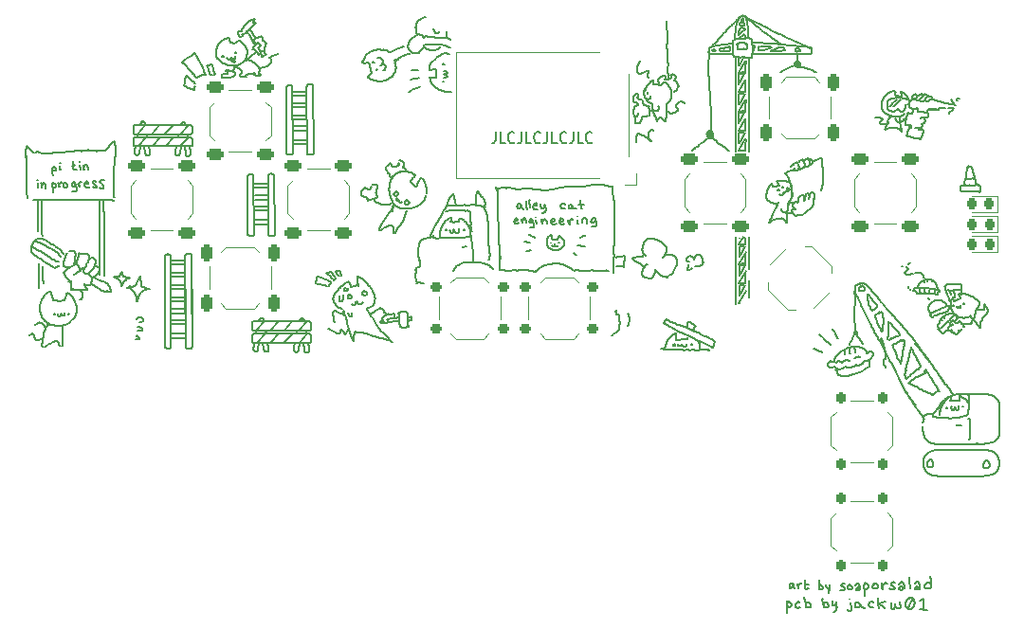
<source format=gto>
G04 #@! TF.GenerationSoftware,KiCad,Pcbnew,8.0.4*
G04 #@! TF.CreationDate,2025-03-14T20:27:19-07:00*
G04 #@! TF.ProjectId,mintypcb,6d696e74-7970-4636-922e-6b696361645f,2*
G04 #@! TF.SameCoordinates,Original*
G04 #@! TF.FileFunction,Legend,Top*
G04 #@! TF.FilePolarity,Positive*
%FSLAX46Y46*%
G04 Gerber Fmt 4.6, Leading zero omitted, Abs format (unit mm)*
G04 Created by KiCad (PCBNEW 8.0.4) date 2025-03-14 20:27:19*
%MOMM*%
%LPD*%
G01*
G04 APERTURE LIST*
G04 Aperture macros list*
%AMRoundRect*
0 Rectangle with rounded corners*
0 $1 Rounding radius*
0 $2 $3 $4 $5 $6 $7 $8 $9 X,Y pos of 4 corners*
0 Add a 4 corners polygon primitive as box body*
4,1,4,$2,$3,$4,$5,$6,$7,$8,$9,$2,$3,0*
0 Add four circle primitives for the rounded corners*
1,1,$1+$1,$2,$3*
1,1,$1+$1,$4,$5*
1,1,$1+$1,$6,$7*
1,1,$1+$1,$8,$9*
0 Add four rect primitives between the rounded corners*
20,1,$1+$1,$2,$3,$4,$5,0*
20,1,$1+$1,$4,$5,$6,$7,0*
20,1,$1+$1,$6,$7,$8,$9,0*
20,1,$1+$1,$8,$9,$2,$3,0*%
%AMOutline5P*
0 Free polygon, 5 corners , with rotation*
0 The origin of the aperture is its center*
0 number of corners: always 5*
0 $1 to $10 corner X, Y*
0 $11 Rotation angle, in degrees counterclockwise*
0 create outline with 5 corners*
4,1,5,$1,$2,$3,$4,$5,$6,$7,$8,$9,$10,$1,$2,$11*%
%AMOutline6P*
0 Free polygon, 6 corners , with rotation*
0 The origin of the aperture is its center*
0 number of corners: always 6*
0 $1 to $12 corner X, Y*
0 $13 Rotation angle, in degrees counterclockwise*
0 create outline with 6 corners*
4,1,6,$1,$2,$3,$4,$5,$6,$7,$8,$9,$10,$11,$12,$1,$2,$13*%
%AMOutline7P*
0 Free polygon, 7 corners , with rotation*
0 The origin of the aperture is its center*
0 number of corners: always 7*
0 $1 to $14 corner X, Y*
0 $15 Rotation angle, in degrees counterclockwise*
0 create outline with 7 corners*
4,1,7,$1,$2,$3,$4,$5,$6,$7,$8,$9,$10,$11,$12,$13,$14,$1,$2,$15*%
%AMOutline8P*
0 Free polygon, 8 corners , with rotation*
0 The origin of the aperture is its center*
0 number of corners: always 8*
0 $1 to $16 corner X, Y*
0 $17 Rotation angle, in degrees counterclockwise*
0 create outline with 8 corners*
4,1,8,$1,$2,$3,$4,$5,$6,$7,$8,$9,$10,$11,$12,$13,$14,$15,$16,$1,$2,$17*%
G04 Aperture macros list end*
%ADD10C,0.146975*%
%ADD11C,0.150000*%
%ADD12C,0.120000*%
%ADD13C,0.100000*%
%ADD14O,1.700000X1.100000*%
%ADD15RoundRect,0.218750X0.218750X0.256250X-0.218750X0.256250X-0.218750X-0.256250X0.218750X-0.256250X0*%
%ADD16RoundRect,0.200000X-0.300000X-0.200000X0.300000X-0.200000X0.300000X0.200000X-0.300000X0.200000X0*%
%ADD17RoundRect,0.250000X-0.550000X0.250000X-0.550000X-0.250000X0.550000X-0.250000X0.550000X0.250000X0*%
%ADD18RoundRect,0.250000X0.550000X-0.250000X0.550000X0.250000X-0.550000X0.250000X-0.550000X-0.250000X0*%
%ADD19C,4.000000*%
%ADD20C,2.000000*%
%ADD21RoundRect,0.250000X0.250000X0.550000X-0.250000X0.550000X-0.250000X-0.550000X0.250000X-0.550000X0*%
%ADD22RoundRect,0.250000X0.565685X0.212132X0.212132X0.565685X-0.565685X-0.212132X-0.212132X-0.565685X0*%
%ADD23RoundRect,0.200000X-0.200000X0.300000X-0.200000X-0.300000X0.200000X-0.300000X0.200000X0.300000X0*%
%ADD24Outline5P,-1.255000X0.000000X-0.410000X0.845000X1.255000X0.845000X1.255000X-0.845000X-1.255000X-0.845000X0.000000*%
%ADD25Outline5P,-1.255000X0.845000X1.255000X0.845000X1.255000X-0.845000X-0.410000X-0.845000X-1.255000X0.000000X0.000000*%
%ADD26RoundRect,0.250000X-0.250000X-0.550000X0.250000X-0.550000X0.250000X0.550000X-0.250000X0.550000X0*%
%ADD27RoundRect,0.200000X0.200000X-0.300000X0.200000X0.300000X-0.200000X0.300000X-0.200000X-0.300000X0*%
%ADD28O,2.300000X1.100000*%
%ADD29C,1.300000*%
G04 APERTURE END LIST*
D10*
X85001792Y-71211280D02*
X84993363Y-71248919D01*
X80091768Y-75866593D02*
X80094801Y-75868135D01*
X99368885Y-67340234D02*
X99368895Y-67340215D01*
X126464276Y-81823209D02*
X126470951Y-81843179D01*
X119653549Y-55584401D02*
X119673084Y-55594350D01*
X59626075Y-74994704D02*
X59633299Y-74984666D01*
X111380687Y-79971756D02*
X111380435Y-79971012D01*
X70147421Y-53152617D02*
X70152320Y-53160141D01*
X55796473Y-74303158D02*
X55795032Y-74298876D01*
X124989366Y-102068803D02*
X124982333Y-102073177D01*
X111193910Y-61749786D02*
X111196634Y-61750015D01*
X107920842Y-79282143D02*
X107920140Y-79291222D01*
X113056003Y-54474449D02*
X113057011Y-54477937D01*
X130063771Y-74259995D02*
X130066180Y-74265689D01*
X96187630Y-67730859D02*
X96188690Y-67732360D01*
X129295060Y-83180217D02*
X129288832Y-83193665D01*
X75912511Y-74169890D02*
X75919868Y-74173213D01*
X87021354Y-52861785D02*
X87050132Y-52859538D01*
X54292765Y-65967800D02*
X54293274Y-65963799D01*
X121408723Y-103349749D02*
X121417865Y-103354724D01*
X105556022Y-59831279D02*
X105559265Y-59817426D01*
X79994768Y-54870095D02*
X79997575Y-54864577D01*
X97455075Y-70641105D02*
X97444614Y-70654772D01*
X132606800Y-78499172D02*
X132603414Y-78501938D01*
X107817795Y-56563228D02*
X107804047Y-56582791D01*
X111058461Y-53647947D02*
X111058486Y-53647969D01*
X126469145Y-81580988D02*
X126466442Y-81583709D01*
X97620484Y-69289625D02*
X97626614Y-69290338D01*
X125452375Y-103250589D02*
X125435852Y-103247365D01*
X96892334Y-71455756D02*
X96919049Y-71485398D01*
X108381180Y-78558357D02*
X108364476Y-78554031D01*
X129700530Y-102089588D02*
X129696668Y-102102457D01*
X129155594Y-75358663D02*
X129163798Y-75337725D01*
X132192597Y-78822714D02*
X132191318Y-78845217D01*
X124762021Y-74816654D02*
X124767818Y-74819145D01*
X81892244Y-55251273D02*
X81885731Y-55248014D01*
X116740665Y-68283884D02*
X116818761Y-68126611D01*
X68404576Y-55847876D02*
X68398907Y-55843380D01*
X53709123Y-77524251D02*
X53708221Y-77525489D01*
X130950526Y-75731132D02*
X130932011Y-75730649D01*
X51399910Y-79625150D02*
X51402884Y-79624118D01*
X124262955Y-75477897D02*
X124259805Y-75476618D01*
X114245256Y-51378495D02*
X114272599Y-51511890D01*
X74713859Y-78089546D02*
X74722810Y-78113559D01*
X134331705Y-89199619D02*
X134388581Y-89194362D01*
X75854334Y-74238355D02*
X75858133Y-74230565D01*
X107818217Y-80271815D02*
X107819141Y-80272127D01*
X82244025Y-77988188D02*
X82247134Y-77985594D01*
X126446758Y-81610924D02*
X126444806Y-81614612D01*
X118953383Y-103309919D02*
X118953195Y-103309882D01*
X53665468Y-77521366D02*
X53665159Y-77517085D01*
X84278505Y-52934322D02*
X84289821Y-52923860D01*
X130722704Y-84665749D02*
X130739564Y-84695273D01*
X89678628Y-70119334D02*
X89679802Y-70121123D01*
X62821518Y-72346950D02*
X62822864Y-72357362D01*
X69736723Y-51389324D02*
X69734721Y-51390003D01*
X58205162Y-74447241D02*
X58203021Y-74446352D01*
X118487008Y-64609866D02*
X118482218Y-64611842D01*
X126661958Y-81165799D02*
X126663997Y-81183226D01*
X56184869Y-66217910D02*
X56182247Y-66220884D01*
X52374877Y-77492783D02*
X52376209Y-77492844D01*
X130747050Y-58271967D02*
X130753514Y-58265758D01*
X88064265Y-70047567D02*
X88064237Y-70054225D01*
X124366704Y-74783977D02*
X124364291Y-74786117D01*
X81907657Y-55260072D02*
X81903315Y-55257350D01*
X127156829Y-60863716D02*
X127167577Y-60863602D01*
X56872898Y-75528447D02*
X56866513Y-75525404D01*
X131917230Y-59130047D02*
X131920256Y-59129845D01*
X129997782Y-86852305D02*
X129995783Y-86861020D01*
X127360451Y-102124846D02*
X127346319Y-102132052D01*
X80982714Y-76541606D02*
X80959274Y-76595205D01*
X127260224Y-79678061D02*
X127238443Y-79696522D01*
X106352639Y-58974363D02*
X106352367Y-58974654D01*
X98595778Y-67767284D02*
X98590674Y-67760835D01*
X108946744Y-78558291D02*
X108944886Y-78569622D01*
X105386985Y-59821044D02*
X105386653Y-59821519D01*
X124193581Y-101973324D02*
X124189634Y-101972769D01*
X127342423Y-103906258D02*
X127346828Y-103906122D01*
X118414867Y-101691305D02*
X118414861Y-101691332D01*
X122791281Y-81834922D02*
X122796064Y-81830144D01*
X107500398Y-78254477D02*
X107491911Y-78249647D01*
X78235478Y-77304980D02*
X78235444Y-77304826D01*
X111114045Y-61162775D02*
X111117871Y-61165434D01*
X111149049Y-61503094D02*
X111139982Y-61520043D01*
X127326208Y-79652445D02*
X127319863Y-79652987D01*
X58799265Y-74493123D02*
X58793898Y-74495669D01*
X69038919Y-52780847D02*
X69044978Y-52780270D01*
X110886206Y-54222307D02*
X110880249Y-54216013D01*
X133598278Y-76602943D02*
X133597500Y-76601493D01*
X78016621Y-74102044D02*
X78008323Y-74108574D01*
X94581775Y-73636589D02*
X94589277Y-73636425D01*
X129414709Y-101436298D02*
X129418823Y-101435231D01*
X108535234Y-80367894D02*
X108542481Y-80373170D01*
X133218872Y-85093691D02*
X133216343Y-85075351D01*
X130035111Y-82875201D02*
X130030529Y-82879261D01*
X104506528Y-58212738D02*
X104504668Y-58210372D01*
X112977715Y-53162417D02*
X112979007Y-53169474D01*
X68411038Y-55013962D02*
X68418982Y-55017202D01*
X120926689Y-63661582D02*
X120930809Y-63669992D01*
X96927999Y-70847067D02*
X96920752Y-70844878D01*
X57749548Y-74222612D02*
X57750212Y-74221315D01*
X55847642Y-65741055D02*
X55849284Y-65747458D01*
X120717651Y-101775753D02*
X120720205Y-101773071D01*
X117426457Y-66217848D02*
X117426935Y-66216291D01*
X135788419Y-77270633D02*
X135788235Y-77276672D01*
X125224366Y-76842587D02*
X125194604Y-76777184D01*
X59211502Y-75256130D02*
X59209492Y-75253821D01*
X107839856Y-73448055D02*
X107691109Y-73739270D01*
X67396284Y-53080422D02*
X67368592Y-53099270D01*
X96077628Y-68490204D02*
X96071349Y-68490819D01*
X81859850Y-78265216D02*
X81865082Y-78269337D01*
X118246690Y-66125857D02*
X118247727Y-66131110D01*
X100403893Y-69734467D02*
X100403331Y-69735038D01*
X131340819Y-77173477D02*
X131334852Y-77175648D01*
X97729336Y-69268285D02*
X97737482Y-69264828D01*
X112337250Y-62672843D02*
X112338906Y-62674511D01*
X133670805Y-76557369D02*
X133671947Y-76559064D01*
X117438571Y-68979459D02*
X117435992Y-68976789D01*
X113855416Y-51122473D02*
X113844685Y-51128904D01*
X117621997Y-69091971D02*
X117613137Y-69076321D01*
X126284422Y-101673010D02*
X126284429Y-101686087D01*
X55486058Y-66241916D02*
X55491492Y-66239838D01*
X52752315Y-65835058D02*
X52755126Y-65836494D01*
X132424202Y-59114081D02*
X132444186Y-59113323D01*
X68394936Y-55867150D02*
X68394550Y-55870047D01*
X53255336Y-73787987D02*
X53256776Y-73784985D01*
X56089402Y-74324606D02*
X56149132Y-74354167D01*
X130105955Y-57951004D02*
X130101895Y-57954285D01*
X133048764Y-77880595D02*
X133035755Y-77904733D01*
X64644145Y-55870100D02*
X64656761Y-55883041D01*
X70656118Y-53313214D02*
X70668328Y-53321356D01*
X84744900Y-73411277D02*
X84739415Y-73416364D01*
X76014497Y-74226292D02*
X76437142Y-74397380D01*
X121579442Y-102413017D02*
X121579481Y-102412621D01*
X129515280Y-59471546D02*
X129516005Y-59471223D01*
X82868233Y-78162768D02*
X82875722Y-78162339D01*
X70838139Y-54093376D02*
X70837737Y-54093347D01*
X52462494Y-64752329D02*
X52457098Y-64752838D01*
X122955371Y-102172263D02*
X122947128Y-102176405D01*
X89239233Y-71491246D02*
X89239200Y-71491226D01*
X64112090Y-60542759D02*
X64121033Y-60566778D01*
X53668350Y-77496082D02*
X53669131Y-77494068D01*
X127606446Y-78973291D02*
X127794534Y-79197713D01*
X78652306Y-76135641D02*
X78655218Y-76137827D01*
X111054455Y-61568577D02*
X111030422Y-61597690D01*
X55797952Y-74285668D02*
X55795659Y-74284150D01*
X51466825Y-74782975D02*
X51467393Y-74785920D01*
X113986232Y-61349576D02*
X113994866Y-61349774D01*
X80983194Y-67207645D02*
X80996983Y-67202926D01*
X126885583Y-79364617D02*
X126883888Y-79396713D01*
X56016239Y-74293389D02*
X56016875Y-74294057D01*
X82240715Y-64947936D02*
X82243824Y-64947998D01*
X133418374Y-66016713D02*
X133416671Y-66017268D01*
X123098553Y-81673029D02*
X123112763Y-81670354D01*
X129187989Y-57915906D02*
X129174482Y-57922872D01*
X128851270Y-85087011D02*
X128870423Y-85106138D01*
X133406690Y-74898651D02*
X133409718Y-74899912D01*
X97313766Y-70855025D02*
X97308093Y-70859788D01*
X104548391Y-57891599D02*
X104547164Y-57887675D01*
X102229375Y-79419108D02*
X102219437Y-79423122D01*
X127508474Y-60032075D02*
X127508506Y-60032096D01*
X124951591Y-80909497D02*
X124955665Y-80917132D01*
X95092167Y-69116428D02*
X95091930Y-69119104D01*
X127549032Y-58023518D02*
X127550728Y-58026126D01*
X99039702Y-72263626D02*
X99042566Y-72266377D01*
X97737482Y-69264828D02*
X97745370Y-69261220D01*
X59843025Y-79478653D02*
X59846093Y-79480203D01*
X127937033Y-79408868D02*
X127937425Y-79411779D01*
X81776012Y-77742143D02*
X81771788Y-77746611D01*
X87744091Y-70150736D02*
X87744000Y-70159165D01*
X53578849Y-72066463D02*
X53578392Y-72066623D01*
X114034705Y-51718304D02*
X114037728Y-51716804D01*
X124255542Y-81337109D02*
X124259772Y-81338192D01*
X131976851Y-59143696D02*
X131982361Y-59142380D01*
X52841481Y-65917808D02*
X52843746Y-65909393D01*
X123930565Y-82123732D02*
X123943830Y-82112012D01*
X99485363Y-68097784D02*
X99486409Y-68100165D01*
X83755702Y-64552131D02*
X83757575Y-64555921D01*
X94839480Y-67524407D02*
X94839698Y-67557794D01*
X133030133Y-76860692D02*
X133032903Y-76881717D01*
X131191987Y-76277560D02*
X131197745Y-76276584D01*
X114662374Y-52968719D02*
X114660877Y-52966854D01*
X81737296Y-54811278D02*
X81733499Y-54803031D01*
X70335178Y-52729885D02*
X70337221Y-52733657D01*
X127691016Y-103838465D02*
X127697955Y-103840331D01*
X121240790Y-103755238D02*
X121234854Y-103753920D01*
X89204064Y-71514066D02*
X89236920Y-71493733D01*
X82929659Y-64343053D02*
X82938400Y-64341280D01*
X132810181Y-79283096D02*
X132813881Y-79286640D01*
X127829174Y-103839735D02*
X127837271Y-103836634D01*
X132953187Y-87460135D02*
X132962868Y-87446994D01*
X128682456Y-59549378D02*
X128681447Y-59549150D01*
X117890470Y-103272119D02*
X117892004Y-103270950D01*
X129071129Y-61753401D02*
X129000861Y-61735883D01*
X50567796Y-67313273D02*
X50569018Y-67313490D01*
X50535170Y-79319800D02*
X50529023Y-79318059D01*
X82126858Y-77572555D02*
X82126560Y-77572977D01*
X117147659Y-66807520D02*
X117147923Y-66809550D01*
X95127548Y-73664447D02*
X95119894Y-73660544D01*
X125691406Y-77662686D02*
X125691545Y-77666223D01*
X70642541Y-53723862D02*
X70639048Y-53736520D01*
X128597070Y-83218082D02*
X128601810Y-83212754D01*
X130341372Y-59511487D02*
X130341803Y-59513717D01*
X126946316Y-59336018D02*
X126919590Y-59318618D01*
X127617754Y-103794127D02*
X127624793Y-103799655D01*
X125228363Y-82035169D02*
X125235787Y-82056292D01*
X71698812Y-54543897D02*
X71705304Y-54538129D01*
X104540717Y-57873599D02*
X104538726Y-57870493D01*
X83175690Y-64211874D02*
X83181945Y-64203574D01*
X125487705Y-101941503D02*
X125489649Y-101945716D01*
X127143710Y-102135784D02*
X127135914Y-102132039D01*
X92169215Y-71950638D02*
X92170465Y-71950935D01*
X119427674Y-64104555D02*
X119430143Y-64122374D01*
X132784737Y-79169972D02*
X132784052Y-79167913D01*
X113807703Y-51733594D02*
X113815034Y-51734933D01*
X88073918Y-70143931D02*
X88077713Y-70137239D01*
X133361476Y-76902999D02*
X133366636Y-76887447D01*
X96814475Y-70497806D02*
X96814113Y-70498189D01*
X81048780Y-67430269D02*
X81040253Y-67420013D01*
X105373193Y-57774341D02*
X105374637Y-57769724D01*
X96777646Y-69292728D02*
X96779096Y-69308600D01*
X77785986Y-75282378D02*
X77787185Y-75281183D01*
X128501564Y-82217441D02*
X128496271Y-82231485D01*
X52885880Y-77716170D02*
X52890240Y-77714752D01*
X54606354Y-65880880D02*
X54606745Y-65871257D01*
X124242668Y-81334622D02*
X124246987Y-81335321D01*
X68443555Y-54892700D02*
X68445613Y-54894117D01*
X84705113Y-66128136D02*
X84708364Y-66128503D01*
X130023553Y-60492462D02*
X130016025Y-60496033D01*
X83732538Y-67632477D02*
X83740022Y-67642017D01*
X105766246Y-61082062D02*
X105774215Y-61082687D01*
X128322110Y-79996501D02*
X128323521Y-79993433D01*
X69537903Y-51553023D02*
X69513997Y-51589071D01*
X130940279Y-77352786D02*
X130926244Y-77360590D01*
X130725921Y-91232258D02*
X130735174Y-91223775D01*
X94872779Y-69359739D02*
X94876332Y-69364618D01*
X119567658Y-103695893D02*
X119570712Y-103694025D01*
X107985663Y-79834720D02*
X108003444Y-79834965D01*
X110978510Y-61657597D02*
X110952179Y-61685924D01*
X128840102Y-60771192D02*
X128841480Y-60770332D01*
X126083071Y-77344220D02*
X126084606Y-77342918D01*
X54282654Y-65902882D02*
X54275840Y-65890751D01*
X55085358Y-64302400D02*
X55093268Y-64284159D01*
X70627084Y-53291318D02*
X70632544Y-53295817D01*
X68565900Y-56119011D02*
X68562513Y-56136509D01*
X79138344Y-75020432D02*
X79147866Y-75019968D01*
X81549958Y-78989631D02*
X81590697Y-79031978D01*
X133657131Y-76587033D02*
X133657244Y-76588372D01*
X125518554Y-103271471D02*
X125510787Y-103268384D01*
X131603005Y-85867492D02*
X131589166Y-85905483D01*
X117022640Y-66456348D02*
X117019903Y-66453232D01*
X60397895Y-75147635D02*
X60484702Y-75186788D01*
X70641872Y-53725325D02*
X70641842Y-53722182D01*
X82182816Y-77576735D02*
X82016471Y-77630472D01*
X85095703Y-70989902D02*
X85089925Y-70996631D01*
X96148370Y-69063070D02*
X96154349Y-69061910D01*
X68628715Y-54133202D02*
X68645928Y-54149329D01*
X118767058Y-55393394D02*
X118758684Y-55397270D01*
X71723512Y-55069001D02*
X71727611Y-55061859D01*
X135657120Y-91327845D02*
X135665422Y-91325727D01*
X84677499Y-65083539D02*
X84676869Y-65083374D01*
X129683079Y-84215328D02*
X129716183Y-84230664D01*
X82177665Y-78233752D02*
X82177961Y-78237002D01*
X81910520Y-78317511D02*
X81916448Y-78318467D01*
X90165422Y-66580349D02*
X90169358Y-66574056D01*
X64956683Y-57184403D02*
X64959132Y-57184862D01*
X134544908Y-65456752D02*
X134552404Y-65457662D01*
X70360512Y-80865811D02*
X70348416Y-80860778D01*
X78384866Y-75489208D02*
X78391717Y-75495519D01*
X90442889Y-72948587D02*
X90303094Y-72917073D01*
X111034249Y-53675226D02*
X111033623Y-53675587D01*
X105042472Y-61606807D02*
X105064212Y-61620915D01*
X123362385Y-104068646D02*
X123356780Y-104065175D01*
X64996626Y-56327574D02*
X65007708Y-56339183D01*
X132007319Y-76550713D02*
X132009303Y-76557873D01*
X52582468Y-64567875D02*
X52582504Y-64577600D01*
X69293633Y-52479008D02*
X69302055Y-52470440D01*
X60308051Y-77890673D02*
X60311523Y-77896171D01*
X51830586Y-73042278D02*
X51888857Y-73072372D01*
X107130317Y-58647318D02*
X107130349Y-58647321D01*
X97787154Y-67636963D02*
X97780977Y-67638189D01*
X103622270Y-78629098D02*
X103622144Y-78629386D01*
X91996500Y-66619037D02*
X92002420Y-66650623D01*
X125566735Y-78941701D02*
X125573818Y-78953717D01*
X131366850Y-77161791D02*
X131360068Y-77165143D01*
X126667161Y-103215332D02*
X126667424Y-103215354D01*
X130027739Y-74148236D02*
X130046376Y-74209123D01*
X134227291Y-77675768D02*
X134227311Y-77675372D01*
X122860850Y-83075292D02*
X122901759Y-83076229D01*
X68511209Y-55021471D02*
X68513776Y-55019812D01*
X100408455Y-69730455D02*
X100407998Y-69730802D01*
X78130828Y-76385111D02*
X78133525Y-76382193D01*
X54270419Y-66581822D02*
X54256207Y-66589905D01*
X84069166Y-67441973D02*
X84068238Y-67440057D01*
X51076991Y-78302072D02*
X51069545Y-78302411D01*
X127773217Y-59857358D02*
X127771876Y-59858147D01*
X51438603Y-67360236D02*
X51769907Y-67343642D01*
X80445464Y-56314088D02*
X80437217Y-56316909D01*
X83968625Y-67353398D02*
X83966569Y-67351802D01*
X81911412Y-55262800D02*
X81907657Y-55260072D01*
X129324535Y-83161230D02*
X129321602Y-83162470D01*
X124199065Y-102200194D02*
X124216616Y-102196685D01*
X54631890Y-66078871D02*
X54638290Y-66095422D01*
X105563416Y-59798370D02*
X105563966Y-59795396D01*
X60124692Y-78252610D02*
X60116315Y-78253562D01*
X125885232Y-76795668D02*
X125890964Y-76811308D01*
X50756095Y-70903284D02*
X50777292Y-70891051D01*
X97773686Y-70804365D02*
X97764185Y-70791244D01*
X130748923Y-58137930D02*
X130742062Y-58131253D01*
X95400328Y-67884331D02*
X95405444Y-67882957D01*
X53424811Y-72352172D02*
X53417201Y-72372907D01*
X94042485Y-73629195D02*
X94051253Y-73631047D01*
X84321681Y-78124745D02*
X84320358Y-78125268D01*
X53906702Y-75244675D02*
X53909320Y-75253208D01*
X89330886Y-67815377D02*
X89368333Y-67814826D01*
X130340043Y-59522270D02*
X130342726Y-59523799D01*
X73733340Y-58731007D02*
X74894925Y-58729798D01*
X68533362Y-54695315D02*
X68535172Y-54692931D01*
X107214029Y-55339691D02*
X107207933Y-55525157D01*
X96303136Y-68210828D02*
X96302001Y-68226224D01*
X129088163Y-59403903D02*
X129086768Y-59410931D01*
X53805149Y-71901811D02*
X53812192Y-71901118D01*
X129260309Y-83250689D02*
X129255375Y-83259340D01*
X130403158Y-59568557D02*
X130403929Y-59569887D01*
X118818185Y-53792331D02*
X118819286Y-53789374D01*
X88219471Y-73342719D02*
X88214560Y-73349506D01*
X105579388Y-58635882D02*
X105579955Y-58636226D01*
X52459128Y-66206507D02*
X52455144Y-66209419D01*
X63844565Y-60413155D02*
X63852526Y-60410647D01*
X88568325Y-69913888D02*
X88566082Y-69911948D01*
X58560511Y-74123731D02*
X58564878Y-74130762D01*
X110884831Y-80750408D02*
X110884785Y-80750460D01*
X123591926Y-103948665D02*
X123589152Y-103957826D01*
X83047098Y-78173121D02*
X83054739Y-78172971D01*
X88325631Y-73255306D02*
X88270688Y-73292878D01*
X119152741Y-64544820D02*
X119144791Y-64548453D01*
X65272864Y-56326282D02*
X65312394Y-56305401D01*
X123315641Y-82345920D02*
X123324160Y-82346585D01*
X132409118Y-84894948D02*
X132405085Y-84895935D01*
X89488279Y-72890803D02*
X89447257Y-72891538D01*
X133347536Y-78947582D02*
X133355607Y-78940423D01*
X127294297Y-102150381D02*
X127287362Y-102151565D01*
X130775793Y-58167483D02*
X130773519Y-58164365D01*
X126369274Y-78977139D02*
X126371857Y-78966727D01*
X62345260Y-80544037D02*
X62339209Y-80536810D01*
X129681874Y-75283389D02*
X129681457Y-75302237D01*
X123540852Y-101720994D02*
X123540823Y-101720968D01*
X113371124Y-53407058D02*
X113373859Y-53412765D01*
X96302001Y-68226224D02*
X96300024Y-68245748D01*
X95264363Y-67695147D02*
X95258796Y-67701831D01*
X99115327Y-69102114D02*
X99115680Y-69103441D01*
X56163838Y-62979795D02*
X56170618Y-62980249D01*
X114268666Y-53446651D02*
X114267835Y-53441318D01*
X118780950Y-55419236D02*
X118774415Y-55417810D01*
X129442403Y-58021612D02*
X129442516Y-58021558D01*
X104694228Y-54902946D02*
X104697688Y-54903015D01*
X108978003Y-78602944D02*
X108979099Y-78598147D01*
X113911431Y-51486107D02*
X113901103Y-51488332D01*
X133047672Y-58312969D02*
X133041684Y-58310889D01*
X77870183Y-76981467D02*
X77878016Y-76985254D01*
X129585868Y-75733028D02*
X129581929Y-75732061D01*
X117004206Y-53740421D02*
X117004201Y-53740404D01*
X132659577Y-86135283D02*
X132663196Y-86135268D01*
X97872846Y-69127836D02*
X97872029Y-69125542D01*
X91097886Y-68912937D02*
X91104057Y-69000727D01*
X69140096Y-56325624D02*
X69144255Y-56326648D01*
X125605084Y-101644214D02*
X125603668Y-101643721D01*
X59672465Y-63268174D02*
X59663606Y-63259594D01*
X93556969Y-69225472D02*
X93559606Y-69224588D01*
X113370465Y-51254719D02*
X113314122Y-51309629D01*
X128852799Y-83532616D02*
X128850136Y-83535097D01*
X80886087Y-56627999D02*
X80925118Y-56640733D01*
X78024386Y-78940231D02*
X78019524Y-78938064D01*
X77948043Y-73786421D02*
X77949029Y-73795464D01*
X129091794Y-59377610D02*
X129091178Y-59384005D01*
X119010440Y-63822007D02*
X119045109Y-63799724D01*
X87046257Y-69642128D02*
X87042325Y-69650596D01*
X95410985Y-68841987D02*
X95411219Y-68842052D01*
X129553391Y-75172934D02*
X129556967Y-75172332D01*
X99541600Y-73668617D02*
X99618611Y-73663225D01*
X129764631Y-82089906D02*
X129755485Y-82077526D01*
X77854678Y-75930578D02*
X77852847Y-75936761D01*
X74901036Y-80983850D02*
X74890966Y-80981023D01*
X128573635Y-61586578D02*
X128571376Y-61585358D01*
X123407824Y-81683037D02*
X123407591Y-81679733D01*
X124030948Y-79163591D02*
X124027301Y-79167411D01*
X132723313Y-74892089D02*
X132805337Y-74891550D01*
X128020779Y-57767516D02*
X128013521Y-57730244D01*
X106902058Y-60266649D02*
X106908288Y-60271162D01*
X132471522Y-58352510D02*
X132471226Y-58352096D01*
X128513895Y-60656802D02*
X128520232Y-60657124D01*
X80147603Y-75501112D02*
X80147553Y-75500134D01*
X128460413Y-82381151D02*
X128459124Y-82401108D01*
X111115486Y-61723505D02*
X111111690Y-61723386D01*
X51415399Y-79605138D02*
X51406502Y-79666722D01*
X119895366Y-63707517D02*
X119903129Y-63700332D01*
X128841480Y-60770332D02*
X128842955Y-60769439D01*
X68449170Y-55532687D02*
X68448428Y-55540093D01*
X97613974Y-69288717D02*
X97620484Y-69289625D01*
X93038424Y-73693223D02*
X93103445Y-73682284D01*
X114850960Y-53561709D02*
X114845558Y-53560730D01*
X98017851Y-67718710D02*
X98016523Y-67715813D01*
X81817329Y-55220660D02*
X81810628Y-55218713D01*
X70241901Y-80777836D02*
X70235110Y-80767319D01*
X51281377Y-78355471D02*
X51264624Y-78346833D01*
X99370448Y-71412724D02*
X99378201Y-71413880D01*
X82522069Y-80057563D02*
X82523893Y-80059156D01*
X112704409Y-53620670D02*
X112709456Y-53620167D01*
X130541412Y-58087628D02*
X130526606Y-58087444D01*
X78056381Y-78958911D02*
X78049033Y-78954000D01*
X126443563Y-80225064D02*
X126452386Y-80258357D01*
X100730324Y-69693187D02*
X100727700Y-69695582D01*
X94920873Y-68019349D02*
X94921311Y-68013623D01*
X130230359Y-74466041D02*
X130258866Y-74460861D01*
X62717566Y-80596679D02*
X62705781Y-80600047D01*
X110841636Y-61433933D02*
X110844887Y-61431016D01*
X125493870Y-101954184D02*
X125498416Y-101962489D01*
X81876069Y-77679204D02*
X81871551Y-77681252D01*
X131056264Y-77286276D02*
X131043942Y-77292944D01*
X58934958Y-74408995D02*
X58857907Y-74457813D01*
X129484646Y-61849895D02*
X129440119Y-61844968D01*
X130261080Y-103978420D02*
X130283872Y-103981314D01*
X99111046Y-69092270D02*
X99111629Y-69093205D01*
X86501060Y-55850031D02*
X86503481Y-55807393D01*
X132758571Y-79197062D02*
X132758876Y-79198909D01*
X130076875Y-57971560D02*
X130061090Y-57981701D01*
X98614733Y-67808896D02*
X98615195Y-67808225D01*
X128080785Y-58178900D02*
X128081593Y-58178415D01*
X115273175Y-53947543D02*
X115274224Y-53953859D01*
X83342702Y-67565276D02*
X83348237Y-67562547D01*
X78680382Y-77531884D02*
X78682554Y-77541507D01*
X97296190Y-71823487D02*
X97333127Y-71815279D01*
X56177727Y-74007640D02*
X56150974Y-74035466D01*
X108113549Y-59265249D02*
X108115522Y-59259271D01*
X126410891Y-77591206D02*
X126410887Y-77590814D01*
X84865397Y-55735344D02*
X84878978Y-55732571D01*
X60627568Y-63343435D02*
X60619161Y-63335872D01*
X57204915Y-74864248D02*
X57209566Y-74870328D01*
X88543198Y-70188628D02*
X88545113Y-70183285D01*
X87757121Y-70204462D02*
X87758527Y-70206647D01*
X107822518Y-80349307D02*
X107821752Y-80349809D01*
X70598853Y-56229142D02*
X70602492Y-56228109D01*
X107798246Y-57621739D02*
X107781874Y-57628442D01*
X128199581Y-80885598D02*
X128198558Y-80868063D01*
X121924091Y-103561188D02*
X121929040Y-103566629D01*
X70640423Y-53717945D02*
X70633456Y-53720498D01*
X54100774Y-71924416D02*
X54109221Y-71925324D01*
X53249031Y-72125201D02*
X53249229Y-72125355D01*
X134750951Y-77083297D02*
X134749979Y-77084163D01*
X129370750Y-83163539D02*
X129363730Y-83162793D01*
X50974895Y-65827850D02*
X50973469Y-65832673D01*
X110833064Y-61374225D02*
X110838899Y-61365309D01*
X52557537Y-64464221D02*
X52559697Y-64466945D01*
X126882558Y-79410269D02*
X126880868Y-79421807D01*
X81256824Y-67014136D02*
X81253466Y-67006005D01*
X53265624Y-73281894D02*
X53266666Y-73283510D01*
X124313808Y-81364549D02*
X124316702Y-81367042D01*
X119407595Y-63788246D02*
X119415281Y-63782158D01*
X54637535Y-65769150D02*
X54640969Y-65763055D01*
X134988709Y-76464548D02*
X134993140Y-76478181D01*
X114031579Y-53830215D02*
X114037622Y-53831148D01*
X120986654Y-102955971D02*
X120986334Y-102957967D01*
X105044204Y-58862419D02*
X105049045Y-58862696D01*
X130851535Y-89113325D02*
X130927908Y-89135739D01*
X53627226Y-77494591D02*
X53626776Y-77495305D01*
X82383310Y-64076915D02*
X82383818Y-64076625D01*
X52580705Y-64605458D02*
X52579412Y-64613985D01*
X110846479Y-54144056D02*
X110844933Y-54134360D01*
X117698564Y-69195497D02*
X117696831Y-69194560D01*
X68628037Y-54110596D02*
X68630778Y-54110925D01*
X129337679Y-81340307D02*
X129382162Y-81414048D01*
X76901971Y-74578720D02*
X76981627Y-74604071D01*
X52703769Y-77532262D02*
X52704191Y-77535553D01*
X95394240Y-73637133D02*
X95392280Y-73637729D01*
X71660213Y-54671577D02*
X71658256Y-54667297D01*
X130028665Y-58002180D02*
X130014301Y-58011393D01*
X127508055Y-60032184D02*
X127508087Y-60032152D01*
X124373780Y-103464234D02*
X124375184Y-103472334D01*
X89609481Y-69339367D02*
X89610273Y-69348301D01*
X109512732Y-72538864D02*
X109514284Y-72544524D01*
X84921164Y-71826406D02*
X84916676Y-71881885D01*
X50531229Y-63056679D02*
X50537563Y-63058832D01*
X83148003Y-69775716D02*
X83169593Y-69746256D01*
X107506247Y-56132866D02*
X107515702Y-56130899D01*
X85295464Y-52655227D02*
X85302101Y-52660274D01*
X99950883Y-69418341D02*
X99951176Y-69417212D01*
X127139960Y-78401888D02*
X127167819Y-78438509D01*
X125599352Y-101642751D02*
X125597919Y-101642618D01*
X68451786Y-54908249D02*
X68448025Y-54908788D01*
X68673768Y-54167929D02*
X68675998Y-54176678D01*
X113407536Y-53480235D02*
X113410185Y-53486840D01*
X82592944Y-69664798D02*
X82599401Y-69668158D01*
X75742498Y-74795008D02*
X75741543Y-74792424D01*
X131647968Y-78736387D02*
X131664822Y-78725142D01*
X123981971Y-103731419D02*
X123988099Y-103734310D01*
X128367183Y-73826664D02*
X128367216Y-73824330D01*
X118163689Y-64377234D02*
X118171821Y-64370117D01*
X108429220Y-80232747D02*
X108428800Y-80232723D01*
X118537156Y-68705964D02*
X118539942Y-68708961D01*
X83694752Y-67569913D02*
X83696843Y-67575803D01*
X126247776Y-60540032D02*
X126239901Y-60537427D01*
X62785879Y-72269149D02*
X62791930Y-72276380D01*
X122279667Y-81840424D02*
X122285049Y-81834899D01*
X114018195Y-51727387D02*
X114020619Y-51726256D01*
X111014240Y-61201022D02*
X111018111Y-61201633D01*
X125975263Y-102992851D02*
X125975555Y-102992726D01*
X111064414Y-61520181D02*
X111066003Y-61520006D01*
X131971956Y-75144213D02*
X131959609Y-75114072D01*
X127907696Y-60136512D02*
X127896626Y-60092106D01*
X135163069Y-78171804D02*
X135159873Y-78177928D01*
X64958031Y-56918442D02*
X64952874Y-56912353D01*
X119799811Y-103339953D02*
X119807708Y-103343919D01*
X88068300Y-70012613D02*
X88067086Y-70019339D01*
X84237883Y-52985558D02*
X84255099Y-52960870D01*
X68328924Y-56328023D02*
X68325864Y-56328172D01*
X111252106Y-80504405D02*
X111252777Y-80502578D01*
X129334649Y-60905517D02*
X129333172Y-60905415D01*
X96209245Y-68424953D02*
X96203191Y-68429734D01*
X60046601Y-79748406D02*
X60046286Y-79752032D01*
X121500737Y-103692297D02*
X121498199Y-103695605D01*
X131355092Y-78416576D02*
X131357294Y-78415394D01*
X70354383Y-52753878D02*
X70357390Y-52756040D01*
X123887277Y-79150255D02*
X123890852Y-79142182D01*
X110954116Y-61120517D02*
X110962414Y-61120294D01*
X87423627Y-56187474D02*
X87407676Y-56180179D01*
X50869304Y-63028341D02*
X50877937Y-63029357D01*
X84618340Y-67973448D02*
X84653374Y-67960141D01*
X69770060Y-56076970D02*
X69796548Y-56066921D01*
X68648007Y-54200339D02*
X68647316Y-54201270D01*
X84244731Y-57576884D02*
X84281639Y-57558485D01*
X83194344Y-69714515D02*
X83220975Y-69681605D01*
X126558980Y-58089997D02*
X126542913Y-58112357D01*
X93986510Y-68068056D02*
X93991126Y-68061342D01*
X117534594Y-53734894D02*
X117532722Y-53735370D01*
X125517174Y-101988959D02*
X125522581Y-101994174D01*
X100393709Y-69059713D02*
X100389689Y-69066440D01*
X117764176Y-66519923D02*
X117761775Y-66516820D01*
X130456943Y-58050146D02*
X130459338Y-58050532D01*
X119504981Y-102064901D02*
X119510867Y-102069660D01*
X52767004Y-77675514D02*
X52770167Y-77679824D01*
X119625154Y-68286196D02*
X119619559Y-68288957D01*
X124371062Y-102145616D02*
X124369352Y-102150244D01*
X124784344Y-102092135D02*
X124782271Y-102089967D01*
X85948906Y-56395975D02*
X85952896Y-56399254D01*
X68141440Y-53290027D02*
X68158705Y-53288938D01*
X87819440Y-52994503D02*
X87820896Y-52996518D01*
X91304198Y-72222085D02*
X91303301Y-72259478D01*
X70035179Y-51845838D02*
X70044431Y-51837084D01*
X120097018Y-63824028D02*
X120098659Y-63844537D01*
X126137700Y-77387069D02*
X126136372Y-77390438D01*
X94497247Y-71064877D02*
X94572335Y-71083680D01*
X127768855Y-59859499D02*
X127768323Y-59859645D01*
X104266791Y-59986658D02*
X104263981Y-60140601D01*
X113247796Y-76675071D02*
X113247796Y-70642003D01*
X121119750Y-103641258D02*
X121134763Y-103728174D01*
X62759451Y-80579686D02*
X62749768Y-80584463D01*
X124017349Y-79160560D02*
X124017943Y-79161683D01*
X52394224Y-76301989D02*
X52413934Y-76302795D01*
X114673521Y-54617630D02*
X114675706Y-54616052D01*
X82935194Y-64967175D02*
X82918962Y-64973884D01*
X69434055Y-56236617D02*
X69436384Y-56237593D01*
X124984376Y-81010871D02*
X124985117Y-81012492D01*
X118609865Y-64005186D02*
X118641120Y-63984088D01*
X116155751Y-67387272D02*
X116161923Y-67393470D01*
X96032674Y-69198405D02*
X96039358Y-69180318D01*
X133987336Y-78456970D02*
X133971616Y-78459796D01*
X129234801Y-85608034D02*
X129281922Y-85677070D01*
X118876345Y-55303399D02*
X118873498Y-55305731D01*
X113977441Y-51732684D02*
X113984026Y-51732366D01*
X129436273Y-81554959D02*
X129435899Y-81554286D01*
X129898612Y-60740732D02*
X129896874Y-60748252D01*
X70329401Y-54210620D02*
X70325406Y-54212363D01*
X75057637Y-80948610D02*
X75047467Y-80954962D01*
X109142572Y-78271936D02*
X109169697Y-78277787D01*
X135650787Y-77502700D02*
X135645744Y-77508079D01*
X104230162Y-59853497D02*
X104232902Y-59855970D01*
X60937361Y-75265447D02*
X60937463Y-75265548D01*
X52779951Y-77689412D02*
X52782538Y-77691638D01*
X56410903Y-67352491D02*
X56412754Y-67359223D01*
X69065690Y-56291801D02*
X69071805Y-56298496D01*
X131475480Y-86510501D02*
X131482743Y-86503589D01*
X132000020Y-79048156D02*
X131991981Y-79051968D01*
X131734246Y-83462505D02*
X131737561Y-83470302D01*
X97657835Y-70643294D02*
X97654610Y-70641324D01*
X96029209Y-68490913D02*
X96022519Y-68490287D01*
X58151069Y-74427833D02*
X58147937Y-74426521D01*
X126471843Y-81578507D02*
X126469145Y-81580988D01*
X129709828Y-102043782D02*
X129705069Y-102069473D01*
X124348033Y-75058806D02*
X124349435Y-75058621D01*
X124036087Y-79116931D02*
X124038632Y-79119817D01*
X98017517Y-73164663D02*
X98025905Y-73168666D01*
X135443565Y-76853862D02*
X135446387Y-76820790D01*
X131260804Y-86055923D02*
X131253753Y-86061241D01*
X95949228Y-68063363D02*
X95952962Y-68066119D01*
X79003684Y-77617284D02*
X79006097Y-77608837D01*
X68031777Y-54767420D02*
X68036616Y-54765626D01*
X127508410Y-60032048D02*
X127508442Y-60032060D01*
X86368865Y-52279670D02*
X86372805Y-52288026D01*
X126442837Y-59391783D02*
X126459438Y-59413341D01*
X133236854Y-79003474D02*
X133234636Y-79001490D01*
X70825101Y-56184017D02*
X70836283Y-56183422D01*
X117564351Y-66675384D02*
X117563708Y-66673370D01*
X128680002Y-81497549D02*
X128677071Y-81511275D01*
X102605057Y-72459664D02*
X102608230Y-72456722D01*
X111052750Y-61467707D02*
X111049820Y-61470549D01*
X95273402Y-68177789D02*
X95279422Y-68181923D01*
X54105461Y-65734456D02*
X54104155Y-65735189D01*
X126876932Y-60475887D02*
X126875325Y-60478832D01*
X129958504Y-84335841D02*
X129960427Y-84337691D01*
X127872967Y-102111464D02*
X127879207Y-102118149D01*
X52953195Y-64037507D02*
X52953270Y-64037372D01*
X129678197Y-61039915D02*
X129681335Y-61042540D01*
X104336511Y-58594341D02*
X104352739Y-58591123D01*
X130914784Y-84718677D02*
X130907970Y-84722744D01*
X105638025Y-61119591D02*
X105645114Y-61114441D01*
X119088682Y-55441791D02*
X119102419Y-55447025D01*
X134041997Y-77804890D02*
X134048163Y-77800581D01*
X134623577Y-65443984D02*
X134626486Y-65458670D01*
X130502671Y-81686856D02*
X130503740Y-81687415D01*
X104114233Y-58132003D02*
X104113318Y-58139841D01*
X80418888Y-56347065D02*
X80418751Y-56347262D01*
X59752075Y-79778186D02*
X59739558Y-79774423D01*
X96969598Y-69515680D02*
X96976979Y-69516163D01*
X70325200Y-52705617D02*
X70325299Y-52705835D01*
X113512200Y-52644411D02*
X113514085Y-52644339D01*
X117102700Y-65932439D02*
X117063275Y-65857296D01*
X129917401Y-82953321D02*
X129898745Y-82959713D01*
X132992781Y-78378456D02*
X132988966Y-78372154D01*
X82664464Y-69716668D02*
X82666463Y-69720052D01*
X123469457Y-82334205D02*
X123487300Y-82330092D01*
X132003288Y-76537898D02*
X132005314Y-76544049D01*
X82770036Y-67770502D02*
X82770993Y-67771605D01*
X113876531Y-51117495D02*
X113873078Y-51117806D01*
X118786523Y-67577313D02*
X118792279Y-67567546D01*
X117010214Y-66440411D02*
X117008366Y-66437442D01*
X125164799Y-103399440D02*
X125157198Y-103417619D01*
X55902319Y-72540481D02*
X55910069Y-72542308D01*
X126149182Y-60483822D02*
X126146718Y-60481135D01*
X111080087Y-79772661D02*
X110928492Y-79703177D01*
X70323171Y-53380152D02*
X70323207Y-53380253D01*
X51633064Y-78804366D02*
X51629081Y-78796974D01*
X110860561Y-61770092D02*
X110832526Y-61793436D01*
X119429398Y-64401441D02*
X119421839Y-64404058D01*
X126360911Y-60102744D02*
X126361443Y-60099722D01*
X129755993Y-82226153D02*
X129757769Y-82223755D01*
X64104278Y-72277277D02*
X64106253Y-72267229D01*
X70326522Y-53381509D02*
X70330502Y-53382327D01*
X133993278Y-86446740D02*
X133991349Y-86450675D01*
X83907072Y-77377146D02*
X83907215Y-77377462D01*
X55784944Y-74450797D02*
X55783715Y-74452967D01*
X117669463Y-53948811D02*
X117666205Y-53946175D01*
X70301887Y-56006895D02*
X70302573Y-56007135D01*
X104971948Y-72382179D02*
X104972459Y-72378967D01*
X119358893Y-64434477D02*
X119364839Y-64430430D01*
X98367121Y-68062634D02*
X98370026Y-68065413D01*
X79491128Y-74140038D02*
X79497373Y-74145487D01*
X129372669Y-58245888D02*
X129372005Y-58245365D01*
X132012316Y-74948244D02*
X132017767Y-74944758D01*
X60927108Y-63204639D02*
X60919269Y-63231011D01*
X123893850Y-75248386D02*
X123892903Y-75256704D01*
X104321350Y-60438528D02*
X104326304Y-60442590D01*
X118635780Y-55150477D02*
X118637530Y-55147050D01*
X130160823Y-60212665D02*
X130160358Y-60234874D01*
X126950655Y-59761432D02*
X126944260Y-59758623D01*
X124368898Y-74782083D02*
X124366704Y-74783977D01*
X128731940Y-58756007D02*
X128731596Y-58764560D01*
X89258050Y-69487137D02*
X89259521Y-69489978D01*
X111036615Y-61631357D02*
X111030397Y-61634898D01*
X82860832Y-66960803D02*
X82866856Y-66962811D01*
X132673765Y-58639519D02*
X132696052Y-58671435D01*
X123652039Y-101907380D02*
X123648221Y-101899571D01*
X52214352Y-65908439D02*
X52214622Y-65907378D01*
X85956287Y-56435382D02*
X85954707Y-56428720D01*
X132095778Y-85939471D02*
X132096884Y-85939343D01*
X107652056Y-56110355D02*
X107655256Y-56111816D01*
X56814053Y-66177354D02*
X56813675Y-66194401D01*
X84421475Y-52821368D02*
X84459090Y-52795056D01*
X130030011Y-60489079D02*
X130023553Y-60492462D01*
X87313569Y-55794594D02*
X87305690Y-55793431D01*
X124508148Y-74986126D02*
X124524727Y-74985947D01*
X125509055Y-77172403D02*
X125505569Y-77173943D01*
X77917095Y-73679899D02*
X77915414Y-73682707D01*
X98607760Y-67815384D02*
X98609129Y-67814386D01*
X132763858Y-79214387D02*
X132765582Y-79218564D01*
X108064606Y-78500836D02*
X108048553Y-78496215D01*
X129141673Y-75392317D02*
X129143019Y-75388452D01*
X131186902Y-76278739D02*
X131191987Y-76277560D01*
X70422974Y-51531780D02*
X70422052Y-51531985D01*
X105387178Y-59816417D02*
X105387389Y-59816968D01*
X121973459Y-104153364D02*
X121970077Y-104152551D01*
X111008287Y-61630594D02*
X111004411Y-61629297D01*
X107792939Y-80353281D02*
X107789042Y-80352985D01*
X123912056Y-76491798D02*
X123898221Y-76661313D01*
X127575688Y-59874255D02*
X127549809Y-59875903D01*
X56796354Y-66292527D02*
X56794671Y-66295943D01*
X104295119Y-72464079D02*
X104253006Y-72470154D01*
X114079720Y-52092231D02*
X114080268Y-52090108D01*
X106914310Y-60273603D02*
X106914783Y-60273567D01*
X78378743Y-79369631D02*
X78376999Y-79371287D01*
X71255650Y-53209034D02*
X71257686Y-53210605D01*
X85430492Y-53608421D02*
X85430543Y-53610315D01*
X113620103Y-56109141D02*
X113626618Y-56108952D01*
X133330336Y-78961341D02*
X133339103Y-78954581D01*
X113638019Y-71476117D02*
X113642988Y-71475397D01*
X135177855Y-78146707D02*
X135173887Y-78153023D01*
X118774540Y-67593778D02*
X118774637Y-67593742D01*
X63903790Y-60407311D02*
X63912917Y-60408707D01*
X108907074Y-72771288D02*
X108903724Y-72769039D01*
X82884735Y-55033624D02*
X82877902Y-55019071D01*
X56044697Y-74301730D02*
X56047465Y-74302554D01*
X85462847Y-52765737D02*
X85464667Y-52764181D01*
X83997820Y-53528345D02*
X83998900Y-53510901D01*
X104926075Y-71642973D02*
X104931528Y-71603471D01*
X111158345Y-61220803D02*
X111162723Y-61228879D01*
X65090698Y-56417353D02*
X65091011Y-56417369D01*
X132143756Y-76804784D02*
X132145976Y-76805047D01*
X132028948Y-74938099D02*
X132034655Y-74934963D01*
X117004148Y-53740345D02*
X117004132Y-53740338D01*
X82601952Y-67809674D02*
X82598840Y-67834639D01*
X124788396Y-102648859D02*
X124788916Y-102646194D01*
X132145684Y-58687217D02*
X132152348Y-58690742D01*
X127058050Y-78298078D02*
X127063461Y-78305670D01*
X130116306Y-60029060D02*
X130117982Y-60029925D01*
X130131369Y-75559103D02*
X130132766Y-75559316D01*
X119151932Y-63738615D02*
X119161729Y-63734349D01*
X118695255Y-55402750D02*
X118689700Y-55397830D01*
X125947127Y-101876725D02*
X125944219Y-101856439D01*
X71328013Y-53357448D02*
X71319178Y-53390312D01*
X97603251Y-71704943D02*
X97614301Y-71696642D01*
X117413286Y-66879029D02*
X117416360Y-66877124D01*
X68236974Y-54674791D02*
X68271350Y-54692880D01*
X132610128Y-78433246D02*
X132612768Y-78422974D01*
X82875489Y-55196825D02*
X82895332Y-55137062D01*
X78335572Y-75430492D02*
X78341867Y-75439216D01*
X118870898Y-55311487D02*
X118865299Y-55317992D01*
X70682437Y-52779944D02*
X70709251Y-52764384D01*
X131771885Y-77741743D02*
X131766254Y-77744796D01*
X128472043Y-73661688D02*
X128479838Y-73656073D01*
X118876972Y-55089073D02*
X118882234Y-55095743D01*
X134086997Y-66582400D02*
X134245594Y-66599899D01*
X129462304Y-82497478D02*
X129482702Y-82491554D01*
X69202832Y-52001634D02*
X69191930Y-52017197D01*
X81767609Y-77751543D02*
X81763481Y-77756910D01*
X117490987Y-66246446D02*
X117488393Y-66247240D01*
X117939158Y-103626247D02*
X117939190Y-103626246D01*
X83173959Y-77371131D02*
X83175197Y-77371435D01*
X130111730Y-75361681D02*
X130113438Y-75375553D01*
X104892014Y-59955255D02*
X104893122Y-59948368D01*
X88533426Y-69211242D02*
X88531001Y-69204045D01*
X133325394Y-66279722D02*
X133327739Y-66293949D01*
X77240297Y-73885354D02*
X77251109Y-73902621D01*
X128656473Y-74014191D02*
X128643064Y-74013864D01*
X92781270Y-73675914D02*
X92795766Y-73680100D01*
X62366549Y-80563606D02*
X62358930Y-80557435D01*
X89059642Y-70000665D02*
X89059514Y-70002091D01*
X129483680Y-101905380D02*
X129474452Y-101903051D01*
X123375763Y-81699326D02*
X123379254Y-81700388D01*
X109281187Y-80258641D02*
X109280446Y-80250041D01*
X50820725Y-71059231D02*
X50850951Y-71069876D01*
X107833935Y-80317986D02*
X107833310Y-80321575D01*
X52534047Y-65912834D02*
X52535803Y-65915113D01*
X81468171Y-70033318D02*
X81491513Y-70032246D01*
X127075836Y-78322043D02*
X127082825Y-78330874D01*
X49930571Y-63676272D02*
X49927478Y-63812313D01*
X118414478Y-101691361D02*
X118414436Y-101691343D01*
X124603886Y-81937771D02*
X124608602Y-81932057D01*
X107622073Y-56105571D02*
X107624965Y-56105253D01*
X84964418Y-54166710D02*
X84955364Y-54173525D01*
X117387307Y-68945151D02*
X117377988Y-68947246D01*
X122131877Y-82257239D02*
X122134579Y-82261108D01*
X99949545Y-69424791D02*
X99949845Y-69422784D01*
X68645928Y-54149329D02*
X68647665Y-54151104D01*
X130929730Y-86390485D02*
X130900032Y-86403139D01*
X132535457Y-85813338D02*
X132534774Y-85813795D01*
X81855699Y-55234624D02*
X81839811Y-55228382D01*
X75742308Y-74772080D02*
X75742848Y-74771363D01*
X78271009Y-77568626D02*
X78230567Y-77556834D01*
X76819263Y-73856992D02*
X76838621Y-73850849D01*
X122161065Y-81413752D02*
X122182688Y-81376747D01*
X83438934Y-53668145D02*
X83484958Y-53653169D01*
X116373890Y-69240269D02*
X116366332Y-69243456D01*
X63985340Y-60409417D02*
X63993288Y-60411471D01*
X54615727Y-65820064D02*
X54618803Y-65811521D01*
X80705514Y-76872445D02*
X80670816Y-76892066D01*
X79290192Y-75001719D02*
X79321811Y-74994298D01*
X127147229Y-60864367D02*
X127156829Y-60863716D01*
X50777961Y-63061211D02*
X50780921Y-63058886D01*
X54267696Y-72474521D02*
X54263538Y-72494700D01*
X123921895Y-79095338D02*
X123924145Y-79093561D01*
X118629122Y-54026709D02*
X118630708Y-54029737D01*
X117535297Y-66642661D02*
X117531734Y-66640042D01*
X56670794Y-62925951D02*
X56680950Y-62923371D01*
X53143433Y-77682568D02*
X53147694Y-77683821D01*
X85805122Y-53895462D02*
X85825277Y-53903631D01*
X68410781Y-56312736D02*
X68407776Y-56315024D01*
X118809780Y-103795494D02*
X118822280Y-103793075D01*
X104698097Y-54904875D02*
X104698411Y-54906695D01*
X87411227Y-70035185D02*
X87410044Y-70037871D01*
X129875352Y-80896746D02*
X129888077Y-80910260D01*
X123661895Y-102033674D02*
X123664938Y-102027844D01*
X117808984Y-65070248D02*
X117815045Y-65077960D01*
X133041803Y-77834969D02*
X133046433Y-77840408D01*
X118952174Y-103309493D02*
X118952021Y-103309400D01*
X53039486Y-65780085D02*
X53043762Y-65782464D01*
X105410447Y-58323402D02*
X105416822Y-58324276D01*
X117281436Y-53695840D02*
X117274673Y-53696175D01*
X80144638Y-79262159D02*
X80181249Y-79271949D01*
X53626298Y-77502473D02*
X53626495Y-77503732D01*
X82786308Y-77689059D02*
X82787417Y-77697407D01*
X119466714Y-101664017D02*
X119495691Y-101671042D01*
X129669056Y-102134176D02*
X129668302Y-102133924D01*
X52129443Y-75673563D02*
X52150174Y-75743939D01*
X50713693Y-79806100D02*
X50709435Y-79803131D01*
X132692601Y-76809406D02*
X132692365Y-76809012D01*
X89598785Y-69685831D02*
X89599711Y-69692026D01*
X129580090Y-61041255D02*
X129579889Y-61040600D01*
X126045386Y-77406600D02*
X126046883Y-77402209D01*
X110845618Y-61468360D02*
X110841596Y-61465040D01*
X121480866Y-103714528D02*
X121477821Y-103717286D01*
X134815969Y-66006864D02*
X134823124Y-66007711D01*
X131964044Y-74990733D02*
X131968604Y-74984691D01*
X130080096Y-60003887D02*
X130081734Y-60007412D01*
X84690724Y-73770427D02*
X84660981Y-74036156D01*
X52444622Y-71893893D02*
X52484376Y-71916063D01*
X68462056Y-55373118D02*
X68462022Y-55373234D01*
X82211327Y-78128219D02*
X82207062Y-78120861D01*
X51549497Y-75868668D02*
X51538982Y-75881143D01*
X53679901Y-77489373D02*
X53681727Y-77489186D01*
X93663712Y-69474654D02*
X93670621Y-69473767D01*
X90333145Y-67831616D02*
X90341931Y-67832548D01*
X127773995Y-60952852D02*
X127777157Y-60953563D01*
X125148974Y-103440882D02*
X125147352Y-103447019D01*
X67580606Y-56409995D02*
X67587806Y-56411163D01*
X94532619Y-69133826D02*
X94536685Y-69140672D01*
X58074025Y-74359249D02*
X58070399Y-74355872D01*
X130030747Y-103661681D02*
X130030050Y-103678373D01*
X133599346Y-78604525D02*
X133594473Y-78597139D01*
X123406537Y-81694161D02*
X123406946Y-81693142D01*
X123902262Y-75579345D02*
X123902566Y-75582769D01*
X78820412Y-77767440D02*
X78823507Y-77767120D01*
X54614687Y-65967712D02*
X54613070Y-65961163D01*
X131543560Y-83213893D02*
X131538408Y-83211456D01*
X68453968Y-54847728D02*
X68452302Y-54845403D01*
X49872703Y-63008654D02*
X49872996Y-62992038D01*
X132979008Y-58370637D02*
X132980401Y-58374500D01*
X133581400Y-85805665D02*
X133582805Y-85802964D01*
X62324192Y-80513010D02*
X62320233Y-80504372D01*
X81855114Y-78261224D02*
X81859850Y-78265216D01*
X51356846Y-80453981D02*
X51357446Y-80454102D01*
X126410805Y-77590090D02*
X126410728Y-77589757D01*
X104965474Y-74116374D02*
X104960352Y-74109080D01*
X69636977Y-54201903D02*
X69640264Y-54164353D01*
X97319201Y-70850156D02*
X97313766Y-70855025D01*
X131969976Y-85277267D02*
X131957207Y-85293547D01*
X68285453Y-54763889D02*
X68300437Y-54773675D01*
X59737269Y-74798077D02*
X59812300Y-74645445D01*
X57248461Y-74942899D02*
X57251261Y-74945921D01*
X67892556Y-55990870D02*
X67888286Y-55996521D01*
X117944070Y-103669180D02*
X117943080Y-103667160D01*
X115463416Y-53609206D02*
X115463361Y-53610352D01*
X124805765Y-101590032D02*
X124809922Y-101588410D01*
X128764279Y-58482165D02*
X128756823Y-58523993D01*
X132575620Y-78120841D02*
X132573156Y-78122834D01*
X132322224Y-59570227D02*
X132300000Y-59600000D01*
X88908529Y-71537752D02*
X88915657Y-71538655D01*
X117043173Y-66437807D02*
X117043314Y-66437110D01*
X60714509Y-75326082D02*
X60676182Y-75337823D01*
X111058486Y-53647969D02*
X111058494Y-53648010D01*
X130997453Y-83704434D02*
X131075013Y-83817569D01*
X129652184Y-82318510D02*
X129653246Y-82317816D01*
X97495008Y-70544558D02*
X97493115Y-70543998D01*
X85991148Y-70634615D02*
X85992272Y-70641599D01*
X53691217Y-77470255D02*
X53692102Y-77470330D01*
X56192403Y-66208743D02*
X56189980Y-66211800D01*
X69947704Y-52769432D02*
X69961607Y-52798161D01*
X82675957Y-77918063D02*
X82682325Y-77919043D01*
X118951881Y-55117559D02*
X118955962Y-55138455D01*
X131025002Y-75413564D02*
X131024693Y-75413838D01*
X113828782Y-51964588D02*
X113820443Y-51963197D01*
X126283180Y-58837273D02*
X126283017Y-58851430D01*
X128453841Y-82605179D02*
X128448248Y-82620976D01*
X67883213Y-55939760D02*
X67875287Y-55930190D01*
X81459174Y-70033876D02*
X81468171Y-70033318D01*
X87388458Y-70058154D02*
X87385595Y-70059481D01*
X62371689Y-72233554D02*
X62381372Y-72228778D01*
X106961998Y-60282826D02*
X106962218Y-60282818D01*
X120022649Y-53729155D02*
X120024119Y-53736076D01*
X59681840Y-63276270D02*
X59672465Y-63268174D01*
X52328221Y-64436834D02*
X52327359Y-64437155D01*
X80787022Y-77451505D02*
X80822592Y-77433022D01*
X130677317Y-101712965D02*
X130677653Y-101711066D01*
X110971935Y-61601378D02*
X110967359Y-61594363D01*
X91146785Y-69265845D02*
X91147466Y-69272626D01*
X126308828Y-77395415D02*
X126274500Y-77378095D01*
X113111105Y-54520115D02*
X113119175Y-54522374D01*
X103814084Y-77890570D02*
X103814213Y-77899429D01*
X52823481Y-80216361D02*
X52828596Y-80228455D01*
X84425040Y-65942439D02*
X84437606Y-65956097D01*
X120480019Y-80735246D02*
X120507838Y-80748651D01*
X119869895Y-63732974D02*
X119878527Y-63724028D01*
X94924793Y-67980612D02*
X94924857Y-67980199D01*
X121413982Y-103746121D02*
X121404033Y-103748790D01*
X132858267Y-76317878D02*
X132863357Y-76314279D01*
X80708344Y-55791210D02*
X80707183Y-55775242D01*
X104268040Y-58944990D02*
X104264976Y-58944548D01*
X130727353Y-77392327D02*
X130727255Y-77392335D01*
X129521579Y-81715222D02*
X129467555Y-81614868D01*
X80837561Y-65947102D02*
X80844128Y-65942019D01*
X132776654Y-77593837D02*
X132777314Y-77593512D01*
X123397833Y-81701360D02*
X123398919Y-81701009D01*
X127639101Y-103810207D02*
X127646237Y-103815127D01*
X118596365Y-55199935D02*
X118603788Y-55183018D01*
X54261566Y-65868077D02*
X54262373Y-65866043D01*
X83057783Y-66643491D02*
X83038768Y-66625309D01*
X87485727Y-55966035D02*
X87485439Y-55961387D01*
X121987621Y-104154189D02*
X121982314Y-104154177D01*
X77901169Y-79295117D02*
X77898116Y-79301273D01*
X104266142Y-59900465D02*
X104266067Y-59914219D01*
X70539261Y-56239103D02*
X70545264Y-56238899D01*
X86976964Y-68701760D02*
X86961530Y-68727640D01*
X130750470Y-77740140D02*
X130766027Y-77760972D01*
X54269629Y-71991608D02*
X54272437Y-71994597D01*
X81403114Y-70028669D02*
X81396752Y-70058150D01*
X131194274Y-74956044D02*
X131203156Y-74970534D01*
X54626134Y-66063021D02*
X54631890Y-66078871D01*
X87209673Y-55269511D02*
X87206748Y-55270626D01*
X50960825Y-78331351D02*
X50943870Y-78338540D01*
X124084402Y-79318704D02*
X124088419Y-79353124D01*
X52812120Y-77711019D02*
X52816390Y-77712331D01*
X110980098Y-61270767D02*
X110985078Y-61267729D01*
X55847391Y-65704268D02*
X55846314Y-65707715D01*
X63807265Y-60434063D02*
X63814392Y-60428766D01*
X128487050Y-73313752D02*
X128512296Y-73259872D01*
X121964651Y-104149514D02*
X121963776Y-104148824D01*
X70395320Y-80875953D02*
X70383964Y-80873399D01*
X110749270Y-61623896D02*
X110737513Y-61609129D01*
X78381254Y-77670782D02*
X78382772Y-77668245D01*
X84039718Y-78666395D02*
X84040980Y-78666781D01*
X82718120Y-56079873D02*
X82729054Y-56062343D01*
X55579588Y-74956832D02*
X55574869Y-74961388D01*
X64485416Y-80628909D02*
X64469060Y-80630169D01*
X126648274Y-60877683D02*
X126645053Y-60890636D01*
X121579152Y-102416811D02*
X121579167Y-102416049D01*
X80419143Y-56346618D02*
X80418888Y-56347065D01*
X69526279Y-54818827D02*
X69526724Y-54820347D01*
X83046792Y-67390011D02*
X83052589Y-67390469D01*
X115294119Y-53741200D02*
X115291648Y-53749554D01*
X128654317Y-59555917D02*
X128650999Y-59557665D01*
X118620515Y-55240163D02*
X118619323Y-55235210D01*
X64534745Y-63295775D02*
X64524906Y-63319954D01*
X121503159Y-103444942D02*
X121510991Y-103461264D01*
X130307530Y-84512510D02*
X130310713Y-84511988D01*
X111353328Y-54024590D02*
X111358826Y-54023177D01*
X107546529Y-73946543D02*
X107540330Y-73951606D01*
X88047942Y-73635790D02*
X88045471Y-73638400D01*
X54992341Y-73724059D02*
X54991797Y-73722149D01*
X86185288Y-54956333D02*
X86213897Y-54929152D01*
X96948075Y-69011908D02*
X96945346Y-69011926D01*
X135903667Y-84753580D02*
X135827276Y-84738455D01*
X53677277Y-77527942D02*
X53673597Y-77526557D01*
X117179709Y-69010551D02*
X117167933Y-69009421D01*
X130112892Y-75546567D02*
X130113403Y-75547647D01*
X124088419Y-79353124D02*
X124090698Y-79369547D01*
X113950880Y-51499908D02*
X113937332Y-51493239D01*
X130279660Y-84516668D02*
X130281852Y-84517642D01*
X71648114Y-54638873D02*
X71646847Y-54634113D01*
X131361682Y-78412554D02*
X131363863Y-78410915D01*
X60490491Y-60463315D02*
X60495961Y-60476132D01*
X105206079Y-73155099D02*
X105214318Y-73145974D01*
X91092105Y-68836404D02*
X91097886Y-68912937D01*
X74922005Y-80987133D02*
X74911382Y-80985887D01*
X82473484Y-65300398D02*
X82474686Y-65302419D01*
X129678219Y-102131626D02*
X129676455Y-102132811D01*
X107170814Y-54130367D02*
X107174476Y-54162227D01*
X82364180Y-65042300D02*
X82365970Y-65044770D01*
X124791430Y-102098230D02*
X124788943Y-102096281D01*
X70255419Y-56138617D02*
X70256940Y-56141523D01*
X84666244Y-65084736D02*
X84665480Y-65085108D01*
X125110454Y-101788458D02*
X125116057Y-101802071D01*
X67517888Y-54528872D02*
X67518812Y-54539342D01*
X86394876Y-70720802D02*
X86401662Y-70724724D01*
X128517443Y-84476291D02*
X128519534Y-84481335D01*
X52421577Y-64751083D02*
X52407372Y-64749721D01*
X85415045Y-53528239D02*
X85411637Y-53531078D01*
X131502381Y-86524493D02*
X131502412Y-86524267D01*
X128278261Y-80422257D02*
X128278687Y-80420201D01*
X66531770Y-55281866D02*
X66531194Y-55280809D01*
X119730271Y-63636929D02*
X119731380Y-63637811D01*
X118605485Y-64742883D02*
X118604272Y-64740764D01*
X95279422Y-68181923D02*
X95285554Y-68185810D01*
X64136372Y-57162531D02*
X64143651Y-57165755D01*
X122501104Y-83004813D02*
X122505257Y-83006926D01*
X99352866Y-73660295D02*
X99369678Y-73664187D01*
X128830029Y-102033654D02*
X128829994Y-102030722D01*
X89035235Y-69960993D02*
X89037381Y-69962046D01*
X110956964Y-61570734D02*
X110955975Y-61562805D01*
X54867058Y-65744257D02*
X54867901Y-65744831D01*
X130065523Y-84407541D02*
X130092266Y-84411481D01*
X124582513Y-80587575D02*
X124588923Y-80591441D01*
X131692392Y-83388637D02*
X131698098Y-83397119D01*
X123404234Y-81697629D02*
X123404907Y-81696853D01*
X77837886Y-76056184D02*
X77835766Y-76143413D01*
X56245591Y-73254321D02*
X56253064Y-73261279D01*
X106525598Y-59966766D02*
X106529015Y-59967581D01*
X125231341Y-81665535D02*
X125231155Y-81665193D01*
X134261658Y-77817369D02*
X134269918Y-77840030D01*
X118609228Y-55396320D02*
X118606299Y-55393991D01*
X129277725Y-61815672D02*
X129247166Y-61806149D01*
X129310189Y-75448551D02*
X129303365Y-75446971D01*
X128689416Y-75176021D02*
X128690639Y-75177031D01*
X99351485Y-71411131D02*
X99361470Y-71411817D01*
X129798951Y-61821498D02*
X129791650Y-61838173D01*
X99369153Y-67340182D02*
X99369164Y-67340197D01*
X56184572Y-66084920D02*
X56187319Y-66089303D01*
X118144064Y-64392096D02*
X118147478Y-64389784D01*
X98566357Y-68089660D02*
X98570517Y-68084318D01*
X67872654Y-55951755D02*
X67872927Y-55952686D01*
X124738714Y-101662338D02*
X124738333Y-101661112D01*
X70261859Y-69158213D02*
X71423478Y-69157002D01*
X54239230Y-65831112D02*
X54227364Y-65812542D01*
X106783981Y-72456885D02*
X106770528Y-72470097D01*
X54001475Y-66563358D02*
X54001300Y-66563205D01*
X111181554Y-61507688D02*
X111180254Y-61516557D01*
X83943183Y-78644801D02*
X83947372Y-78643572D01*
X124365495Y-103527768D02*
X124369441Y-103509053D01*
X131973257Y-58668477D02*
X131979077Y-58668663D01*
X89044934Y-68313186D02*
X89093404Y-68326749D01*
X95022633Y-69026377D02*
X95019738Y-69024649D01*
X129324773Y-75446402D02*
X129322409Y-75447483D01*
X105403639Y-57764543D02*
X105403763Y-57765494D01*
X132973166Y-77991357D02*
X132928075Y-78046027D01*
X54573613Y-65913571D02*
X54575087Y-65916807D01*
X97619558Y-73079326D02*
X97659508Y-73089297D01*
X119767709Y-66802373D02*
X119774155Y-66809879D01*
X130633142Y-77632044D02*
X130632448Y-77630746D01*
X129593360Y-82436698D02*
X129596009Y-82433687D01*
X94161522Y-67988313D02*
X94166043Y-67996241D01*
X107365807Y-57265376D02*
X107377113Y-57283986D01*
X135870598Y-91202159D02*
X135877935Y-91191789D01*
X130483328Y-101514954D02*
X130475743Y-101514988D01*
X123290892Y-102088647D02*
X123294960Y-102093530D01*
X130536405Y-75478401D02*
X130534099Y-75492412D01*
X105385968Y-70804340D02*
X105394247Y-70800753D01*
X122297275Y-81822904D02*
X122303919Y-81816642D01*
X54093038Y-66135326D02*
X54096844Y-66136719D01*
X79808352Y-79198420D02*
X79845822Y-79203810D01*
X80741887Y-55907074D02*
X80739535Y-55906586D01*
X127274955Y-101504589D02*
X127267606Y-101506258D01*
X128836553Y-60773568D02*
X128837639Y-60772810D01*
X99223897Y-67731160D02*
X99231105Y-67732826D01*
X95003036Y-73693969D02*
X95006260Y-73695420D01*
X123968744Y-79199053D02*
X123965948Y-79199536D01*
X87090984Y-55199560D02*
X87096217Y-55197430D01*
X78165465Y-76302357D02*
X78171020Y-76269693D01*
X94925027Y-67979583D02*
X94925030Y-67979682D01*
X68599114Y-54195427D02*
X68595783Y-54189872D01*
X59888382Y-79015838D02*
X59882376Y-79012353D01*
X99564355Y-69348766D02*
X99562231Y-69340963D01*
X109502142Y-72511868D02*
X109505377Y-72519087D01*
X129658313Y-102131039D02*
X129672507Y-102124978D01*
X114208546Y-53412902D02*
X114207927Y-53412064D01*
X118803747Y-54944122D02*
X118810867Y-54940208D01*
X105357584Y-57820615D02*
X105356310Y-57818688D01*
X129896196Y-74594137D02*
X129919363Y-74575442D01*
X118963477Y-55128547D02*
X118969633Y-55136164D01*
X53994179Y-75938100D02*
X53970596Y-75906423D01*
X83312720Y-63803419D02*
X83345898Y-63815599D01*
X76934319Y-73809623D02*
X76942034Y-73805269D01*
X121046928Y-65832439D02*
X121039605Y-65877941D01*
X104149492Y-59330729D02*
X104144234Y-59368127D01*
X108505925Y-80342758D02*
X108511052Y-80347922D01*
X49946938Y-62545907D02*
X49950524Y-62537235D01*
X107824280Y-80270723D02*
X107824907Y-80272539D01*
X114974766Y-51425404D02*
X115119530Y-51498539D01*
X52288374Y-66222626D02*
X52286173Y-66220296D01*
X66048620Y-55319109D02*
X66048245Y-55320719D01*
X132623572Y-86126763D02*
X132627588Y-86128281D01*
X99474099Y-68059342D02*
X99479144Y-68079087D01*
X69187411Y-55862292D02*
X69184520Y-55868527D01*
X52533743Y-72797512D02*
X52544526Y-72798600D01*
X135104801Y-78666697D02*
X135102033Y-78669947D01*
X132987422Y-77740407D02*
X132990369Y-77747106D01*
X132706441Y-75429984D02*
X132723920Y-75487471D01*
X120999150Y-102104271D02*
X120995054Y-102108404D01*
X113620352Y-71479751D02*
X113624438Y-71478729D01*
X99951176Y-69417212D02*
X99951538Y-69415975D01*
X114149361Y-53293104D02*
X114149570Y-53293583D01*
X133402139Y-78903613D02*
X133401853Y-78904773D01*
X123854350Y-79133368D02*
X123859005Y-79126646D01*
X82300818Y-64182780D02*
X82259597Y-64219917D01*
X130215287Y-57939705D02*
X130218883Y-57940650D01*
X133369870Y-76874077D02*
X133370180Y-76867817D01*
X53895049Y-75177583D02*
X53899877Y-75211913D01*
X53490002Y-65876491D02*
X53486091Y-65873737D01*
X129653605Y-80497500D02*
X129666474Y-80511151D01*
X84066778Y-78668961D02*
X84067193Y-78668919D01*
X84328494Y-64883120D02*
X84330880Y-64884477D01*
X117043504Y-66440806D02*
X117043419Y-66440803D01*
X106936432Y-72262226D02*
X106941226Y-72260280D01*
X124406495Y-75082034D02*
X124419378Y-75091389D01*
X97765706Y-69020228D02*
X97757178Y-69015849D01*
X126410728Y-77589757D02*
X126410627Y-77589445D01*
X81575584Y-78357327D02*
X81576585Y-78359057D01*
X76904145Y-75023118D02*
X76904414Y-75027738D01*
X125217465Y-81632983D02*
X125217622Y-81632805D01*
X60011735Y-78246558D02*
X60008786Y-78246833D01*
X122257118Y-82575703D02*
X122270240Y-82607753D01*
X130142787Y-59523002D02*
X130150529Y-59524044D01*
X125595109Y-101642675D02*
X125594424Y-101642761D01*
X52324738Y-73333977D02*
X52448966Y-73411773D01*
X114681067Y-53024821D02*
X114671401Y-52991061D01*
X53318913Y-77581213D02*
X53321250Y-77565837D01*
X102357125Y-73284097D02*
X102357397Y-73300127D01*
X86897208Y-68827418D02*
X86853780Y-68893439D01*
X94397864Y-71048695D02*
X94396550Y-71048388D01*
X62792929Y-80557056D02*
X62785347Y-80563243D01*
X133327403Y-78173166D02*
X133325384Y-78174329D01*
X57688041Y-67393946D02*
X57695754Y-67395714D01*
X115867240Y-53608124D02*
X115851853Y-53607043D01*
X130698456Y-77665068D02*
X130708981Y-77680956D01*
X58574026Y-74636171D02*
X58570152Y-74641432D01*
X111028996Y-53674374D02*
X111038735Y-53665550D01*
X50519357Y-71173981D02*
X50527440Y-71157979D01*
X125558401Y-77156091D02*
X125554809Y-77157760D01*
X52421681Y-77527940D02*
X52421992Y-77528250D01*
X95314092Y-73756942D02*
X95314943Y-73752502D01*
X54681452Y-66146699D02*
X54680264Y-66141113D01*
X132801353Y-77582291D02*
X132801499Y-77580695D01*
X123838884Y-79195718D02*
X123838900Y-79192105D01*
X55803423Y-74288456D02*
X55800551Y-74287105D01*
X53653480Y-77503685D02*
X53654279Y-77502519D01*
X117491672Y-66167797D02*
X117494573Y-66168392D01*
X100710335Y-69035500D02*
X100710643Y-69034692D01*
X60103346Y-74135357D02*
X60109383Y-74129946D01*
X70499208Y-56236592D02*
X70506082Y-56237420D01*
X98399471Y-68090084D02*
X98408045Y-68096642D01*
X92071978Y-66289791D02*
X92075716Y-66289597D01*
X120967353Y-102125896D02*
X120959866Y-102129176D01*
X128136915Y-101502297D02*
X128144452Y-101508176D01*
X51241170Y-65827893D02*
X51242415Y-65829678D01*
X99506868Y-68087981D02*
X99504577Y-68079628D01*
X98549603Y-69058890D02*
X98569285Y-69056707D01*
X105385162Y-57750514D02*
X105390163Y-57742857D01*
X124297229Y-103374829D02*
X124293282Y-103370675D01*
X66887606Y-53883912D02*
X66878091Y-53920278D01*
X132801786Y-76371113D02*
X132804980Y-76368568D01*
X128100315Y-58027633D02*
X128091491Y-57999930D01*
X99694117Y-67728752D02*
X99696480Y-67729283D01*
X124175066Y-103727708D02*
X124192639Y-103723317D01*
X55206009Y-65729433D02*
X55201203Y-65735041D01*
X114928370Y-53608871D02*
X114927971Y-53605081D01*
X54196368Y-74001248D02*
X54194047Y-74002794D01*
X109035583Y-73075995D02*
X109035325Y-73076412D01*
X109346569Y-80311620D02*
X109345609Y-80312429D01*
X119045894Y-68707297D02*
X119060536Y-68706070D01*
X130509308Y-81749727D02*
X130510784Y-81753021D01*
X125097716Y-101953111D02*
X125094696Y-101958009D01*
X121060097Y-65584432D02*
X121055810Y-65679959D01*
X122231858Y-82530461D02*
X122233656Y-82531807D01*
X69117607Y-55743839D02*
X69123683Y-55749558D01*
X133064841Y-86119018D02*
X133068269Y-86118603D01*
X103673173Y-77736738D02*
X103672987Y-77740197D01*
X135087701Y-78757570D02*
X135083103Y-78755882D01*
X104999051Y-58666720D02*
X104994218Y-58631048D01*
X132574648Y-58769942D02*
X132610103Y-58774551D01*
X118637058Y-55280849D02*
X118634928Y-55277326D01*
X116026232Y-66695350D02*
X116019585Y-66724858D01*
X132172498Y-76803813D02*
X132177453Y-76803056D01*
X67452406Y-54531777D02*
X67441615Y-54531809D01*
X70325004Y-52705229D02*
X70325102Y-52705415D01*
X111160409Y-61474703D02*
X111159894Y-61479467D01*
X89058026Y-70007942D02*
X89056871Y-70010922D01*
X110918150Y-61233635D02*
X110922129Y-61230152D01*
X104497360Y-58700219D02*
X104499112Y-58709219D01*
X125445765Y-77208517D02*
X125443620Y-77208123D01*
X113609879Y-51616586D02*
X113610022Y-51616320D01*
X87158725Y-56779773D02*
X87157758Y-56779973D01*
X58493409Y-73736882D02*
X58488268Y-73754467D01*
X87409390Y-70003608D02*
X87410215Y-70004799D01*
X110685615Y-61473697D02*
X110684174Y-61464705D01*
X120056407Y-66672329D02*
X120061251Y-66672885D01*
X127743479Y-79490668D02*
X127678589Y-79515951D01*
X52582143Y-64558091D02*
X52582468Y-64567875D01*
X118180745Y-64361805D02*
X118200730Y-64342119D01*
X130663722Y-101755952D02*
X130663709Y-101755924D01*
X133472282Y-66040461D02*
X133471302Y-66040668D01*
X68794779Y-55279484D02*
X68827148Y-55262831D01*
X64699712Y-80512330D02*
X64696011Y-80521322D01*
X100442070Y-69349360D02*
X100447754Y-69350951D01*
X73955004Y-80921585D02*
X73953732Y-80920953D01*
X121010537Y-101897246D02*
X121015761Y-101904818D01*
X93737999Y-67948289D02*
X93743814Y-67968468D01*
X89020980Y-69983475D02*
X89023502Y-69983255D01*
X53345332Y-65830300D02*
X53345013Y-65830276D01*
X118921656Y-103260849D02*
X118916966Y-103258980D01*
X71157128Y-53850331D02*
X71157321Y-53859642D01*
X130714425Y-101889081D02*
X130720780Y-101875467D01*
X125114248Y-76600697D02*
X125109216Y-76586848D01*
X55800551Y-74287105D02*
X55797952Y-74285668D01*
X118621240Y-55404234D02*
X118618240Y-55402508D01*
X110039254Y-80702393D02*
X110025414Y-80657088D01*
X67878761Y-55960251D02*
X67879215Y-55960382D01*
X88253435Y-67775817D02*
X88253683Y-67777159D01*
X85913877Y-55646891D02*
X85915065Y-55639115D01*
X82364033Y-54101736D02*
X82364837Y-54101045D01*
X60316736Y-78130186D02*
X60309273Y-78145768D01*
X119029136Y-68708169D02*
X119045894Y-68707297D01*
X114149722Y-53296934D02*
X114149525Y-53297305D01*
X98569285Y-69056707D02*
X98585435Y-69055186D01*
X107733903Y-80334826D02*
X107729661Y-80332522D01*
X79297745Y-76574901D02*
X79327691Y-76500424D01*
X96943844Y-69256374D02*
X96953976Y-69255425D01*
X133418650Y-87495870D02*
X133419890Y-87498367D01*
X54771834Y-64527643D02*
X54771623Y-64526740D01*
X106384269Y-56777830D02*
X106388489Y-56797994D01*
X68629172Y-54127447D02*
X68632703Y-54130184D01*
X81648188Y-54692854D02*
X81640856Y-54687498D01*
X122282527Y-103747217D02*
X122281985Y-103782012D01*
X126652395Y-60573443D02*
X126611907Y-60576507D01*
X58388037Y-73870438D02*
X58410930Y-73833995D01*
X132169760Y-84009073D02*
X132192477Y-84033526D01*
X55555588Y-72298530D02*
X55556987Y-72302006D01*
X129641474Y-80484286D02*
X129653605Y-80497500D01*
X83167712Y-64136587D02*
X83164480Y-64133302D01*
X117437368Y-66255714D02*
X117433829Y-66254500D01*
X68461976Y-55373475D02*
X68461963Y-55373600D01*
X120356361Y-55905339D02*
X120375230Y-55917871D01*
X52324474Y-64437889D02*
X52323109Y-64438158D01*
X84788080Y-51450499D02*
X84795801Y-51436475D01*
X52376726Y-77550690D02*
X52372651Y-77545411D01*
X111058004Y-61762133D02*
X111053939Y-61762865D01*
X133161592Y-76208814D02*
X133175661Y-76202387D01*
X108152314Y-80375191D02*
X108154027Y-80378006D01*
X120794788Y-101739185D02*
X120801052Y-101739868D01*
X89238978Y-71491753D02*
X89239114Y-71491579D01*
X126434198Y-80191536D02*
X126443563Y-80225064D01*
X94806083Y-73668107D02*
X94810838Y-73669672D01*
X128828423Y-83547956D02*
X128824487Y-83549453D01*
X122285049Y-81834899D02*
X122297275Y-81822904D01*
X128699874Y-103878866D02*
X128715783Y-103882312D01*
X94721894Y-73634166D02*
X94735127Y-73638793D01*
X130063370Y-82852032D02*
X130056068Y-82857601D01*
X85418668Y-53525383D02*
X85415045Y-53528239D01*
X51684181Y-71006123D02*
X51755303Y-71046064D01*
X70346760Y-51146470D02*
X70345776Y-51146414D01*
X70277452Y-52958216D02*
X70270193Y-52963009D01*
X102403302Y-71163991D02*
X102399316Y-71234607D01*
X83297805Y-78642975D02*
X83299170Y-78644317D01*
X122277364Y-103837450D02*
X122276100Y-103843961D01*
X129605821Y-101974312D02*
X129599964Y-101968753D01*
X118729748Y-55091271D02*
X118732317Y-55091934D01*
X132407867Y-59464888D02*
X132373787Y-59505197D01*
X128678303Y-58740968D02*
X128676407Y-58742680D01*
X110816568Y-61780214D02*
X110813010Y-61777752D01*
X127459492Y-101982726D02*
X127459665Y-101989154D01*
X133353091Y-76792669D02*
X133350210Y-76785513D01*
X129998679Y-87109485D02*
X129994403Y-87142536D01*
X127398544Y-103879805D02*
X127401733Y-103876480D01*
X70701025Y-55534466D02*
X70702359Y-55533290D01*
X52373536Y-77492786D02*
X52374877Y-77492783D01*
X126133102Y-60461645D02*
X126131676Y-60458797D01*
X128896397Y-59644197D02*
X128891874Y-59643482D01*
X132806569Y-79279523D02*
X132810181Y-79283096D01*
X58156362Y-74174752D02*
X58210354Y-74174107D01*
X125512540Y-101983839D02*
X125517174Y-101988959D01*
X106190651Y-60176224D02*
X106206316Y-60230979D01*
X56129230Y-65709137D02*
X56129489Y-65705164D01*
X105377260Y-73076356D02*
X105381196Y-73076738D01*
X70163680Y-52552316D02*
X70165844Y-52554331D01*
X78376999Y-79371287D02*
X78375381Y-79372539D01*
X55695922Y-72544588D02*
X55698606Y-72544927D01*
X130531580Y-90583674D02*
X130519424Y-90594925D01*
X130232670Y-59939496D02*
X130233316Y-59939245D01*
X95025757Y-69830116D02*
X95017509Y-69829939D01*
X118834482Y-67462518D02*
X118836312Y-67453610D01*
X129980569Y-84361816D02*
X129987326Y-84369873D01*
X68333989Y-54873373D02*
X68334010Y-54872750D01*
X110759344Y-61543591D02*
X110756421Y-61536198D01*
X93622837Y-68964951D02*
X93620625Y-68964994D01*
X118013034Y-67597029D02*
X118010929Y-67608206D01*
X129437196Y-81556920D02*
X129437063Y-81556596D01*
X126713376Y-60676307D02*
X126698218Y-60728678D01*
X85053448Y-71048963D02*
X85049437Y-71056470D01*
X96085990Y-69098035D02*
X96090585Y-69093902D01*
X69878008Y-51293389D02*
X69872746Y-51295472D01*
X77839117Y-76033992D02*
X77837886Y-76056184D01*
X125572524Y-77148200D02*
X125569050Y-77150344D01*
X108514902Y-80758804D02*
X108605449Y-80765813D01*
X74334206Y-80165673D02*
X74228522Y-80677150D01*
X81578125Y-78360565D02*
X81580160Y-78362393D01*
X89411157Y-69646268D02*
X89413118Y-69649351D01*
X126110164Y-77333488D02*
X126112094Y-77333493D01*
X62425359Y-72213202D02*
X62437670Y-72210190D01*
X125593010Y-101680719D02*
X125597348Y-101676086D01*
X98620748Y-67949736D02*
X98621142Y-67942083D01*
X74381023Y-78042495D02*
X74386623Y-78034766D01*
X68462097Y-55373004D02*
X68462056Y-55373118D01*
X67165211Y-53277726D02*
X67155965Y-53288740D01*
X60235348Y-77816672D02*
X60240228Y-77819531D01*
X124961308Y-101622432D02*
X124969088Y-101627684D01*
X132534774Y-85813795D02*
X132534096Y-85814326D01*
X127343294Y-59431427D02*
X127336305Y-59432915D01*
X68185683Y-54771234D02*
X68185672Y-54771120D01*
X113912812Y-54663257D02*
X113569421Y-55288714D01*
X70985147Y-54518771D02*
X70989411Y-54517058D01*
X94852634Y-69327379D02*
X94855594Y-69332755D01*
X107131869Y-58646314D02*
X107131397Y-58646577D01*
X64050000Y-74169024D02*
X62888415Y-74170234D01*
X125534322Y-101700274D02*
X125531003Y-101704922D01*
X66343687Y-56178443D02*
X66344990Y-56181090D01*
X134003951Y-85487289D02*
X134004823Y-85486171D01*
X110860485Y-61404792D02*
X110871626Y-61388913D01*
X84138673Y-53153630D02*
X84156699Y-53120771D01*
X108443094Y-78578394D02*
X108428446Y-78572948D01*
X106970737Y-56245506D02*
X106970169Y-56242687D01*
X132274411Y-59152401D02*
X132286118Y-59148391D01*
X130079595Y-59990489D02*
X130109422Y-59981889D01*
X81089967Y-67181533D02*
X81099658Y-67178998D01*
X131982361Y-59142380D02*
X131987742Y-59140892D01*
X116019585Y-66724858D02*
X116015382Y-66750410D01*
X132725090Y-79224019D02*
X132735105Y-79222845D01*
X108706857Y-58725948D02*
X108706954Y-58725968D01*
X87381072Y-53548310D02*
X87365645Y-53542489D01*
X130402264Y-58010398D02*
X130404240Y-58010338D01*
X66374698Y-56188069D02*
X66380376Y-56183921D01*
X67679129Y-52933163D02*
X67648573Y-52943465D01*
X104830109Y-73061799D02*
X104836229Y-73066568D01*
X74984355Y-78193650D02*
X74260581Y-79015466D01*
X118774446Y-67593754D02*
X118774471Y-67593773D01*
X128523762Y-73342408D02*
X128520600Y-73341032D01*
X114838114Y-53944697D02*
X114845928Y-53931277D01*
X95092435Y-69822694D02*
X95084586Y-69824441D01*
X114617720Y-52933755D02*
X114610239Y-52929228D01*
X89216215Y-69406869D02*
X89212286Y-69399820D01*
X56109108Y-65679626D02*
X56101352Y-65675345D01*
X132828661Y-78145418D02*
X132826336Y-78146212D01*
X119923076Y-64169069D02*
X119915120Y-64172382D01*
X117826051Y-103970384D02*
X117828057Y-104045850D01*
X129877244Y-82966299D02*
X129854733Y-82972724D01*
X112299897Y-62629512D02*
X112301966Y-62631425D01*
X77894923Y-79306450D02*
X77891597Y-79310533D01*
X132521079Y-77494295D02*
X132507939Y-77495034D01*
X70902224Y-54053418D02*
X70899350Y-54054063D01*
X95993645Y-68481374D02*
X95991331Y-68479442D01*
X124249089Y-103704170D02*
X124255471Y-103701211D01*
X115464106Y-53614799D02*
X115464488Y-53615857D01*
X55918635Y-74249100D02*
X55913229Y-74255674D01*
X116976459Y-52442390D02*
X117101724Y-52503227D01*
X82789359Y-77716460D02*
X82790176Y-77726394D01*
X122480589Y-81731606D02*
X122483986Y-81732526D01*
X130200074Y-82637271D02*
X130209204Y-82667577D01*
X123445429Y-80528973D02*
X123444370Y-80531858D01*
X118279766Y-68313742D02*
X118294624Y-68351574D01*
X82896194Y-55130541D02*
X82896302Y-55127327D01*
X69703699Y-56118388D02*
X69704812Y-56117977D01*
X132405085Y-84895935D02*
X132401248Y-84896975D01*
X74828221Y-80939109D02*
X74820364Y-80929960D01*
X105411443Y-57738280D02*
X105411811Y-57738769D01*
X131872903Y-59143583D02*
X131887708Y-59138354D01*
X107914863Y-73298965D02*
X107839856Y-73448055D01*
X67843812Y-56413016D02*
X67847581Y-56412660D01*
X91979690Y-66549557D02*
X91988822Y-66584857D01*
X87428765Y-70001318D02*
X87428847Y-70002307D01*
X129496381Y-75728361D02*
X129485257Y-75728407D01*
X135804293Y-91261674D02*
X135812453Y-91256025D01*
X104920081Y-71809005D02*
X104918105Y-71794087D01*
X86382904Y-70714916D02*
X86388576Y-70717490D01*
X81561488Y-55281470D02*
X81582746Y-55279395D01*
X83175197Y-77371435D02*
X83177148Y-77371950D01*
X105150628Y-59923146D02*
X105182670Y-59921779D01*
X111866182Y-53834511D02*
X111864821Y-53837121D01*
X111177705Y-61440378D02*
X111174379Y-61448777D01*
X70730998Y-56062841D02*
X70729057Y-56062746D01*
X79559096Y-75001581D02*
X79562723Y-75000328D01*
X127626392Y-58705577D02*
X127576200Y-58749543D01*
X70593576Y-53265306D02*
X70596137Y-53265980D01*
X54660142Y-72158426D02*
X54661252Y-72159061D01*
X80265622Y-66253594D02*
X80264681Y-66251055D01*
X122574808Y-102223678D02*
X122574172Y-102223105D01*
X107438228Y-56137220D02*
X107442548Y-56138089D01*
X77914109Y-79253717D02*
X77911853Y-79263026D01*
X99860353Y-68997960D02*
X99865546Y-69001530D01*
X68511429Y-56165378D02*
X68512192Y-56168941D01*
X118614592Y-55107631D02*
X118618543Y-55098948D01*
X132981962Y-58378266D02*
X132983693Y-58381906D01*
X68461563Y-54870144D02*
X68461480Y-54867800D01*
X53229110Y-77658315D02*
X53231990Y-77654684D01*
X70370515Y-51132952D02*
X70368892Y-51134597D01*
X133174205Y-78973312D02*
X133171059Y-78972771D01*
X88847662Y-71521277D02*
X88847164Y-71521743D01*
X100407528Y-69731174D02*
X100407044Y-69731570D01*
X55442640Y-64536010D02*
X55442662Y-64542285D01*
X120005862Y-66684949D02*
X120010677Y-66681529D01*
X53768746Y-74627558D02*
X53770682Y-74630068D01*
X111061600Y-53643494D02*
X111059325Y-53644673D01*
X58212961Y-74173579D02*
X58215485Y-74172886D01*
X70265066Y-54278758D02*
X70292884Y-54255283D01*
X118303167Y-101886663D02*
X118307382Y-101878613D01*
X108131254Y-80276511D02*
X108133209Y-80294849D01*
X87368452Y-56077988D02*
X87376263Y-56075726D01*
X128023058Y-81754473D02*
X128025440Y-81746219D01*
X56852027Y-69992131D02*
X56867590Y-71339978D01*
X127520377Y-80220353D02*
X127516761Y-80222450D01*
X60161516Y-77808098D02*
X60171297Y-77808157D01*
X57713289Y-67398875D02*
X57716017Y-67399111D01*
X54760796Y-65694356D02*
X54769204Y-65697473D01*
X133222102Y-84901861D02*
X133226487Y-84860298D01*
X96180017Y-67917781D02*
X96197963Y-67882452D01*
X69624057Y-51461518D02*
X69623636Y-51461735D01*
X76745882Y-75012034D02*
X76744944Y-75012107D01*
X52351488Y-64381080D02*
X52353646Y-64380313D01*
X68338995Y-56328435D02*
X68335537Y-56328177D01*
X124050848Y-102185324D02*
X124057848Y-102188660D01*
X118400109Y-101796123D02*
X118405061Y-101814106D01*
X67896441Y-55985282D02*
X67892556Y-55990870D01*
X95462853Y-67855143D02*
X95467346Y-67851897D01*
X132777997Y-77593230D02*
X132778699Y-77592987D01*
X50694692Y-71011713D02*
X50694530Y-71011414D01*
X130978524Y-86365603D02*
X130967809Y-86371736D01*
X133517465Y-66042707D02*
X133520808Y-66041168D01*
X130233958Y-59939011D02*
X130235215Y-59938583D01*
X129684863Y-102118582D02*
X129685031Y-102118405D01*
X84040190Y-78603588D02*
X84040030Y-78610025D01*
X51214884Y-70764833D02*
X51227586Y-70761416D01*
X84106541Y-77810974D02*
X84115094Y-77808590D01*
X84609363Y-55748055D02*
X84678142Y-55746829D01*
X123893983Y-79219502D02*
X123774286Y-79519676D01*
X122048627Y-81749509D02*
X122049819Y-81740099D01*
X131315614Y-75563195D02*
X131313041Y-75575354D01*
X126301656Y-79827242D02*
X126336058Y-79909434D01*
X97873521Y-69131722D02*
X97873349Y-69129902D01*
X82306902Y-64983503D02*
X82311842Y-64985543D01*
X100806798Y-69325141D02*
X100808903Y-69338254D01*
X107515800Y-57623506D02*
X107517444Y-57634204D01*
X77421859Y-78288544D02*
X77423243Y-78296912D01*
X133053545Y-77847377D02*
X133055311Y-77848952D01*
X87392944Y-56377699D02*
X87397915Y-56373891D01*
X55844089Y-74295777D02*
X55840284Y-74295797D01*
X118798932Y-64625300D02*
X118798896Y-64625355D01*
X68080772Y-53096974D02*
X68098294Y-53148351D01*
X88258858Y-67746314D02*
X88257332Y-67750987D01*
X60004002Y-78247895D02*
X60002010Y-78248669D01*
X104208142Y-58992695D02*
X104207404Y-58993387D01*
X70941871Y-52723264D02*
X70942508Y-52723498D01*
X77675458Y-79274376D02*
X77658057Y-79267484D01*
X132196435Y-77269886D02*
X132198989Y-77268616D01*
X130159366Y-60256967D02*
X130157870Y-60278454D01*
X111184299Y-53950921D02*
X111185228Y-53954251D01*
X81757921Y-54978606D02*
X81758449Y-54963031D01*
X78698651Y-78870298D02*
X78729764Y-78993333D01*
X83966135Y-67719178D02*
X83972976Y-67714209D01*
X77891597Y-79310533D02*
X77889886Y-79312127D01*
X107826321Y-80280831D02*
X107826153Y-80282492D01*
X110812847Y-61611132D02*
X110805913Y-61606677D01*
X126196128Y-103510485D02*
X126208410Y-103522754D01*
X127233376Y-101817168D02*
X127239558Y-101820899D01*
X94307662Y-68167373D02*
X94309537Y-68168527D01*
X97807775Y-67636793D02*
X97799691Y-67636367D01*
X68654811Y-54204351D02*
X68651729Y-54203855D01*
X124489883Y-103664860D02*
X124504816Y-103678028D01*
X88576102Y-69921736D02*
X88575734Y-69921226D01*
X107521269Y-57684831D02*
X107523095Y-57729304D01*
X52559001Y-66015298D02*
X52557179Y-66024580D01*
X113641550Y-57845920D02*
X113648257Y-57845806D01*
X128679212Y-102938432D02*
X128676100Y-102938729D01*
X77540469Y-73712163D02*
X77539545Y-73709021D01*
X112979284Y-53093830D02*
X112978236Y-53100044D01*
X132800488Y-85913216D02*
X132804131Y-85893554D01*
X118619678Y-64749417D02*
X118618501Y-64749554D01*
X117545665Y-69003689D02*
X117541281Y-69003507D01*
X106450686Y-59977278D02*
X106451043Y-59977305D01*
X77543790Y-73720232D02*
X77541903Y-73715925D01*
X83019520Y-69984182D02*
X83065092Y-69907460D01*
X109284115Y-80205541D02*
X109284883Y-80204368D01*
X76756445Y-75009188D02*
X76756041Y-75009436D01*
X130738908Y-90542050D02*
X130737629Y-90539973D01*
X58993556Y-75159720D02*
X58992469Y-75158805D01*
X69589939Y-54478043D02*
X69598162Y-54442891D01*
X135827276Y-84738455D02*
X135747764Y-84725347D01*
X107197389Y-55833771D02*
X107197893Y-55854376D01*
X49855779Y-63441393D02*
X49855786Y-63423246D01*
X128062088Y-59480557D02*
X128068063Y-59479443D01*
X124969088Y-101627684D02*
X124984352Y-101638595D01*
X78742214Y-78792007D02*
X78741842Y-78792130D01*
X70609940Y-53273609D02*
X70611063Y-53274950D01*
X70200643Y-52587167D02*
X70204330Y-52593170D01*
X102723022Y-77599754D02*
X102747208Y-77604228D01*
X53571127Y-63049424D02*
X53650077Y-63049938D01*
X102796117Y-72439765D02*
X102811563Y-72438825D01*
X134245594Y-66599899D02*
X134253174Y-66600435D01*
X118415416Y-68159466D02*
X118414071Y-68159543D01*
X53361664Y-66243785D02*
X53366231Y-66246465D01*
X81232591Y-65983687D02*
X81233619Y-65984445D01*
X136701768Y-88575301D02*
X136725145Y-88525874D01*
X123951554Y-79225481D02*
X123947159Y-79227684D01*
X117460439Y-66264516D02*
X117459492Y-66262450D01*
X117832391Y-66263322D02*
X117820634Y-66269479D01*
X106377353Y-60042335D02*
X106380246Y-60037848D01*
X83959693Y-67349944D02*
X83953398Y-67348892D01*
X112683840Y-62958916D02*
X112687681Y-62958914D01*
X129635993Y-60974524D02*
X129637964Y-60973969D01*
X88551779Y-70159047D02*
X88556645Y-70138152D01*
X57176563Y-62710119D02*
X57190762Y-62692554D01*
X74166062Y-80857885D02*
X74158903Y-80869358D01*
X86853780Y-68893439D02*
X86836242Y-68920617D01*
X82129314Y-77570347D02*
X82128987Y-77570529D01*
X128420832Y-103382719D02*
X128419546Y-103395838D01*
X117308861Y-55869150D02*
X117299583Y-55876243D01*
X67846246Y-54670935D02*
X67850963Y-54676467D01*
X80515819Y-55081707D02*
X80512321Y-55078198D01*
X134497897Y-78036538D02*
X134491753Y-78030165D01*
X118605852Y-55266504D02*
X118603910Y-55256926D01*
X99047707Y-72271835D02*
X99052434Y-72277472D01*
X105131772Y-72243076D02*
X105117876Y-72233289D01*
X132793125Y-76376602D02*
X132794286Y-76376157D01*
X109686556Y-72314823D02*
X109698940Y-72306280D01*
X118739561Y-55427421D02*
X118724112Y-55420324D01*
X108145603Y-57144887D02*
X108145363Y-57157583D01*
X85068088Y-57162480D02*
X85067983Y-57162442D01*
X85398975Y-74798984D02*
X85400835Y-74799173D01*
X96081620Y-69102147D02*
X96085990Y-69098035D01*
X131852466Y-85245176D02*
X131822839Y-85276115D01*
X124633371Y-103764142D02*
X124641290Y-103767574D01*
X130115247Y-60418174D02*
X130109623Y-60424560D01*
X126934402Y-78476162D02*
X126933778Y-78504790D01*
X114059756Y-51606275D02*
X114060215Y-51592551D01*
X126780584Y-58994873D02*
X126780709Y-58957578D01*
X103355172Y-72673165D02*
X103310902Y-72953555D01*
X107777363Y-80351354D02*
X107773597Y-80350565D01*
X132693800Y-84704073D02*
X132691048Y-84700461D01*
X125190741Y-82232084D02*
X125193326Y-82230008D01*
X135316695Y-77842022D02*
X135315480Y-77844942D01*
X82719862Y-66786967D02*
X82719237Y-66792161D01*
X54255772Y-65873806D02*
X54257365Y-65872771D01*
X96014685Y-68094897D02*
X96018866Y-68095800D01*
X111664336Y-62242123D02*
X111670485Y-62249621D01*
X55573829Y-74075051D02*
X55566623Y-74071003D01*
X119316528Y-66932264D02*
X119320149Y-66933413D01*
X118656837Y-55032096D02*
X118661564Y-55025432D01*
X114118828Y-72805693D02*
X114132355Y-72971753D01*
X129441421Y-58021550D02*
X129441430Y-58021605D01*
X64140601Y-80530642D02*
X64136263Y-80522006D01*
X69535078Y-56293277D02*
X69528483Y-56292106D01*
X117407298Y-68946723D02*
X117406115Y-68946321D01*
X113610844Y-51614779D02*
X113610863Y-51614770D01*
X117855385Y-64849907D02*
X117848222Y-64854974D01*
X70328638Y-53305726D02*
X70341078Y-53327875D01*
X118539942Y-68708961D02*
X118542760Y-68711819D01*
X88690421Y-70708363D02*
X88753597Y-70704677D01*
X128650317Y-61142937D02*
X128658001Y-61125874D01*
X131368085Y-59299083D02*
X131370090Y-59297902D01*
X83966256Y-77707332D02*
X83971821Y-77751454D01*
X132210883Y-78932694D02*
X132213405Y-78936502D01*
X125018565Y-81033739D02*
X125020359Y-81033861D01*
X64851435Y-57514517D02*
X64852109Y-57514463D01*
X110895611Y-61593100D02*
X110891313Y-61594673D01*
X126492854Y-81968495D02*
X126497303Y-82009750D01*
X128073037Y-61195699D02*
X128068610Y-61190113D01*
X129611935Y-58429126D02*
X129602215Y-58430380D01*
X77897079Y-75207543D02*
X77926180Y-75179756D01*
X105566972Y-58620107D02*
X105567868Y-58626403D01*
X102681230Y-77590501D02*
X102690858Y-77592916D01*
X52490422Y-64425458D02*
X52499534Y-64428361D01*
X63762056Y-60486757D02*
X63768013Y-60477556D01*
X123915078Y-80895362D02*
X123915923Y-80899368D01*
X82912730Y-55537162D02*
X82917464Y-55521070D01*
X83100448Y-66693195D02*
X83099195Y-66690191D01*
X117328609Y-68205091D02*
X117326019Y-68196699D01*
X133183933Y-76884474D02*
X133194472Y-76898874D01*
X80705794Y-55759852D02*
X80704211Y-55745326D01*
X64499234Y-63361751D02*
X64491566Y-63370834D01*
X78934144Y-76613028D02*
X78934908Y-76615348D01*
X81779720Y-53919438D02*
X81817024Y-53919373D01*
X135774373Y-90661023D02*
X135773206Y-90658224D01*
X118508927Y-102017601D02*
X118510937Y-102018887D01*
X52365972Y-76299415D02*
X52375093Y-76300487D01*
X107550886Y-59593818D02*
X107568104Y-59591424D01*
X114207459Y-53411238D02*
X114207134Y-53410346D01*
X133711419Y-65912252D02*
X133711308Y-65912296D01*
X117043095Y-66440581D02*
X117043014Y-66440389D01*
X131428843Y-59138093D02*
X131433022Y-59138970D01*
X130900925Y-84726607D02*
X130893745Y-84730230D01*
X127508921Y-60032751D02*
X127508954Y-60032833D01*
X64670994Y-72230010D02*
X64675329Y-72238641D01*
X51394980Y-78429532D02*
X51388486Y-78424170D01*
X58476638Y-73811204D02*
X58475889Y-73818856D01*
X58314069Y-74517078D02*
X58293256Y-74509660D01*
X79607249Y-74212945D02*
X79623356Y-74218920D01*
X79044674Y-75053860D02*
X79055200Y-75045257D01*
X80212243Y-66274891D02*
X80217316Y-66269653D01*
X64949453Y-57183455D02*
X64950135Y-57183494D01*
X105077586Y-58873526D02*
X105076709Y-58874351D01*
X108431798Y-80233205D02*
X108431469Y-80233109D01*
X92926858Y-73702126D02*
X92951157Y-73702040D01*
X84673948Y-52657732D02*
X84740805Y-52614782D01*
X128679716Y-73086947D02*
X128686251Y-73078349D01*
X97737239Y-68095133D02*
X97742782Y-68098604D01*
X70748319Y-53937110D02*
X70725795Y-53899619D01*
X126870901Y-60429191D02*
X126871262Y-60429343D01*
X107833051Y-80291492D02*
X107833466Y-80292921D01*
X87697194Y-67153309D02*
X87712011Y-67118965D01*
X96821438Y-69243533D02*
X96826298Y-69245270D01*
X120915147Y-66400753D02*
X120901917Y-66466805D01*
X124575515Y-74990649D02*
X124581960Y-74992137D01*
X129365687Y-101903166D02*
X129363022Y-101904208D01*
X118828118Y-55324350D02*
X118819488Y-55326322D01*
X126302337Y-80245388D02*
X126322276Y-80287109D01*
X130096742Y-58421904D02*
X130087079Y-58435785D01*
X105093050Y-58871338D02*
X105090744Y-58871032D01*
X67451398Y-54456204D02*
X67467361Y-54467608D01*
X129635268Y-74836779D02*
X129639414Y-74829834D01*
X82902595Y-55092764D02*
X82902465Y-55088431D01*
X126873795Y-60432242D02*
X126874722Y-60433862D01*
X132074961Y-85056530D02*
X132006584Y-85106139D01*
X121323985Y-101875987D02*
X121335431Y-101892109D01*
X70381494Y-53971956D02*
X70368119Y-53962260D01*
X128820782Y-101962657D02*
X128819097Y-101947321D01*
X84548035Y-65268935D02*
X84544729Y-65271813D01*
X126147320Y-103460440D02*
X126158436Y-103471703D01*
X54903978Y-75597701D02*
X54908914Y-75614382D01*
X127527603Y-57935100D02*
X127529992Y-57952429D01*
X123456788Y-80186022D02*
X123457224Y-80185933D01*
X56979152Y-62909519D02*
X56982376Y-62908005D01*
X110961466Y-61286158D02*
X110968190Y-61280118D01*
X51388486Y-78424170D02*
X51381716Y-78418768D01*
X68265272Y-54749345D02*
X68271528Y-54754120D01*
X100447873Y-69001318D02*
X100432432Y-69013005D01*
X87082173Y-55208484D02*
X87081523Y-55207680D01*
X79386740Y-74986364D02*
X79405181Y-74985351D01*
X78023882Y-77489484D02*
X77946435Y-77457580D01*
X128606922Y-103838063D02*
X128613425Y-103842579D01*
X110799862Y-61554248D02*
X110798728Y-61546121D01*
X126626137Y-60967191D02*
X126623990Y-60971745D01*
X78619749Y-75947951D02*
X78619963Y-75982773D01*
X133992318Y-85498386D02*
X133993073Y-85498965D01*
X70406006Y-56212172D02*
X70455691Y-56227038D01*
X111170732Y-61245102D02*
X111174251Y-61253068D01*
X67373370Y-56389351D02*
X67375829Y-56388213D01*
X70193926Y-80603252D02*
X70193854Y-80586427D01*
X109307962Y-73440771D02*
X109314831Y-73428262D01*
X133577129Y-85812759D02*
X133578540Y-85810590D01*
X126385908Y-77440384D02*
X126383474Y-77437025D01*
X87818576Y-70257098D02*
X87823618Y-70259488D01*
X130736380Y-90538157D02*
X130735178Y-90536661D01*
X54659786Y-66143786D02*
X54663497Y-66150937D01*
X127300754Y-102149113D02*
X127294297Y-102150381D01*
X117533532Y-66692203D02*
X117536381Y-66694384D01*
X105778099Y-56682331D02*
X105775503Y-56682574D01*
X112629324Y-62940197D02*
X112634657Y-62944497D01*
X79817692Y-66573249D02*
X79815537Y-66580002D01*
X114249221Y-51060668D02*
X114305949Y-51114156D01*
X117181831Y-53718764D02*
X117173965Y-53720262D01*
X82650764Y-65215689D02*
X82651055Y-65215443D01*
X135095326Y-78435018D02*
X135094500Y-78441249D01*
X107941859Y-59434584D02*
X107955090Y-59425901D01*
X123409289Y-102143629D02*
X123415471Y-102144300D01*
X117160288Y-66839484D02*
X117163296Y-66842745D01*
X68901034Y-55580602D02*
X68928935Y-55604798D01*
X129901814Y-75737884D02*
X129883247Y-75737437D01*
X85994082Y-70682412D02*
X85993647Y-70685324D01*
X117068766Y-66398041D02*
X117070325Y-66398339D01*
X133579971Y-85808216D02*
X133581400Y-85805665D01*
X57221972Y-74888253D02*
X57222924Y-74889996D01*
X107461768Y-78229997D02*
X107458506Y-78227079D01*
X130429899Y-102072238D02*
X130446653Y-102072018D01*
X119923351Y-68086612D02*
X119915539Y-68092653D01*
X103675177Y-77755138D02*
X103675767Y-77756261D01*
X69624766Y-51461458D02*
X69624527Y-51461450D01*
X86835005Y-70470098D02*
X86833778Y-70534493D01*
X113640313Y-59579280D02*
X113956742Y-59579280D01*
X102893539Y-78261307D02*
X102896351Y-78307310D01*
X82799900Y-70318056D02*
X82802567Y-70315740D01*
X112984694Y-53240465D02*
X112984571Y-53256962D01*
X81249430Y-55651623D02*
X81248558Y-55650446D01*
X56450953Y-73342572D02*
X56452709Y-73343250D01*
X119583721Y-102101159D02*
X119595220Y-102100331D01*
X64850859Y-57514503D02*
X64851435Y-57514517D01*
X110967359Y-61594363D02*
X110963343Y-61587783D01*
X113635999Y-51666507D02*
X113637010Y-51669830D01*
X117476439Y-66197470D02*
X117477783Y-66198018D01*
X68540447Y-54530458D02*
X68540519Y-54530551D01*
X52284021Y-66123975D02*
X52284155Y-66123858D01*
X116849705Y-69053505D02*
X116821265Y-69061438D01*
X64101805Y-72309531D02*
X64102054Y-72298428D01*
X117518294Y-66665318D02*
X117519891Y-66671413D01*
X79933382Y-55083670D02*
X79914212Y-55078393D01*
X82535487Y-80066969D02*
X82539490Y-80068961D01*
X132227598Y-84073935D02*
X132239396Y-84089389D01*
X128311551Y-102018203D02*
X128308349Y-102016806D01*
X124246172Y-75464665D02*
X124245479Y-75462519D01*
X118594559Y-103561487D02*
X118593558Y-103570279D01*
X54740156Y-64543140D02*
X54743515Y-64555781D01*
X55297007Y-75388493D02*
X55298870Y-75387709D01*
X82386249Y-54068309D02*
X82386184Y-54068291D01*
X129068793Y-57992399D02*
X129063425Y-57998154D01*
X131501584Y-86527045D02*
X131501726Y-86526710D01*
X106936400Y-56819506D02*
X106955742Y-56827062D01*
X129295578Y-80171732D02*
X129295043Y-80174621D01*
X59607148Y-63160545D02*
X59603461Y-63147114D01*
X104692599Y-56059049D02*
X104694922Y-56059346D01*
X94541508Y-67745314D02*
X94547149Y-67786231D01*
X52235868Y-65904232D02*
X52235861Y-65908805D01*
X127925326Y-79421616D02*
X127923144Y-79422439D01*
X118670215Y-55304941D02*
X118663195Y-55301195D01*
X118535252Y-55076149D02*
X118537522Y-55072885D01*
X128050157Y-61169665D02*
X128045338Y-61165059D01*
X106828006Y-56816660D02*
X106832494Y-56811790D01*
X111144627Y-61537971D02*
X111141682Y-61546147D01*
X104126476Y-58028940D02*
X104124520Y-58032295D01*
X131397579Y-82939814D02*
X131423125Y-82968193D01*
X130365052Y-59974054D02*
X130362698Y-59975147D01*
X133635789Y-76609451D02*
X133634641Y-76609416D01*
X55546341Y-72282495D02*
X55548457Y-72285454D01*
X96700486Y-71688153D02*
X96734362Y-71701977D01*
X78686881Y-75787270D02*
X78686101Y-75787711D01*
X126236499Y-79747465D02*
X126236720Y-79747012D01*
X107968192Y-59015459D02*
X107964201Y-59009044D01*
X89083978Y-69276063D02*
X89097066Y-69289253D01*
X81277867Y-78637006D02*
X81357331Y-78755473D01*
X128669771Y-103870556D02*
X128676988Y-103872798D01*
X64848333Y-57514052D02*
X64850859Y-57514503D01*
X130491874Y-77188732D02*
X130484940Y-77174381D01*
X106918191Y-78429398D02*
X106920956Y-78424416D01*
X94582460Y-69279931D02*
X94583242Y-69292670D01*
X131424345Y-75515081D02*
X131423596Y-75516419D01*
X82270039Y-64969063D02*
X82277585Y-64972245D01*
X108940693Y-78741003D02*
X108931532Y-78737731D01*
X56129048Y-65696827D02*
X56128740Y-65695516D01*
X113632336Y-51636773D02*
X113632412Y-51640943D01*
X74438515Y-77963103D02*
X74446307Y-77960037D01*
X82439737Y-77551934D02*
X82476351Y-77549428D01*
X121152734Y-103335756D02*
X121159025Y-103332062D01*
X104872396Y-60034119D02*
X104883391Y-59993436D01*
X126885058Y-78986143D02*
X126882452Y-79031393D01*
X106663001Y-60024214D02*
X106668302Y-60027206D01*
X134988287Y-66620782D02*
X134989477Y-66620091D01*
X133631222Y-76634688D02*
X133631550Y-76634594D01*
X86319948Y-52143321D02*
X86327444Y-52162917D01*
X117565180Y-66679840D02*
X117564840Y-66677548D01*
X134269918Y-77840030D02*
X134270177Y-77840778D01*
X120280046Y-80623345D02*
X120346271Y-80661542D01*
X130069022Y-60462990D02*
X130062881Y-60467709D01*
X71268793Y-53539695D02*
X71256757Y-53570075D01*
X70323596Y-52704371D02*
X70323686Y-52704313D01*
X113547340Y-52312867D02*
X113547288Y-52322239D01*
X74021908Y-80942371D02*
X74010800Y-80940635D01*
X111029098Y-61172091D02*
X111030615Y-61171334D01*
X81600656Y-55276760D02*
X81605036Y-55275534D01*
X129578434Y-60928529D02*
X129573507Y-60927943D01*
X87836181Y-57691403D02*
X87835679Y-57694567D01*
X96206443Y-67865236D02*
X96213509Y-67849664D01*
X70955528Y-77888820D02*
X70965028Y-77890122D01*
X113184651Y-52985635D02*
X113180037Y-52987524D01*
X78950051Y-77723536D02*
X78952003Y-77721963D01*
X83749741Y-64541455D02*
X83751762Y-64544857D01*
X81571844Y-56736557D02*
X81587081Y-56734803D01*
X134363629Y-78326360D02*
X134360868Y-78269887D01*
X87291878Y-56135083D02*
X87251204Y-56121670D01*
X70237902Y-53304426D02*
X70242734Y-53311018D01*
X87480329Y-53592546D02*
X87447319Y-53576724D01*
X81814511Y-67771012D02*
X81782626Y-67766583D01*
X130170814Y-82792030D02*
X130166764Y-82794105D01*
X64184283Y-72168637D02*
X64194312Y-72163516D01*
X129464519Y-58005523D02*
X129466663Y-58003996D01*
X77836903Y-76283981D02*
X77838881Y-76302322D01*
X67887502Y-55957814D02*
X67888257Y-55957037D01*
X55442271Y-66249155D02*
X55450366Y-66248544D01*
X56202951Y-66192914D02*
X56201835Y-66195051D01*
X127962815Y-58382720D02*
X127962653Y-58382476D01*
X124891413Y-80823620D02*
X124899644Y-80832078D01*
X117865492Y-104259739D02*
X117865708Y-104255158D01*
X125702315Y-101633355D02*
X125697568Y-101634558D01*
X118239975Y-103588913D02*
X118235927Y-103594773D01*
X121449837Y-103734079D02*
X121441733Y-103737241D01*
X133985010Y-64406044D02*
X133985188Y-64404193D01*
X107787823Y-80334131D02*
X107784025Y-80336587D01*
X70392798Y-52784186D02*
X70394393Y-52786680D01*
X82896302Y-55127327D02*
X82896197Y-55124150D01*
X133398286Y-66029536D02*
X133394429Y-66033142D01*
X107643829Y-59575463D02*
X107659832Y-59571196D01*
X127144363Y-79746013D02*
X127141912Y-79745632D01*
X51264612Y-71986171D02*
X51323518Y-72014438D01*
X83617084Y-63956504D02*
X83619792Y-63959321D01*
X60069017Y-78252890D02*
X60050050Y-78249994D01*
X122572827Y-102221800D02*
X122572118Y-102221067D01*
X70900409Y-77890982D02*
X70911766Y-77893525D01*
X110955555Y-61534228D02*
X110956115Y-61523662D01*
X125218919Y-81633599D02*
X125219485Y-81634187D01*
X129248711Y-81196231D02*
X129289174Y-81261185D01*
X70849140Y-56183307D02*
X70850169Y-56183503D01*
X133278887Y-86756924D02*
X133213351Y-86773865D01*
X70676479Y-55928607D02*
X70677296Y-55926136D01*
X84985516Y-71287143D02*
X84978448Y-71325038D01*
X56208972Y-66167369D02*
X56207762Y-66174866D01*
X54015063Y-64281844D02*
X54015019Y-64276389D01*
X87371974Y-56165045D02*
X87332755Y-56149777D01*
X109279382Y-80224977D02*
X109279588Y-80218719D01*
X126232752Y-79700085D02*
X126235205Y-79701135D01*
X106968682Y-80395646D02*
X106973752Y-80378799D01*
X68418982Y-55017202D02*
X68426478Y-55020010D01*
X134020177Y-86926747D02*
X134019925Y-86925784D01*
X121921448Y-81836851D02*
X121924189Y-81838057D01*
X53713125Y-77507811D02*
X53713047Y-77510107D01*
X135361004Y-91047726D02*
X135361304Y-91055906D01*
X119533557Y-103699990D02*
X119533466Y-103697127D01*
X106759529Y-56895779D02*
X106767262Y-56887712D01*
X77830468Y-74148657D02*
X77825345Y-74144744D01*
X97647684Y-70637507D02*
X97643961Y-70635639D01*
X128106304Y-61246236D02*
X128098295Y-61232715D01*
X106005804Y-59804910D02*
X106012297Y-59823662D01*
X87202335Y-55271835D02*
X87200855Y-55272113D01*
X123598205Y-102100652D02*
X123604739Y-102096244D01*
X119686035Y-102069963D02*
X119698744Y-102063641D01*
X105387894Y-58318484D02*
X105392910Y-58319920D01*
X129606177Y-82420228D02*
X129608590Y-82416554D01*
X106354898Y-56525971D02*
X106353204Y-56528661D01*
X80911487Y-55051117D02*
X80918056Y-55053672D01*
X94893296Y-69061857D02*
X94889643Y-69068100D01*
X94247775Y-73603494D02*
X94278160Y-73594024D01*
X118577391Y-55268532D02*
X118578266Y-55260305D01*
X104418262Y-55718122D02*
X104419094Y-55724691D01*
X118670435Y-55091733D02*
X118670517Y-55090669D01*
X134937011Y-66026325D02*
X134943649Y-66027745D01*
X118231263Y-103600800D02*
X118226061Y-103606939D01*
X79164779Y-79950618D02*
X79167824Y-79950629D01*
X54768463Y-73615375D02*
X54768163Y-73617366D01*
X98618615Y-67972261D02*
X98619484Y-67964852D01*
X91176475Y-70475414D02*
X91190480Y-70641484D01*
X83348237Y-67562547D02*
X83373425Y-67549073D01*
X127540892Y-103708806D02*
X127564482Y-103739703D01*
X91874292Y-66220038D02*
X91865854Y-66213571D01*
X123859249Y-79174620D02*
X123863212Y-79175147D01*
X80677319Y-66243312D02*
X80672473Y-66250338D01*
X102895182Y-78462534D02*
X102891147Y-78504170D01*
X129314750Y-101957897D02*
X129310401Y-101964149D01*
X104467996Y-61408820D02*
X104469922Y-61406122D01*
X132596793Y-78469937D02*
X132599644Y-78463270D01*
X95397254Y-68209800D02*
X95406252Y-68209341D01*
X83134254Y-54752312D02*
X83147783Y-54738985D01*
X82283795Y-79884518D02*
X82286726Y-79883949D01*
X57254043Y-74948688D02*
X57256780Y-74951166D01*
X58492817Y-73935947D02*
X58503769Y-73979106D01*
X121318718Y-101868157D02*
X121323985Y-101875987D01*
X56775142Y-66317981D02*
X56770083Y-66319814D01*
X117583851Y-69016950D02*
X117583203Y-69016058D01*
X108454034Y-80278555D02*
X108465665Y-80294406D01*
X108879397Y-80232056D02*
X108881387Y-80216598D01*
X135115508Y-78724232D02*
X135115502Y-78724663D01*
X107955090Y-59425901D02*
X107970161Y-59415390D01*
X68196883Y-54720450D02*
X68203114Y-54727862D01*
X123997817Y-102107184D02*
X123997281Y-102110378D01*
X132811139Y-85858408D02*
X132812728Y-85851846D01*
X102332673Y-73595974D02*
X102332957Y-73594490D01*
X132231312Y-77247079D02*
X132231719Y-77247189D01*
X67484886Y-54480615D02*
X67502102Y-54494136D01*
X88229717Y-73329881D02*
X88224521Y-73336177D01*
X105579972Y-56866393D02*
X105569510Y-56875351D01*
X126931477Y-59752350D02*
X126925126Y-59748887D01*
X68012037Y-52939318D02*
X68011872Y-52939166D01*
X127692857Y-81424472D02*
X127698806Y-81439782D01*
X102661073Y-72432714D02*
X102668331Y-72432866D01*
X97732867Y-67659878D02*
X97726136Y-67664292D01*
X81590697Y-79031978D02*
X81640493Y-79082151D01*
X128717330Y-83710278D02*
X128725862Y-83712340D01*
X68885297Y-52273884D02*
X68878346Y-52275891D01*
X87393923Y-67988860D02*
X87337527Y-68066572D01*
X104453746Y-61432684D02*
X104457037Y-61426512D01*
X128525493Y-103105710D02*
X128505603Y-103139755D01*
X124001191Y-79326360D02*
X123998640Y-79327166D01*
X52599543Y-76322289D02*
X52606237Y-76324524D01*
X122688023Y-101805802D02*
X122689571Y-101808369D01*
X111124787Y-61722818D02*
X111119260Y-61723386D01*
X110815933Y-61428176D02*
X110815312Y-61426074D01*
X117717451Y-69197024D02*
X117715139Y-69197392D01*
X94185643Y-68027479D02*
X94195422Y-68041911D01*
X107804408Y-80241822D02*
X107807502Y-80244910D01*
X128683377Y-59549682D02*
X128682456Y-59549378D01*
X110815312Y-61426074D02*
X110814800Y-61423998D01*
X82500905Y-79993515D02*
X82500741Y-79993505D01*
X130121661Y-86606044D02*
X130115411Y-86612954D01*
X121513557Y-103670447D02*
X121510679Y-103676641D01*
X82256863Y-64956782D02*
X82258640Y-64959448D01*
X84969966Y-72756281D02*
X84971014Y-72757538D01*
X52934576Y-71780382D02*
X52997926Y-71807774D01*
X78632704Y-76108459D02*
X78634743Y-76112685D01*
X117647538Y-53962580D02*
X117654154Y-53960432D01*
X60909183Y-75284755D02*
X60905114Y-75286200D01*
X132544540Y-86036695D02*
X132547546Y-86043734D01*
X109416477Y-62842690D02*
X109411660Y-62843806D01*
X79235843Y-76720540D02*
X79238899Y-76715368D01*
X127770543Y-60951907D02*
X127773995Y-60952852D01*
X81426038Y-69932679D02*
X81421412Y-69950036D01*
X80869711Y-55021078D02*
X80870260Y-55022433D01*
X116318979Y-69179829D02*
X116322299Y-69175740D01*
X132558211Y-78957958D02*
X132556707Y-78960706D01*
X127913340Y-103285391D02*
X127913096Y-103286437D01*
X130615446Y-58369103D02*
X130629847Y-58358438D01*
X111041689Y-61764216D02*
X111037708Y-61764364D01*
X107828354Y-80280975D02*
X107829058Y-80282161D01*
X70492386Y-56235616D02*
X70499208Y-56236592D01*
X119861452Y-64114676D02*
X119860913Y-64118576D01*
X121404033Y-103748790D02*
X121393958Y-103751268D01*
X113835613Y-51475356D02*
X113821101Y-51466209D01*
X128313000Y-60082529D02*
X128315363Y-60080496D01*
X52420000Y-77580764D02*
X52418667Y-77580658D01*
X57815643Y-74310960D02*
X57812469Y-74312242D01*
X106862535Y-78283347D02*
X106858003Y-78291026D01*
X52911465Y-64419351D02*
X52911694Y-64426314D01*
X130395260Y-59559339D02*
X130396423Y-59560370D01*
X67432330Y-54487959D02*
X67430261Y-54484297D01*
X102608363Y-77546413D02*
X102610563Y-77549994D01*
X117458665Y-66260248D02*
X117457951Y-66257921D01*
X88255240Y-67783059D02*
X88255771Y-67784668D01*
X117806579Y-66545733D02*
X117804375Y-66545169D01*
X100550523Y-73637102D02*
X100589269Y-73652077D01*
X85351639Y-65434301D02*
X85351761Y-65434201D01*
X112977029Y-53394802D02*
X112976243Y-53433003D01*
X83073942Y-66658190D02*
X83068305Y-66653224D01*
X79884904Y-66957759D02*
X79890633Y-66964826D01*
X83177148Y-77371950D02*
X83179650Y-77372639D01*
X114043803Y-51713905D02*
X114045281Y-51713139D01*
X116310774Y-69280719D02*
X116306804Y-69284625D01*
X110765128Y-61848017D02*
X110680058Y-61915525D01*
X132070081Y-76746120D02*
X132074917Y-76754119D01*
X80946356Y-55062322D02*
X80955407Y-55064189D01*
X64914972Y-54164039D02*
X64913297Y-54163151D01*
X119614829Y-68291563D02*
X119611106Y-68294007D01*
X69627921Y-51463101D02*
X69626952Y-51462422D01*
X102663609Y-77585311D02*
X102672148Y-77587974D01*
X82615264Y-69675681D02*
X82630090Y-69682419D01*
X54564566Y-65896408D02*
X54566077Y-65898990D01*
X123354209Y-101754715D02*
X123349816Y-101758709D01*
X52911403Y-64412177D02*
X52911465Y-64419351D01*
X131512492Y-78080071D02*
X131500819Y-78089031D01*
X70644072Y-53304664D02*
X70656118Y-53313214D01*
X97677006Y-70659151D02*
X97674554Y-70656596D01*
X129702760Y-103194173D02*
X129708261Y-103190805D01*
X126610850Y-82207099D02*
X126629960Y-82237948D01*
X116473114Y-69204978D02*
X116447015Y-69215655D01*
X99217046Y-67729741D02*
X99223897Y-67731160D01*
X128006273Y-59840775D02*
X128000766Y-59842910D01*
X83025917Y-67386055D02*
X83030711Y-67387365D01*
X127155323Y-101603889D02*
X127153913Y-101608967D01*
X78347677Y-75214827D02*
X78343139Y-75234362D01*
X94576787Y-69241347D02*
X94579297Y-69254144D01*
X128066603Y-57923832D02*
X128052891Y-57881055D01*
X53642892Y-75683611D02*
X53612940Y-75671040D01*
X98803817Y-72055756D02*
X98803689Y-72056120D01*
X111730878Y-62309253D02*
X111736897Y-62313809D01*
X111172498Y-53556728D02*
X111167055Y-53562716D01*
X111081375Y-61186849D02*
X111084176Y-61184932D01*
X107398092Y-59583443D02*
X107407398Y-59588195D01*
X56155052Y-72773857D02*
X56154290Y-72781017D01*
X117503108Y-66240816D02*
X117500747Y-66242184D01*
X89201120Y-71510917D02*
X89202677Y-71512501D01*
X118996982Y-53896743D02*
X118996119Y-53895053D01*
X121593905Y-81806634D02*
X121582729Y-81814693D01*
X94595223Y-73636155D02*
X94597395Y-73635976D01*
X99026577Y-73603022D02*
X99042544Y-73603532D01*
X82296718Y-64979531D02*
X82306902Y-64983503D01*
X135080561Y-66543758D02*
X135082754Y-66537710D01*
X107825082Y-80346079D02*
X107823810Y-80347908D01*
X117919294Y-103258890D02*
X117922567Y-103258338D01*
X96775810Y-70500146D02*
X96768127Y-70498491D01*
X124248003Y-101682841D02*
X124261293Y-101698727D01*
X120986707Y-102972678D02*
X120987156Y-102975794D01*
X118946669Y-55429661D02*
X118943828Y-55432463D01*
X87467988Y-56311693D02*
X87473633Y-56305960D01*
X64126685Y-80493979D02*
X64124638Y-80483931D01*
X52476671Y-73388785D02*
X52485600Y-73382781D01*
X135111970Y-78760184D02*
X135113283Y-78762355D01*
X124050375Y-101625625D02*
X124059038Y-101618030D01*
X52253359Y-64740674D02*
X52257516Y-64737355D01*
X107089443Y-51734679D02*
X107091525Y-51909917D01*
X107921151Y-79379755D02*
X107921566Y-79447792D01*
X106548884Y-59975313D02*
X106555461Y-59978773D01*
X108115727Y-59203358D02*
X108115119Y-59201533D01*
X131913717Y-76915662D02*
X131878247Y-76928642D01*
X132703393Y-86126286D02*
X132706438Y-86124839D01*
X111140006Y-61720863D02*
X111131898Y-61721967D01*
X97529263Y-69262195D02*
X97531813Y-69264272D01*
X114088235Y-52057697D02*
X114089945Y-52050521D01*
X56144325Y-72825613D02*
X56141910Y-72832698D01*
X84596503Y-65081839D02*
X84602883Y-65089665D01*
X120208623Y-67327742D02*
X120206139Y-67330360D01*
X133167605Y-78990556D02*
X133168871Y-78991415D01*
X93630718Y-69475372D02*
X93637090Y-69475704D01*
X107407273Y-56468014D02*
X107422696Y-56455345D01*
X105670489Y-61098169D02*
X105675784Y-61095638D01*
X116038470Y-53859955D02*
X116071456Y-53847801D01*
X108115667Y-57278835D02*
X108112207Y-57285389D01*
X118967157Y-55406412D02*
X118961572Y-55413258D01*
X87403071Y-70047825D02*
X87402257Y-70048527D01*
X109370076Y-62864153D02*
X109358357Y-62876907D01*
X110960664Y-61480651D02*
X110963700Y-61461037D01*
X70263670Y-56016719D02*
X70266251Y-56015774D01*
X129450750Y-101433677D02*
X129458910Y-101434887D01*
X77949029Y-73795464D02*
X77949660Y-73804941D01*
X132467075Y-84865268D02*
X132463000Y-84865314D01*
X109105151Y-72843497D02*
X109101961Y-72842818D01*
X130529564Y-75550837D02*
X130529660Y-75550941D01*
X67873479Y-56013469D02*
X67867984Y-56018990D01*
X123480892Y-81028888D02*
X123481309Y-81028735D01*
X81267276Y-67092641D02*
X81268354Y-67091005D01*
X59744583Y-78001465D02*
X59748719Y-77991322D01*
X84249513Y-65597971D02*
X84229092Y-65635312D01*
X117320399Y-68114348D02*
X117321349Y-68109148D01*
X125004857Y-75981576D02*
X125000926Y-75962594D01*
X91411978Y-73348248D02*
X91373909Y-73314508D01*
X56875619Y-65601250D02*
X56875598Y-65601212D01*
X52278503Y-64718916D02*
X52284508Y-64713312D01*
X60683807Y-63372237D02*
X60673743Y-63369411D01*
X55435706Y-73942686D02*
X55432184Y-73944234D01*
X64157052Y-80554433D02*
X64150996Y-80546856D01*
X135631368Y-90567747D02*
X135631234Y-90567363D01*
X129013181Y-79630393D02*
X129060368Y-79691783D01*
X134703121Y-65724930D02*
X134706991Y-65738835D01*
X85030667Y-72736831D02*
X85036082Y-72915242D01*
X109384326Y-62854349D02*
X109380629Y-62856481D01*
X119368555Y-102893273D02*
X119368448Y-102892638D01*
X118650977Y-55120149D02*
X118653374Y-55116114D01*
X80436803Y-56324509D02*
X80438499Y-56322867D01*
X126389346Y-101742400D02*
X126396393Y-101730324D01*
X130007686Y-60499695D02*
X129998797Y-60503348D01*
X133442327Y-66025052D02*
X133435796Y-66020998D01*
X92180508Y-71956151D02*
X92181428Y-71957027D01*
X107999708Y-57462263D02*
X107981471Y-57487428D01*
X100100278Y-73698220D02*
X100120119Y-73692133D01*
X109618486Y-72401629D02*
X109633231Y-72371752D01*
X79534979Y-75003539D02*
X79539208Y-75003882D01*
X87810472Y-69259891D02*
X87811173Y-69262648D01*
X130685796Y-77462667D02*
X130680747Y-77464411D01*
X129245472Y-83275161D02*
X129240623Y-83281959D01*
X133627788Y-78683729D02*
X133627878Y-78683895D01*
X133420996Y-87502326D02*
X133420992Y-87502480D01*
X123291664Y-103995673D02*
X123282687Y-103983871D01*
X88552459Y-69257143D02*
X88546933Y-69245212D01*
X68478457Y-55399283D02*
X68478808Y-55400360D01*
X87878873Y-69043952D02*
X87857463Y-69102536D01*
X118633306Y-53820675D02*
X118630521Y-53822680D01*
X118861625Y-54079321D02*
X118868433Y-54078790D01*
X115344921Y-53996315D02*
X115352877Y-53997235D01*
X122988693Y-102047083D02*
X122990804Y-102050928D01*
X100479821Y-69356870D02*
X100486530Y-69357572D01*
X82225867Y-78170017D02*
X82225628Y-78166707D01*
X117786853Y-66537892D02*
X117781993Y-66535118D01*
X81796563Y-56689193D02*
X81923027Y-56657357D01*
X118220396Y-103613135D02*
X118214346Y-103619332D01*
X94308090Y-68139893D02*
X94305301Y-68139046D01*
X107150570Y-59433240D02*
X107157457Y-59436395D01*
X71332228Y-53300779D02*
X71333289Y-53304170D01*
X102334513Y-72745294D02*
X102329950Y-72787061D01*
X68894568Y-52271886D02*
X68885297Y-52273884D01*
X117258352Y-55914012D02*
X117253831Y-55919670D01*
X104524425Y-59581698D02*
X104523051Y-59576926D01*
X132178373Y-75414941D02*
X132211344Y-75419875D01*
X89595197Y-70397782D02*
X89587933Y-70657218D01*
X102364070Y-73434727D02*
X102363192Y-73444629D01*
X80484266Y-55058360D02*
X80481138Y-55057178D01*
X88967441Y-70039505D02*
X88966788Y-70038274D01*
X113960453Y-51142030D02*
X113959512Y-51140906D01*
X57915946Y-74294631D02*
X57914569Y-74293788D01*
X56495218Y-66218532D02*
X56490711Y-66212903D01*
X104967974Y-58434320D02*
X104966143Y-58430979D01*
X64119299Y-57157635D02*
X64124111Y-57158444D01*
X62359349Y-72240602D02*
X62365280Y-72237052D01*
X118811039Y-54932927D02*
X118815381Y-54933077D01*
X118712614Y-55060370D02*
X118720353Y-55055076D01*
X103756718Y-78144417D02*
X103742493Y-78191228D01*
X117416304Y-66240557D02*
X117415972Y-66239901D01*
X124096345Y-103738275D02*
X124115343Y-103736757D01*
X108131741Y-57013010D02*
X108133466Y-57021848D01*
X88258100Y-73302168D02*
X88252083Y-73307202D01*
X113263179Y-52073760D02*
X113281279Y-51939022D01*
X118320156Y-67769129D02*
X118319174Y-67771572D01*
X131393781Y-78375515D02*
X131397129Y-78370207D01*
X51345639Y-79671145D02*
X51339958Y-79675965D01*
X132465648Y-86857899D02*
X132424710Y-86858345D01*
X125223432Y-103655915D02*
X125230107Y-103661986D01*
X54197732Y-66612350D02*
X54190087Y-66613696D01*
X132272248Y-59153236D02*
X132272423Y-59153153D01*
X114266758Y-53779330D02*
X114265533Y-53770412D01*
X129700475Y-103954683D02*
X129709215Y-103951957D01*
X129641879Y-82333684D02*
X129643304Y-82329493D01*
X86998249Y-69742198D02*
X86994309Y-69748505D01*
X82992730Y-67274026D02*
X82991978Y-67281540D01*
X68576650Y-54124531D02*
X68577169Y-54123614D01*
X108952257Y-72447943D02*
X108958957Y-72442645D01*
X78358914Y-75141372D02*
X78358536Y-75147744D01*
X88953347Y-71539450D02*
X89170525Y-71494943D01*
X126493876Y-81566147D02*
X126486327Y-81569477D01*
X133315335Y-66086697D02*
X133316777Y-66103625D01*
X82917464Y-55521070D02*
X82919612Y-55512902D01*
X70759664Y-77951737D02*
X70767320Y-77941917D01*
X125517903Y-103746355D02*
X125525554Y-103743381D01*
X117814965Y-64866224D02*
X117813146Y-64866457D01*
X130477568Y-102070021D02*
X130484372Y-102069189D01*
X107720639Y-56156213D02*
X107723748Y-56157597D01*
X133620494Y-76594144D02*
X133620133Y-76593077D01*
X117883636Y-103278601D02*
X117884891Y-103277218D01*
X80121814Y-75875429D02*
X80124127Y-75875317D01*
X64450184Y-57342070D02*
X64467717Y-57346573D01*
X129170787Y-75317872D02*
X129176536Y-75299190D01*
X89409671Y-68309610D02*
X89414414Y-68315124D01*
X131493291Y-78095109D02*
X131491565Y-78096848D01*
X52561417Y-65997829D02*
X52560424Y-66006356D01*
X111033806Y-61170010D02*
X111035481Y-61169441D01*
X100679757Y-69725206D02*
X100675522Y-69726676D01*
X131020400Y-75421935D02*
X131019387Y-75424495D01*
X126230139Y-79699105D02*
X126232752Y-79700085D01*
X87346118Y-56400505D02*
X87354167Y-56397626D01*
X125941825Y-77458327D02*
X125921592Y-77467683D01*
X127395293Y-103883015D02*
X127398544Y-103879805D01*
X99180720Y-69455596D02*
X99181148Y-69453920D01*
X133419408Y-74906116D02*
X133421273Y-74907993D01*
X124384362Y-74835217D02*
X124386514Y-74832565D01*
X111035864Y-61723008D02*
X111036950Y-61732134D01*
X130356874Y-58523297D02*
X130381718Y-58530023D01*
X98803641Y-72067950D02*
X98803928Y-72070542D01*
X130507425Y-81730345D02*
X130507127Y-81733543D01*
X70213111Y-80720394D02*
X70208904Y-80707450D01*
X111909162Y-53810140D02*
X111916231Y-53810102D01*
X98328415Y-69338655D02*
X98332037Y-69344880D01*
X122024875Y-103612624D02*
X122032624Y-103612871D01*
X107197299Y-55816440D02*
X107197389Y-55833771D01*
X118610588Y-64748027D02*
X118609767Y-64747509D01*
X84343894Y-78107620D02*
X84342247Y-78109670D01*
X134181307Y-77700216D02*
X134194309Y-77693893D01*
X52267785Y-65844421D02*
X52271867Y-65843510D01*
X133158780Y-78972974D02*
X133157777Y-78973426D01*
X129971421Y-60513258D02*
X129962926Y-60515880D01*
X78033701Y-74064627D02*
X78034356Y-74067252D01*
X134388581Y-89194362D02*
X134444235Y-89187935D01*
X87792110Y-70732281D02*
X87830007Y-70734468D01*
X52855460Y-65875433D02*
X52858884Y-65867314D01*
X88851359Y-71518391D02*
X88850925Y-71518670D01*
X114025106Y-53829606D02*
X114031579Y-53830215D01*
X127971263Y-103634846D02*
X127969395Y-103617251D01*
X129793740Y-82225745D02*
X129794639Y-82206772D01*
X118646938Y-55295992D02*
X118635731Y-55299097D01*
X66884124Y-54459658D02*
X66895601Y-54492181D01*
X133536987Y-66036562D02*
X133548769Y-66035865D01*
X131312426Y-78558407D02*
X131315499Y-78532247D01*
X69042435Y-56080121D02*
X69035484Y-56087419D01*
X106022552Y-59401702D02*
X106043418Y-59405964D01*
X134997702Y-76493505D02*
X135002133Y-76509513D01*
X56486437Y-65658351D02*
X56486487Y-65664197D01*
X126524592Y-58139372D02*
X126504878Y-58169657D01*
X113728158Y-52736304D02*
X113749232Y-52713803D01*
X124244390Y-75406919D02*
X124245376Y-75397042D01*
X119844035Y-66950160D02*
X119846384Y-66964441D01*
X50343010Y-79329052D02*
X50338231Y-79330797D01*
X82235975Y-79816886D02*
X82231671Y-79815648D01*
X82227602Y-64948791D02*
X82232608Y-64948332D01*
X124691109Y-80673346D02*
X124788630Y-80742724D01*
X50919379Y-70060910D02*
X50919717Y-70019167D01*
X52603111Y-79946549D02*
X52612023Y-79947412D01*
X95415912Y-73564252D02*
X95416686Y-73563950D01*
X122964927Y-82279453D02*
X123001423Y-82251158D01*
X113207396Y-52627029D02*
X113218865Y-52486565D01*
X66048594Y-55331760D02*
X66049135Y-55333984D01*
X123405912Y-81660256D02*
X123405987Y-81659934D01*
X95093708Y-69139052D02*
X95094483Y-69142167D01*
X94930190Y-69813791D02*
X94930173Y-69813795D01*
X130508778Y-86491195D02*
X130423651Y-86495588D01*
X70226717Y-53088248D02*
X70227426Y-53089632D01*
X124021618Y-79173810D02*
X124021862Y-79176403D01*
X123432198Y-80935365D02*
X123435519Y-80966607D01*
X98622357Y-67841220D02*
X98623506Y-67833672D01*
X117333421Y-68066152D02*
X117333397Y-68066140D01*
X96782274Y-69206055D02*
X96780524Y-69213677D01*
X91259991Y-71815936D02*
X91262885Y-71890517D01*
X71432008Y-80890294D02*
X71410173Y-80901358D01*
X96801413Y-70506726D02*
X96797330Y-70505843D01*
X80012904Y-67035870D02*
X80022432Y-67039094D01*
X132236057Y-77246733D02*
X132236720Y-77246460D01*
X130150262Y-60098111D02*
X130152021Y-60105658D01*
X79477433Y-76491021D02*
X79491012Y-76508343D01*
X128354713Y-60068936D02*
X128356216Y-60069230D01*
X90862886Y-67468524D02*
X90864984Y-67484161D01*
X126366814Y-101806993D02*
X126371490Y-101790477D01*
X123484655Y-103375164D02*
X123485181Y-103378187D01*
X78945816Y-76635093D02*
X78948023Y-76638125D01*
X113529991Y-56136403D02*
X113531205Y-56134397D01*
X131704083Y-59120659D02*
X131708905Y-59120268D01*
X107120844Y-79998858D02*
X107139372Y-79962848D01*
X58079763Y-74177728D02*
X58106253Y-74176320D01*
X68444307Y-54909178D02*
X68440629Y-54909414D01*
X114102616Y-74788918D02*
X114109102Y-74787503D01*
X88979227Y-70049657D02*
X88976609Y-70048713D01*
X68431410Y-54820990D02*
X68428953Y-54818640D01*
X96236452Y-69066311D02*
X96240742Y-69068090D01*
X125884245Y-101665302D02*
X125879129Y-101660976D01*
X132412369Y-78417170D02*
X132413871Y-78420796D01*
X55879240Y-72536649D02*
X55886879Y-72537646D01*
X133417330Y-74904377D02*
X133419408Y-74906116D01*
X129294493Y-80179935D02*
X129294489Y-80182405D01*
X108060473Y-56917888D02*
X108062315Y-56920407D01*
X125539298Y-103737337D02*
X125542570Y-103735649D01*
X127568570Y-60139480D02*
X127585308Y-60166155D01*
X107775209Y-72362611D02*
X107791077Y-72375778D01*
X79244673Y-79171203D02*
X79254376Y-79144801D01*
X79155790Y-79949407D02*
X79158756Y-79950008D01*
X100721865Y-69700456D02*
X100718700Y-69702903D01*
X87823882Y-69284866D02*
X87825764Y-69286674D01*
X84331678Y-54135773D02*
X84313727Y-54122966D01*
X60238259Y-78963009D02*
X60234096Y-78969943D01*
X52952971Y-64037843D02*
X52953095Y-64037664D01*
X68462703Y-55375958D02*
X68462922Y-55376300D01*
X84775618Y-56475893D02*
X84818536Y-56463950D01*
X53234115Y-73141588D02*
X53238336Y-73160786D01*
X127258386Y-103873458D02*
X127266225Y-103879108D01*
X53243031Y-77643746D02*
X53244375Y-77642775D01*
X110968190Y-61280118D02*
X110974435Y-61274942D01*
X128385065Y-84390386D02*
X128403511Y-84429955D01*
X96571058Y-66450616D02*
X96614450Y-66443640D01*
X87415805Y-69988787D02*
X87418573Y-69990092D01*
X127508633Y-60032218D02*
X127508665Y-60032259D01*
X130038312Y-58516156D02*
X130029660Y-58531301D01*
X82501317Y-79993585D02*
X82501099Y-79993543D01*
X118769119Y-103261571D02*
X118761807Y-103264468D01*
X117050095Y-66414932D02*
X117051744Y-66410013D01*
X131400265Y-78364995D02*
X131405825Y-78355156D01*
X106864291Y-78359341D02*
X106869394Y-78359797D01*
X117702295Y-69196866D02*
X117700388Y-69196263D01*
X118025323Y-66469579D02*
X118021070Y-66475935D01*
X133304002Y-76107159D02*
X133306769Y-76103580D01*
X119917193Y-103724045D02*
X119909148Y-103727871D01*
X103678880Y-77759689D02*
X103682947Y-77762803D01*
X123541356Y-101721010D02*
X123541354Y-101721041D01*
X125120931Y-80919141D02*
X125127397Y-80912916D01*
X120704163Y-101974811D02*
X120708021Y-102090010D01*
X118787990Y-55264703D02*
X118781943Y-55263134D01*
X118067353Y-103702320D02*
X118058968Y-103704700D01*
X117339511Y-66900351D02*
X117345947Y-66900308D01*
X130284172Y-84518178D02*
X130285070Y-84517970D01*
X84834158Y-52561646D02*
X84841251Y-52559776D01*
X131408467Y-59133587D02*
X131410291Y-59133780D01*
X117459492Y-66262450D02*
X117458665Y-66260248D01*
X106581937Y-57085304D02*
X106586227Y-57084076D01*
X69960984Y-51930103D02*
X69975499Y-51913982D01*
X81988357Y-69754441D02*
X81995131Y-69751339D01*
X130972821Y-76359432D02*
X130988871Y-76351721D01*
X124083078Y-101603110D02*
X124090345Y-101599499D01*
X130538788Y-75447223D02*
X130537983Y-75461149D01*
X113981293Y-52529698D02*
X113985726Y-52527696D01*
X128207361Y-101929980D02*
X128193084Y-101917587D01*
X132274038Y-59152528D02*
X132274411Y-59152401D01*
X133639082Y-76609228D02*
X133635673Y-76611167D01*
X68451862Y-54871645D02*
X68453888Y-54875416D01*
X114918088Y-53683747D02*
X114928506Y-53612715D01*
X119673084Y-55594350D02*
X119692919Y-55604862D01*
X84561566Y-54246225D02*
X84552516Y-54243869D01*
X54344788Y-75390316D02*
X54379311Y-75393838D01*
X113896388Y-51118502D02*
X113893396Y-51117989D01*
X55241901Y-73941143D02*
X55238527Y-73937692D01*
X107147142Y-53023726D02*
X107143541Y-53115050D01*
X117469992Y-66260048D02*
X117465916Y-66260073D01*
X120203448Y-67333093D02*
X120200540Y-67335960D01*
X82385526Y-64075986D02*
X82386159Y-64075850D01*
X82502280Y-79993851D02*
X82501794Y-79993704D01*
X127912705Y-103288400D02*
X127912557Y-103289324D01*
X67696291Y-56080683D02*
X67686721Y-56081267D01*
X79592847Y-74943442D02*
X79592444Y-74939869D01*
X131866401Y-77706997D02*
X131862931Y-77708819D01*
X53794478Y-73373807D02*
X53830915Y-73352225D01*
X68642113Y-54206437D02*
X68641095Y-54207209D01*
X77918076Y-79234367D02*
X77914109Y-79253717D01*
X103242994Y-72336193D02*
X103323382Y-72311981D01*
X124953500Y-101617373D02*
X124961308Y-101622432D01*
X132031688Y-58689064D02*
X132031882Y-58689149D01*
X119006195Y-55316010D02*
X119003908Y-55324453D01*
X77961847Y-76404912D02*
X77977597Y-76410445D01*
X104361146Y-62177522D02*
X104360705Y-62173614D01*
X70732002Y-55522799D02*
X70733872Y-55522871D01*
X53928525Y-75308548D02*
X53930193Y-75312094D01*
X110696114Y-61342543D02*
X110698240Y-61335993D01*
X111190217Y-61386191D02*
X111189278Y-61394911D01*
X67727165Y-56077473D02*
X67706298Y-56079846D01*
X126180833Y-80035160D02*
X126201976Y-80064726D01*
X114212299Y-53389404D02*
X114214252Y-53385258D01*
X52315144Y-64429596D02*
X52316464Y-64423622D01*
X77493102Y-77271174D02*
X77486457Y-77270388D01*
X125195778Y-81908521D02*
X125196702Y-81921420D01*
X85365504Y-52751859D02*
X85373312Y-52764779D01*
X114134776Y-73003301D02*
X114136344Y-73019373D01*
X107436432Y-56136350D02*
X107434535Y-56136050D01*
X119139705Y-101585228D02*
X119140963Y-101585317D01*
X130393339Y-84528111D02*
X130402151Y-84531379D01*
X128007689Y-81955356D02*
X128008166Y-81954067D01*
X82771578Y-70331272D02*
X82774866Y-70330619D01*
X119754439Y-64292285D02*
X119747647Y-64299361D01*
X130348920Y-57959456D02*
X130352993Y-57961496D01*
X123964025Y-103377131D02*
X123959312Y-103384736D01*
X119441850Y-101662396D02*
X119441693Y-101662267D01*
X130744269Y-101604433D02*
X130742664Y-101587869D01*
X78387825Y-79357819D02*
X78385153Y-79361666D01*
X91120235Y-69152679D02*
X91123576Y-69170990D01*
X51230976Y-77577636D02*
X51242159Y-77601700D01*
X66750239Y-56061298D02*
X66749971Y-56059138D01*
X56502296Y-66226766D02*
X56495218Y-66218532D01*
X53274957Y-65844807D02*
X53270137Y-65850864D01*
X118042805Y-66436494D02*
X118039943Y-66443066D01*
X104498180Y-55886118D02*
X104524807Y-55918572D01*
X132522269Y-78217145D02*
X132516682Y-78224060D01*
X127505900Y-57594648D02*
X127505803Y-57593758D01*
X97232636Y-69457466D02*
X97232550Y-69457551D01*
X68394188Y-55006363D02*
X68402741Y-55010335D01*
X52375337Y-77561724D02*
X52374373Y-77558303D01*
X54542497Y-72456784D02*
X54547386Y-72439530D01*
X98730592Y-69071476D02*
X98732129Y-69072825D01*
X130187002Y-86553251D02*
X130179183Y-86558155D01*
X108946747Y-79803377D02*
X108948060Y-79802791D01*
X56706463Y-65923539D02*
X56712849Y-65930361D01*
X87093911Y-54274089D02*
X87132488Y-54260348D01*
X82712183Y-67795040D02*
X82742097Y-67778540D01*
X78348623Y-75448119D02*
X78355712Y-75457026D01*
X118892029Y-103252415D02*
X118884795Y-103251065D01*
X68484985Y-53355266D02*
X68485900Y-53355995D01*
X84552516Y-54243869D02*
X84542517Y-54240544D01*
X123904384Y-79168902D02*
X123903462Y-79166555D01*
X59844646Y-79799794D02*
X59826180Y-79796437D01*
X105485923Y-61291030D02*
X105489938Y-61283971D01*
X104464120Y-59808173D02*
X104466678Y-59800710D01*
X130389990Y-91094818D02*
X130392626Y-91102168D01*
X97041241Y-71442118D02*
X97053099Y-71433347D01*
X85224666Y-51114045D02*
X85294290Y-51078106D01*
X131428711Y-75495652D02*
X131426504Y-75506580D01*
X79882734Y-75671818D02*
X79884325Y-75680321D01*
X118832260Y-67471538D02*
X118834482Y-67462518D01*
X109375450Y-80261544D02*
X109375608Y-80262030D01*
X136402509Y-84947208D02*
X136351070Y-84915942D01*
X84045312Y-78667752D02*
X84046940Y-78668013D01*
X82644278Y-68075946D02*
X82636533Y-68087716D01*
X81506291Y-70029629D02*
X81514792Y-70027345D01*
X111222532Y-80520360D02*
X111226063Y-80520963D01*
X129146411Y-75439934D02*
X129143093Y-75438160D01*
X87889538Y-69006110D02*
X87887229Y-69015485D01*
X87794178Y-52967238D02*
X87796386Y-52969153D01*
X102392252Y-72318345D02*
X102389363Y-72355195D01*
X129788940Y-103945328D02*
X129806899Y-103945651D01*
X68616888Y-54213304D02*
X68615697Y-54212980D01*
X111086878Y-61183250D02*
X111089450Y-61181830D01*
X95175636Y-67985491D02*
X95179450Y-68000387D01*
X53519412Y-66175248D02*
X53522256Y-66169964D01*
X124097611Y-101596099D02*
X124104513Y-101593083D01*
X134825580Y-66591794D02*
X134832455Y-66592428D01*
X113488229Y-51131948D02*
X113464542Y-51155736D01*
X132066798Y-58696728D02*
X132066814Y-58696565D01*
X53082534Y-76356057D02*
X53155356Y-76351393D01*
X130660062Y-84605117D02*
X130664401Y-84604487D01*
X99127824Y-68793784D02*
X99115723Y-68771859D01*
X126676769Y-59603540D02*
X126690045Y-59610445D01*
X118619479Y-53832961D02*
X118617755Y-53835159D01*
X126845600Y-59676118D02*
X126845459Y-59676090D01*
X99810479Y-71524442D02*
X99803559Y-71520049D01*
X108778249Y-79780038D02*
X108795476Y-79780318D01*
X53294023Y-76348863D02*
X53307873Y-76348970D01*
X59758732Y-63318981D02*
X59746639Y-63313966D01*
X118887600Y-55448176D02*
X118884299Y-55450619D01*
X117002687Y-53741102D02*
X117002568Y-53741203D01*
X51570112Y-65857572D02*
X51575143Y-65862486D01*
X104192786Y-59019665D02*
X104192418Y-59021605D01*
X113373038Y-53382860D02*
X113371380Y-53385246D01*
X84676227Y-65083239D02*
X84675574Y-65083133D01*
X132781055Y-79192574D02*
X132782458Y-79189458D01*
X53762344Y-75737100D02*
X53680013Y-75699875D01*
X54390813Y-77357171D02*
X54397020Y-77322659D01*
X85448894Y-53507645D02*
X85444150Y-53509707D01*
X104400998Y-61819551D02*
X104408580Y-61740259D01*
X130529153Y-75550175D02*
X130529167Y-75550223D01*
X60830276Y-63343310D02*
X60808452Y-63354371D01*
X122825263Y-101625555D02*
X122822435Y-101626081D01*
X99593807Y-71485015D02*
X99609679Y-71488051D01*
X66347792Y-56186119D02*
X66349310Y-56188547D01*
X51321028Y-80332705D02*
X51320951Y-80338693D01*
X114068612Y-54597672D02*
X114155244Y-54596617D01*
X83149456Y-64089282D02*
X83149561Y-64085852D01*
X89542067Y-68461433D02*
X89545020Y-68471664D01*
X84688774Y-51862010D02*
X84690979Y-51833021D01*
X82802038Y-54880310D02*
X82801943Y-54877794D01*
X131955709Y-79077944D02*
X131948910Y-79084543D01*
X130078145Y-86667166D02*
X130068794Y-86682984D01*
X106380246Y-60037848D02*
X106383693Y-60033028D01*
X97087061Y-69147540D02*
X97088051Y-69142944D01*
X133142576Y-76995246D02*
X133143991Y-76992092D01*
X89441645Y-68336608D02*
X89448202Y-68338762D01*
X56533969Y-65550161D02*
X56530422Y-65554217D01*
X84207111Y-65680679D02*
X84207362Y-65681048D01*
X121955836Y-104141733D02*
X121952984Y-104138979D01*
X111155099Y-61552526D02*
X111153415Y-61570002D01*
X127267972Y-58272253D02*
X127232646Y-58282464D01*
X122786884Y-81839582D02*
X122791281Y-81834922D01*
X127504881Y-57590861D02*
X127504372Y-57589838D01*
X115290341Y-53983386D02*
X115294352Y-53985223D01*
X122155177Y-103535807D02*
X122160698Y-103528851D01*
X56884107Y-62928956D02*
X56887111Y-62927910D01*
X80440236Y-56321006D02*
X80442032Y-56318916D01*
X56106743Y-72679942D02*
X56110052Y-72683073D01*
X106806811Y-80683215D02*
X106815827Y-80685450D01*
X70233005Y-53103828D02*
X70233682Y-53106041D01*
X127881710Y-78331336D02*
X127927274Y-78380467D01*
X127979203Y-79885903D02*
X127973304Y-79889159D01*
X82687319Y-69817302D02*
X82688646Y-69835207D01*
X125760877Y-101626001D02*
X125746497Y-101626991D01*
X83693900Y-67566174D02*
X83694752Y-67569913D01*
X94269021Y-68132851D02*
X94280369Y-68144199D01*
X133088677Y-79286420D02*
X133094008Y-79281678D01*
X118506652Y-64591431D02*
X118504722Y-64582196D01*
X126881261Y-60457688D02*
X126881315Y-60459044D01*
X133631913Y-76634578D02*
X133631898Y-76634599D01*
X129516812Y-59404091D02*
X129517772Y-59406886D01*
X131698098Y-83397119D02*
X131703543Y-83405542D01*
X135096857Y-78683797D02*
X135096930Y-78685043D01*
X127678845Y-60281753D02*
X127692888Y-60294934D01*
X60207594Y-60358371D02*
X60216731Y-60353499D01*
X70715711Y-56058356D02*
X70715099Y-56057838D01*
X116514783Y-68749654D02*
X116550170Y-68670418D01*
X131297630Y-75219792D02*
X131304221Y-75236003D01*
X118951730Y-103309189D02*
X118951591Y-103309072D01*
X130380444Y-59549052D02*
X130387280Y-59553727D01*
X52710789Y-77558614D02*
X52717420Y-77575125D01*
X128295414Y-80271843D02*
X128291669Y-80210449D01*
X94309537Y-68168527D02*
X94311344Y-68169526D01*
X52242810Y-64894118D02*
X52249090Y-64953789D01*
X118943828Y-55432463D02*
X118941120Y-55435003D01*
X68585545Y-54136957D02*
X68585102Y-54134452D01*
X126381068Y-78911830D02*
X126384412Y-78875996D01*
X54336393Y-73898953D02*
X54305629Y-73919163D01*
X69184520Y-55868527D02*
X69181056Y-55875210D01*
X81533747Y-78229250D02*
X81535085Y-78232323D01*
X128277746Y-101995249D02*
X128252726Y-101971480D01*
X113534297Y-59601061D02*
X113536174Y-59599283D01*
X89008876Y-69955975D02*
X89010238Y-69955762D01*
X93571522Y-73626219D02*
X93611450Y-73632794D01*
X55173384Y-64176286D02*
X55176720Y-64174730D01*
X130865448Y-91078854D02*
X130869391Y-91071966D01*
X110986132Y-61647516D02*
X110986344Y-61646926D01*
X92079591Y-66289294D02*
X92148702Y-66283868D01*
X94109234Y-67810130D02*
X94101200Y-67797095D01*
X134094056Y-85427382D02*
X134087641Y-85572098D01*
X129718454Y-75503228D02*
X129721837Y-75509751D01*
X94854478Y-67379884D02*
X94847562Y-67373139D01*
X69549712Y-56301878D02*
X69551505Y-56300939D01*
X131052713Y-74696422D02*
X131055829Y-74700055D01*
X118805568Y-55033571D02*
X118814115Y-55034800D01*
X70152426Y-51456677D02*
X70157554Y-51450724D01*
X127499825Y-80230412D02*
X127495222Y-80232202D01*
X123486162Y-103381999D02*
X123487542Y-103386517D01*
X55384133Y-65886900D02*
X55388132Y-65884853D01*
X66373232Y-55260979D02*
X66363797Y-55260777D01*
X130663677Y-101755582D02*
X130663689Y-101755476D01*
X127943953Y-60368002D02*
X127959620Y-60364019D01*
X70711172Y-55527463D02*
X70712763Y-55526705D01*
X114618653Y-54634278D02*
X114622537Y-54633819D01*
X106605124Y-80648966D02*
X106604464Y-80648964D01*
X109346803Y-80231311D02*
X109348326Y-80234807D01*
X130537718Y-75360350D02*
X130537718Y-75360422D01*
X128417346Y-83121415D02*
X128433094Y-83153375D01*
X79910571Y-76541435D02*
X79928781Y-76523632D01*
X123936504Y-79084956D02*
X123937263Y-79086078D01*
X100132092Y-66071492D02*
X100489243Y-66011891D01*
X134144948Y-64336621D02*
X134150151Y-64336378D01*
X118882594Y-55297740D02*
X118879393Y-55300719D01*
X131232091Y-58480812D02*
X131238160Y-58482941D01*
X123081472Y-81676973D02*
X123098553Y-81673029D01*
X113656773Y-50937479D02*
X113685543Y-50919402D01*
X87457778Y-67902807D02*
X87452472Y-67909733D01*
X114714884Y-54569180D02*
X114717262Y-54565535D01*
X130485160Y-59244448D02*
X130472334Y-59250390D01*
X125892944Y-76817509D02*
X125894227Y-76822390D01*
X56875676Y-65601903D02*
X56875692Y-65601872D01*
X130622996Y-102005981D02*
X130634660Y-101995217D01*
X67436099Y-56075740D02*
X67426565Y-56115418D01*
X95965962Y-69372712D02*
X95972830Y-69409171D01*
X132467122Y-75845931D02*
X132467458Y-75846135D01*
X118582648Y-55360547D02*
X118581116Y-55354028D01*
X132705288Y-79225145D02*
X132714999Y-79224799D01*
X123485118Y-103371410D02*
X123484918Y-103371954D01*
X125993192Y-79741431D02*
X126001769Y-79758835D01*
X83752051Y-78740790D02*
X83759882Y-78737528D01*
X133811436Y-75770645D02*
X133872395Y-75788463D01*
X94837094Y-69257426D02*
X94837840Y-69269035D01*
X100493193Y-69358088D02*
X100499750Y-69358408D01*
X71180955Y-53754963D02*
X71173945Y-53780171D01*
X113379180Y-53375626D02*
X113376962Y-53378026D01*
X53238963Y-77647183D02*
X53240326Y-77645949D01*
X87095506Y-55232415D02*
X87093712Y-55230652D01*
X129715868Y-57911435D02*
X129712417Y-57911854D01*
X110935060Y-61481920D02*
X110934577Y-61476533D01*
X79569513Y-74997045D02*
X79572647Y-74995018D01*
X104726605Y-60395452D02*
X104762858Y-60312458D01*
X52573269Y-64495977D02*
X52575122Y-64503496D01*
X111054593Y-53650858D02*
X111055181Y-53650407D01*
X86848115Y-53683695D02*
X86855147Y-53675586D01*
X62324192Y-80513010D02*
X62320233Y-80504372D01*
X67393458Y-56388928D02*
X67394851Y-56389782D01*
X130653525Y-90514193D02*
X130648025Y-90515559D01*
X133988079Y-86456095D02*
X133984149Y-86461933D01*
X94191277Y-66356090D02*
X94277839Y-66347684D01*
X86226952Y-51976287D02*
X86281240Y-52068649D01*
X130538098Y-75359496D02*
X130538048Y-75359557D01*
X102898041Y-78351829D02*
X102898507Y-78393006D01*
X95493177Y-67648222D02*
X95492028Y-67646790D01*
X123898213Y-103634344D02*
X123898647Y-103638149D01*
X56807105Y-66262215D02*
X56806140Y-66266055D01*
X127866017Y-79981390D02*
X127860051Y-79986402D01*
X81411842Y-69989706D02*
X81403114Y-70028669D01*
X69090779Y-52221598D02*
X69082788Y-52226308D01*
X95498058Y-67806754D02*
X95500606Y-67800842D01*
X107102729Y-56919394D02*
X107112918Y-56927052D01*
X54000624Y-66562400D02*
X54000639Y-66562392D01*
X95301200Y-73723762D02*
X95297742Y-73725787D01*
X129625853Y-101996480D02*
X129621463Y-101991033D01*
X106749792Y-60090977D02*
X106758445Y-60099015D01*
X94149929Y-67965275D02*
X94153398Y-67972765D01*
X110974435Y-61274942D02*
X110980098Y-61270767D01*
X128616635Y-61622585D02*
X128614379Y-61621100D01*
X118060315Y-101961397D02*
X118061833Y-101965156D01*
X118356338Y-101627137D02*
X118352851Y-101625273D01*
X133236600Y-78200965D02*
X133232438Y-78202555D01*
X84132499Y-54267547D02*
X84152053Y-54256423D01*
X83337020Y-67567812D02*
X83342702Y-67565276D01*
X69744229Y-56071719D02*
X69746137Y-56071439D01*
X88971185Y-70045068D02*
X88970581Y-70044360D01*
X56074262Y-73006382D02*
X56042572Y-73090999D01*
X90209799Y-66526832D02*
X90215777Y-66521498D01*
X52438902Y-79977200D02*
X52565993Y-79947114D01*
X118824405Y-53771697D02*
X118826287Y-53764877D01*
X84699455Y-56497615D02*
X84775618Y-56475893D01*
X118719071Y-54230805D02*
X118719283Y-54225480D01*
X85070244Y-57162171D02*
X85069945Y-57162261D01*
X67516243Y-54561092D02*
X67514775Y-54561764D01*
X87383996Y-70053794D02*
X87367398Y-70029271D01*
X114740826Y-53412878D02*
X114739708Y-53405219D01*
X100690864Y-69249579D02*
X100693931Y-69241535D01*
X82743641Y-78193308D02*
X82785754Y-78181494D01*
X77910638Y-73717467D02*
X77911630Y-73718890D01*
X127151515Y-102139264D02*
X127143710Y-102135784D01*
X67889001Y-55956171D02*
X67889733Y-55955216D01*
X123601083Y-103895422D02*
X123600141Y-103909731D01*
X108558778Y-79279673D02*
X109160859Y-79525555D01*
X63508991Y-63373931D02*
X63500101Y-63379628D01*
X55216649Y-73909708D02*
X55212105Y-73902945D01*
X119297130Y-64446866D02*
X119290274Y-64453320D01*
X58475889Y-73818856D02*
X58475392Y-73826431D01*
X59762473Y-79499128D02*
X59762838Y-79498644D01*
X128646271Y-73444805D02*
X128645548Y-73442390D01*
X125276933Y-81532667D02*
X125283398Y-81526586D01*
X82805289Y-55042357D02*
X82803826Y-55041695D01*
X131967719Y-58668211D02*
X131973257Y-58668477D01*
X131480504Y-79036582D02*
X131474467Y-79031624D01*
X118606129Y-64743835D02*
X118605485Y-64742883D01*
X71460931Y-67317530D02*
X70299311Y-67318742D01*
X50795342Y-71051354D02*
X50820725Y-71059231D01*
X118392291Y-68164552D02*
X118351644Y-68174283D01*
X69539863Y-56305878D02*
X69542750Y-56304833D01*
X107802928Y-56632451D02*
X107805412Y-56633848D01*
X79471224Y-74555445D02*
X79464725Y-74512751D01*
X133420896Y-87501333D02*
X133420932Y-87501558D01*
X69436384Y-56237593D02*
X69438580Y-56238350D01*
X101269757Y-73691271D02*
X101313995Y-73685655D01*
X79141661Y-79943365D02*
X79144373Y-79944983D01*
X131070248Y-59307883D02*
X131101574Y-59305728D01*
X71329532Y-53293597D02*
X71330970Y-53297243D01*
X95792699Y-73381615D02*
X95805241Y-73371514D01*
X105098340Y-58872323D02*
X105095578Y-58871768D01*
X80188796Y-66292302D02*
X80190959Y-66291327D01*
X117274673Y-53696175D02*
X117268140Y-53696730D01*
X78608542Y-78998089D02*
X78531001Y-79121943D01*
X111283902Y-80391995D02*
X111293383Y-80373618D01*
X70725892Y-56209052D02*
X70738162Y-56196263D01*
X133835870Y-65437240D02*
X133836920Y-65435757D01*
X84105500Y-67492317D02*
X84104500Y-67490456D01*
X98825287Y-68060319D02*
X98835531Y-68067846D01*
X126883888Y-79396713D02*
X126882558Y-79410269D01*
X127895722Y-79310392D02*
X127898406Y-79313955D01*
X95021891Y-69357754D02*
X95028301Y-69346352D01*
X135109756Y-78711410D02*
X135110894Y-78713401D01*
X121417865Y-103354724D02*
X121426817Y-103359882D01*
X110884001Y-80750607D02*
X110884312Y-80750505D01*
X78632501Y-75841677D02*
X78630730Y-75844987D01*
X128422931Y-84466443D02*
X128432397Y-84480106D01*
X53427906Y-66261102D02*
X53431711Y-66260132D01*
X78753497Y-77689019D02*
X78784886Y-77740474D01*
X70906538Y-52715788D02*
X70909808Y-52716709D01*
X94988561Y-69392084D02*
X94992499Y-69389231D01*
X125366494Y-77146565D02*
X125361940Y-77139349D01*
X96942499Y-69012074D02*
X96939570Y-69012344D01*
X133518006Y-77872993D02*
X133518135Y-77872671D01*
X80369361Y-77191285D02*
X80398503Y-77242109D01*
X105376325Y-57765099D02*
X105378222Y-57760503D01*
X130893421Y-77783354D02*
X130897151Y-77777263D01*
X107488191Y-72249074D02*
X107525116Y-72253466D01*
X133185209Y-78998335D02*
X133187199Y-78998836D01*
X57272823Y-74957597D02*
X57273105Y-74957422D01*
X117985006Y-67575008D02*
X117979212Y-67592164D01*
X96933256Y-71490080D02*
X96936223Y-71490279D01*
X68624343Y-54213785D02*
X68623077Y-54213868D01*
X133868865Y-65435675D02*
X133878934Y-65438154D01*
X128720508Y-83654154D02*
X128712486Y-83671742D01*
X118283278Y-68185547D02*
X118277802Y-68185134D01*
X56021722Y-66254841D02*
X56014369Y-66252086D01*
X118926119Y-67097019D02*
X118927891Y-67094149D01*
X82993931Y-66594661D02*
X82992039Y-66593793D01*
X84867367Y-73351441D02*
X84859308Y-73353960D01*
X128344818Y-60068768D02*
X128348249Y-60068535D01*
X106239231Y-60241472D02*
X106242933Y-60234446D01*
X132456447Y-76740086D02*
X132457403Y-76755326D01*
X125392698Y-77172955D02*
X125387134Y-77168062D01*
X118913146Y-67112063D02*
X118915167Y-67110344D01*
X51292089Y-79716324D02*
X51286377Y-79719865D01*
X131615467Y-59133885D02*
X131635784Y-59131045D01*
X132509358Y-86856116D02*
X132465648Y-86857899D01*
X96222283Y-67794205D02*
X96225758Y-67802508D01*
X123901985Y-78611497D02*
X123904166Y-78647189D01*
X116161923Y-67393470D02*
X116167588Y-67398906D01*
X53690525Y-77500405D02*
X53691903Y-77502765D01*
X92043146Y-66286865D02*
X92046949Y-66287707D01*
X105805744Y-58893708D02*
X105812233Y-58939054D01*
X107739187Y-80341893D02*
X107734334Y-80341541D01*
X131468184Y-86464917D02*
X131458878Y-86585891D01*
X110753707Y-61528817D02*
X110751243Y-61521554D01*
X97646699Y-67785021D02*
X97644345Y-67792430D01*
X97516663Y-69245926D02*
X97517851Y-69248379D01*
X105190029Y-58215136D02*
X105192753Y-58219922D01*
X125476046Y-101853843D02*
X125475620Y-101858210D01*
X125388724Y-78667374D02*
X125393619Y-78676654D01*
X125217135Y-82208797D02*
X125222305Y-82203869D01*
X105407662Y-57803529D02*
X105404122Y-57813285D01*
X87406098Y-70044506D02*
X87405374Y-70045415D01*
X70131495Y-53129672D02*
X70142282Y-53144997D01*
X117833506Y-66270242D02*
X117832391Y-66263322D01*
X52215700Y-65904067D02*
X52216650Y-65901742D01*
X55442450Y-64529743D02*
X55442640Y-64536010D01*
X117060240Y-66395961D02*
X117060338Y-66399101D01*
X95083977Y-73651766D02*
X95080997Y-73651773D01*
X128320741Y-79999722D02*
X128322110Y-79996501D01*
X52426326Y-77523319D02*
X52428778Y-77525735D01*
X104217320Y-59845815D02*
X104218583Y-59846239D01*
X131315499Y-78532247D02*
X131319075Y-78506522D01*
X134718209Y-66604833D02*
X134728710Y-66605188D01*
X87833664Y-57701665D02*
X87833343Y-57702176D01*
X130028136Y-74518928D02*
X130045331Y-74513311D01*
X126101000Y-77334608D02*
X126102772Y-77334229D01*
X121048516Y-102003082D02*
X121048908Y-102011045D01*
X105476127Y-55783496D02*
X105476481Y-55783760D01*
X128201254Y-80908655D02*
X128200875Y-80901934D01*
X118955962Y-55138455D02*
X118959686Y-55159886D01*
X54179896Y-76241460D02*
X54155745Y-76202884D01*
X117218551Y-69008798D02*
X117212599Y-69010818D01*
X117981236Y-66514876D02*
X117974155Y-66518842D01*
X105393089Y-57738204D02*
X105395006Y-57737337D01*
X70134148Y-56046410D02*
X70136908Y-56045493D01*
X129282478Y-101541779D02*
X129288006Y-101534232D01*
X67441825Y-54530469D02*
X67440618Y-54528153D01*
X104514244Y-61378881D02*
X104515787Y-61378783D01*
X113889089Y-51116906D02*
X113883045Y-51114818D01*
X117798725Y-64872634D02*
X117797328Y-64873715D01*
X133661972Y-77885032D02*
X133676134Y-77884600D01*
X83714678Y-78753475D02*
X83721942Y-78751442D01*
X67717122Y-55719916D02*
X67719985Y-55720164D01*
X109865269Y-79174374D02*
X109832766Y-79158840D01*
X82479281Y-69607935D02*
X82484719Y-69608371D01*
X51035842Y-78307865D02*
X51026597Y-78310046D01*
X129566515Y-102163374D02*
X129584113Y-102158122D01*
X119756140Y-103767380D02*
X119746703Y-103767472D01*
X130025526Y-103344032D02*
X130029372Y-103429312D01*
X69657220Y-54812065D02*
X69656339Y-54812136D01*
X130465829Y-59319078D02*
X130474710Y-59319313D01*
X128505603Y-103139755D02*
X128486736Y-103173669D01*
X84887595Y-54214336D02*
X84880109Y-54217715D01*
X119604320Y-68302543D02*
X119602740Y-68305411D01*
X127908097Y-61013192D02*
X127914715Y-61019459D01*
X126637608Y-82251013D02*
X126643632Y-82262057D01*
X80711527Y-55866651D02*
X80710954Y-55863615D01*
X130893745Y-84730230D02*
X130886527Y-84733573D01*
X118395646Y-68567779D02*
X118408525Y-68578141D01*
X78373846Y-79373446D02*
X78372352Y-79374065D01*
X50035245Y-62555736D02*
X50039436Y-62563883D01*
X123883413Y-79179786D02*
X123890794Y-79181990D01*
X127209389Y-79719909D02*
X127205641Y-79722430D01*
X114704497Y-53118680D02*
X114692483Y-53068894D01*
X80310934Y-75671736D02*
X80309449Y-75662120D01*
X77437680Y-77269788D02*
X77421140Y-77271033D01*
X49961215Y-62515977D02*
X49988501Y-62476346D01*
X52542671Y-65926971D02*
X52546354Y-65934206D01*
X128349572Y-84322821D02*
X128353042Y-84327907D01*
X68245764Y-54770503D02*
X68249604Y-54772954D01*
X93679432Y-69205962D02*
X93684722Y-69203390D01*
X96951141Y-70852639D02*
X96943250Y-70850957D01*
X79387521Y-76357777D02*
X79391324Y-76373612D01*
X118851999Y-55316998D02*
X118844468Y-55319679D01*
X110958017Y-61501972D02*
X110960664Y-61480651D01*
X128496532Y-73644453D02*
X128514474Y-73632423D01*
X70526555Y-55300200D02*
X70511360Y-55286219D01*
X50727240Y-71027104D02*
X50733167Y-71029714D01*
X118570732Y-64032678D02*
X118609865Y-64005186D01*
X128315549Y-80151540D02*
X128316002Y-80150470D01*
X119061388Y-66958820D02*
X119076798Y-66954503D01*
X68541171Y-54531124D02*
X68541251Y-54531167D01*
X102580341Y-77447159D02*
X102581335Y-77464118D01*
X70351046Y-51146004D02*
X70349921Y-51146231D01*
X53301541Y-77641934D02*
X53302232Y-77640958D01*
X84602039Y-54253428D02*
X84591476Y-54251950D01*
X132767636Y-77507037D02*
X132765095Y-77505249D01*
X129618607Y-60986605D02*
X129621571Y-60983923D01*
X66051691Y-55341642D02*
X66052871Y-55344578D01*
X130430821Y-58045766D02*
X130432745Y-58046417D01*
X85018374Y-52551444D02*
X85035285Y-52553518D01*
X118915856Y-64606032D02*
X118912751Y-64606215D01*
X126354245Y-60065688D02*
X126353319Y-60064558D01*
X130092266Y-84411481D02*
X130141839Y-84417429D01*
X124372253Y-103382101D02*
X124370163Y-103372582D01*
X96949664Y-69512677D02*
X96955883Y-69513937D01*
X56465867Y-73351570D02*
X56468839Y-73354346D01*
X93581900Y-69462600D02*
X93586527Y-69465090D01*
X56774532Y-65568377D02*
X56730921Y-65547148D01*
X126410858Y-77590442D02*
X126410805Y-77590090D01*
X74665190Y-78005524D02*
X74671276Y-78012917D01*
X77316729Y-77633749D02*
X77323645Y-77718599D01*
X128650457Y-79198941D02*
X128675478Y-79229978D01*
X111665656Y-53024149D02*
X111617928Y-53079074D01*
X87161281Y-56778888D02*
X87160484Y-56779230D01*
X110164115Y-79332597D02*
X110090378Y-79292742D01*
X123905616Y-75204986D02*
X123902204Y-75215573D01*
X134694794Y-65695568D02*
X134703121Y-65724930D01*
X110985078Y-61267729D02*
X110986882Y-61267016D01*
X118672573Y-63966868D02*
X118676454Y-63965674D01*
X69572595Y-54544602D02*
X69581418Y-54511921D01*
X135765176Y-90604557D02*
X135764060Y-90602820D01*
X118623417Y-55250189D02*
X118621885Y-55245174D01*
X124032311Y-102048607D02*
X124028025Y-102053530D01*
X126625627Y-80984059D02*
X126635244Y-81027337D01*
X119443405Y-101663432D02*
X119442967Y-101663173D01*
X107134704Y-58657243D02*
X107136088Y-58663814D01*
X97543603Y-69271642D02*
X97546658Y-69272953D01*
X133618649Y-76586586D02*
X133618523Y-76585516D01*
X117058730Y-66427586D02*
X117061906Y-66429808D01*
X133762484Y-77866229D02*
X133765699Y-77865722D01*
X118789148Y-54934189D02*
X118793431Y-54933674D01*
X94534731Y-67619703D02*
X94536316Y-67666059D01*
X124234673Y-103710016D02*
X124242130Y-103707111D01*
X110873376Y-61599201D02*
X110870581Y-61599203D01*
X60303486Y-78156094D02*
X60299400Y-78161609D01*
X119542218Y-53599762D02*
X119696208Y-53666032D01*
X67881249Y-54705091D02*
X67894890Y-54716126D01*
X82465929Y-77954579D02*
X82479618Y-77950497D01*
X70753902Y-53633159D02*
X70739889Y-53645832D01*
X128281800Y-84201781D02*
X128289435Y-84218089D01*
X102585866Y-77494951D02*
X102586953Y-77498651D01*
X81739393Y-53920273D02*
X81779720Y-53919438D01*
X68462002Y-55374264D02*
X68462031Y-55374405D01*
X80392485Y-67442546D02*
X80417514Y-67424456D01*
X134058467Y-84763479D02*
X134060107Y-84762271D01*
X54543560Y-65872031D02*
X54544360Y-65872349D01*
X55518813Y-74047353D02*
X55501264Y-74039641D01*
X132123667Y-58678447D02*
X132125884Y-58678942D01*
X113749642Y-51246362D02*
X113750829Y-51249360D01*
X105398711Y-57059318D02*
X105389331Y-57073439D01*
X97604068Y-70615446D02*
X97592614Y-70608632D01*
X118599799Y-103664358D02*
X118602993Y-103671723D01*
X97109899Y-71294256D02*
X97111596Y-71303366D01*
X126349013Y-101903015D02*
X126350124Y-101888088D01*
X129593253Y-101547297D02*
X129608496Y-101573914D01*
X130335045Y-84512798D02*
X130342304Y-84514073D01*
X93778672Y-69435048D02*
X93800239Y-69423493D01*
X90474305Y-66911643D02*
X90497857Y-66942299D01*
X123903462Y-79166555D02*
X123902720Y-79164136D01*
X89059493Y-69994870D02*
X89059626Y-69996328D01*
X54030072Y-64312704D02*
X54028706Y-64311916D01*
X56961230Y-62911404D02*
X56965319Y-62911446D01*
X135782929Y-90697778D02*
X135756320Y-90675348D01*
X130742207Y-90572719D02*
X130737793Y-90565459D01*
X113964731Y-51503923D02*
X113964255Y-51504047D01*
X53259867Y-72927404D02*
X53249454Y-72982996D01*
X114050785Y-51709590D02*
X114052019Y-51708528D01*
X59057819Y-75175607D02*
X59055307Y-75174078D01*
X95020779Y-73700653D02*
X95024646Y-73701756D01*
X107791770Y-56170805D02*
X107794756Y-56171683D01*
X133638082Y-76549782D02*
X133638784Y-76549451D01*
X116333647Y-67514502D02*
X116351030Y-67524164D01*
X132092901Y-85939591D02*
X132093787Y-85939594D01*
X105549693Y-59330941D02*
X105551528Y-59358884D01*
X130187190Y-57925335D02*
X130190129Y-57927666D01*
X111065179Y-61733016D02*
X111061669Y-61734806D01*
X57235081Y-74925073D02*
X57237589Y-74928893D01*
X78031836Y-74058992D02*
X78032863Y-74061882D01*
X133350210Y-76785513D02*
X133347270Y-76778716D01*
X107726611Y-56158747D02*
X107729175Y-56159635D01*
X105290299Y-58355126D02*
X105334290Y-58419727D01*
X126397745Y-77525623D02*
X126398137Y-77523057D01*
X74625114Y-77971363D02*
X74632217Y-77975842D01*
X123904166Y-78647189D02*
X123906885Y-78685184D01*
X62823987Y-72379247D02*
X62843904Y-78222318D01*
X133216918Y-78989579D02*
X133213353Y-78987654D01*
X126533585Y-101588738D02*
X126539967Y-101585046D01*
X77539545Y-73709021D02*
X77539184Y-73706572D01*
X102389363Y-72355195D02*
X102385092Y-72395624D01*
X64402943Y-57328735D02*
X64417266Y-57333025D01*
X52466966Y-66200253D02*
X52463074Y-66203448D01*
X91852387Y-66302159D02*
X91891595Y-66359778D01*
X84534390Y-65022855D02*
X84539859Y-65026757D01*
X69666177Y-52189650D02*
X69707895Y-52156940D01*
X130776754Y-74568088D02*
X130773337Y-74574432D01*
X55727848Y-74620990D02*
X55725521Y-74629078D01*
X129516630Y-75178236D02*
X129518903Y-75178377D01*
X109561669Y-78500876D02*
X109573148Y-78506644D01*
X70974316Y-52811376D02*
X70987486Y-52859251D01*
X99956716Y-69125713D02*
X99958525Y-69130899D01*
X95242304Y-69662584D02*
X95241485Y-69668247D01*
X129372005Y-58245365D02*
X129371330Y-58244882D01*
X113642988Y-71475397D02*
X113648178Y-71474753D01*
X52492896Y-65885032D02*
X52497350Y-65887174D01*
X102375530Y-71746965D02*
X102376594Y-71783552D01*
X118709648Y-55322139D02*
X118701594Y-55319086D01*
X135229943Y-78075725D02*
X135226101Y-78082711D01*
X70719500Y-56060529D02*
X70717855Y-56059744D01*
X116934331Y-67652171D02*
X116948579Y-67648214D01*
X110934306Y-61449002D02*
X110934688Y-61443702D01*
X119218169Y-63731774D02*
X119221364Y-63733018D01*
X92140846Y-71529996D02*
X92150834Y-71825204D01*
X66338888Y-56166439D02*
X66340046Y-56169698D01*
X128894055Y-60673588D02*
X128894483Y-60673848D01*
X79225502Y-79228405D02*
X79244673Y-79171203D01*
X118717332Y-55413105D02*
X118709888Y-55415211D01*
X129660467Y-80488974D02*
X129659457Y-80485885D01*
X120015567Y-53824396D02*
X120017987Y-53826093D01*
X53652192Y-77506175D02*
X53652782Y-77504904D01*
X84176703Y-53085522D02*
X84197615Y-53049896D01*
X118722632Y-54205945D02*
X118723164Y-54204637D01*
X50013267Y-62496796D02*
X50013987Y-62499221D01*
X123884652Y-79094659D02*
X123886956Y-79092440D01*
X52708209Y-77551754D02*
X52709425Y-77555130D01*
X132797916Y-58801590D02*
X132803517Y-58806612D01*
X122321605Y-79645142D02*
X122327310Y-79651544D01*
X80932859Y-75662409D02*
X80947409Y-75700943D01*
X130510679Y-81712959D02*
X130509833Y-81716517D01*
X84326060Y-77807459D02*
X84326649Y-77808666D01*
X53981613Y-65949093D02*
X53981924Y-65957377D01*
X76750095Y-75011454D02*
X76749317Y-75011597D01*
X123559519Y-104029217D02*
X123555432Y-104036262D01*
X81818580Y-78207272D02*
X81835393Y-78236506D01*
X129013388Y-59197822D02*
X129026520Y-59212665D01*
X117383515Y-55821974D02*
X117368752Y-55830167D01*
X128621495Y-73393106D02*
X128617816Y-73389530D01*
X97514542Y-69232242D02*
X97514360Y-69233496D01*
X86161887Y-70608977D02*
X86163855Y-70610391D01*
X55289693Y-65898730D02*
X55312355Y-65897423D01*
X109033378Y-80756427D02*
X109068946Y-80759106D01*
X123951447Y-79198153D02*
X123947936Y-79197165D01*
X80458715Y-56309692D02*
X80453127Y-56311514D01*
X78934908Y-76615348D02*
X78935895Y-76617840D01*
X94093490Y-69043507D02*
X94093800Y-69045008D01*
X130385266Y-91079784D02*
X130387534Y-91087343D01*
X124395225Y-74824306D02*
X124398789Y-74821518D01*
X119356438Y-63845185D02*
X119357508Y-63842770D01*
X127604233Y-103782824D02*
X127610878Y-103788499D01*
X66302957Y-56029149D02*
X66305756Y-56042576D01*
X105401088Y-56277076D02*
X105401618Y-56279531D01*
X87163357Y-56777583D02*
X87162715Y-56778064D01*
X56327398Y-73316570D02*
X56335843Y-73321059D01*
X83214577Y-67367408D02*
X83215713Y-67367802D01*
X129542464Y-101926983D02*
X129535089Y-101923474D01*
X118038532Y-66333643D02*
X118040765Y-66339490D01*
X132515564Y-85876485D02*
X132515459Y-85882950D01*
X128808873Y-72903963D02*
X128810049Y-72902438D01*
X94280369Y-68144199D02*
X94285886Y-68149423D01*
X105135322Y-71049752D02*
X105158840Y-71012369D01*
X89229745Y-69425059D02*
X89230988Y-69425781D01*
X117771716Y-65035799D02*
X117776808Y-65039085D01*
X128571173Y-73361275D02*
X128563601Y-73357893D01*
X58242282Y-74149077D02*
X58244475Y-74145591D01*
X123850677Y-79139214D02*
X123852369Y-79136427D01*
X129015831Y-58185777D02*
X129018490Y-58191041D01*
X54139567Y-65732282D02*
X54135781Y-65731719D01*
X99503330Y-73670954D02*
X99541600Y-73668617D01*
X86494324Y-55690083D02*
X86493625Y-55687233D01*
X95077999Y-73651876D02*
X95074981Y-73652072D01*
X132082197Y-85934924D02*
X132083426Y-85935693D01*
X64216095Y-72154330D02*
X64227850Y-72150265D01*
X53666621Y-77478589D02*
X53667595Y-77479019D01*
X50504877Y-72152155D02*
X50503799Y-72151078D01*
X127089123Y-59934239D02*
X127088963Y-59934008D01*
X68620566Y-54213845D02*
X68619325Y-54213734D01*
X87892541Y-70265947D02*
X87900061Y-70265310D01*
X53906425Y-74572345D02*
X53906218Y-74569403D01*
X52555153Y-71548328D02*
X52619505Y-71588595D01*
X124315319Y-75088899D02*
X124317294Y-75085382D01*
X50709435Y-79803131D02*
X50705598Y-79800118D01*
X87413813Y-70027791D02*
X87413392Y-70029247D01*
X88090612Y-70022994D02*
X88088609Y-70015592D01*
X126295983Y-58704858D02*
X126290881Y-58745400D01*
X118799310Y-55260149D02*
X118799310Y-55268104D01*
X127453471Y-103503863D02*
X127453070Y-103512888D01*
X118619996Y-55307027D02*
X118616285Y-55299510D01*
X52275639Y-66678519D02*
X52276538Y-66666276D01*
X117955677Y-103684718D02*
X117953839Y-103682855D01*
X125524592Y-81186457D02*
X125522160Y-81193432D01*
X107172633Y-78026458D02*
X107171684Y-78025883D01*
X77282578Y-74386582D02*
X77278877Y-74382553D01*
X106910967Y-71339247D02*
X106934445Y-71361869D01*
X128074531Y-78552840D02*
X128130846Y-78621398D01*
X133989754Y-85496140D02*
X133990329Y-85496692D01*
X94663227Y-71105177D02*
X94677586Y-71107422D01*
X126659680Y-101571972D02*
X126669702Y-101574574D01*
X118696241Y-55094582D02*
X118699168Y-55093820D01*
X103682947Y-77762803D02*
X103688429Y-77766551D01*
X108977554Y-78444750D02*
X108973420Y-78396405D01*
X102658954Y-79118769D02*
X102651089Y-79125287D01*
X64909297Y-57240234D02*
X64910378Y-57235598D01*
X129134194Y-83363880D02*
X129128716Y-83366275D01*
X105556211Y-58286819D02*
X105563015Y-58282545D01*
X94381605Y-71043705D02*
X94376581Y-71041913D01*
X107775626Y-80340176D02*
X107772956Y-80340807D01*
X127394418Y-59860248D02*
X127387622Y-59859246D01*
X132195058Y-78798904D02*
X132193671Y-78810902D01*
X129522284Y-102171719D02*
X129538214Y-102169460D01*
X69598162Y-54442891D02*
X69606090Y-54406387D01*
X109652127Y-73284811D02*
X109628939Y-73283803D01*
X82776265Y-67795143D02*
X82775855Y-67796613D01*
X118531308Y-68123101D02*
X118534409Y-68121087D01*
X51416032Y-65846987D02*
X51421167Y-65840857D01*
X84999034Y-73294632D02*
X84996434Y-73297755D01*
X132767452Y-79222796D02*
X132769453Y-79227055D01*
X120022318Y-53828699D02*
X120024257Y-53829628D01*
X84433048Y-65354403D02*
X84419279Y-65369263D01*
X84488880Y-65303494D02*
X84485046Y-65305868D01*
X125981720Y-76104788D02*
X126026767Y-76167871D01*
X123457224Y-80185933D02*
X123457675Y-80185860D01*
X53339732Y-65799751D02*
X53331889Y-65801901D01*
X69604392Y-53882625D02*
X69588155Y-53843865D01*
X105370570Y-57804472D02*
X105370371Y-57800202D01*
X88253249Y-67767490D02*
X88253049Y-67769904D01*
X131669498Y-78064260D02*
X131674683Y-78069191D01*
X132943410Y-77561244D02*
X132944025Y-77564115D01*
X131094119Y-58428265D02*
X131102757Y-58430805D01*
X81272603Y-67605777D02*
X81262007Y-67600117D01*
X133673769Y-76591504D02*
X133672855Y-76592547D01*
X107277530Y-56392409D02*
X107277902Y-56393108D01*
X111160694Y-61469464D02*
X111160409Y-61474703D01*
X132993745Y-58289401D02*
X132993213Y-58289853D01*
X130081459Y-57930041D02*
X130085964Y-57931629D01*
X125232250Y-81666941D02*
X125232224Y-81666919D01*
X118391833Y-64164675D02*
X118434271Y-64132563D01*
X132105222Y-85915281D02*
X132104180Y-85915339D01*
X94528461Y-69127183D02*
X94532619Y-69133826D01*
X129475377Y-75728202D02*
X129459851Y-75727498D01*
X121033153Y-101934224D02*
X121036436Y-101941158D01*
X118390863Y-67952646D02*
X118408181Y-67983138D01*
X68021531Y-52944993D02*
X68023960Y-52952146D01*
X104643394Y-56040810D02*
X104645898Y-56042158D01*
X51312396Y-66113290D02*
X51312263Y-66105492D01*
X87473633Y-56305960D02*
X87478413Y-56300841D01*
X53020319Y-77527848D02*
X53023324Y-77532948D01*
X60083600Y-79061992D02*
X60076030Y-79062950D01*
X69688612Y-54798742D02*
X69684652Y-54800295D01*
X70738632Y-55696582D02*
X70737643Y-55682815D01*
X132461419Y-85302543D02*
X132465400Y-85304475D01*
X57908262Y-74290912D02*
X57904689Y-74289775D01*
X79576246Y-76598027D02*
X79581525Y-76601685D01*
X98610123Y-68012948D02*
X98611927Y-68006749D01*
X73827334Y-80499047D02*
X73896256Y-80165673D01*
X87477397Y-55927461D02*
X87474855Y-55919649D01*
X102429788Y-67718191D02*
X102435624Y-67888322D01*
X119186935Y-55473531D02*
X119224469Y-55483462D01*
X133979575Y-85411144D02*
X133981486Y-85433131D01*
X116978595Y-53235110D02*
X117294289Y-53459134D01*
X107019825Y-56855876D02*
X107024349Y-56858964D01*
X130285592Y-82517493D02*
X130283937Y-82517104D01*
X78196547Y-75796745D02*
X78196650Y-75790511D01*
X111226110Y-53884836D02*
X111212971Y-53892070D01*
X78976237Y-77391110D02*
X78974131Y-77388064D01*
X67995841Y-52875984D02*
X67990065Y-52875292D01*
X130753739Y-90576007D02*
X130752376Y-90572299D01*
X68379522Y-55348591D02*
X68420790Y-55344773D01*
X82218445Y-78208989D02*
X82221547Y-78203887D01*
X132292836Y-76775758D02*
X132281970Y-76779283D01*
X130239026Y-86528788D02*
X130223643Y-86534677D01*
X63297287Y-63341009D02*
X63287912Y-63332914D01*
X78196503Y-75809195D02*
X78196547Y-75796745D01*
X54065323Y-65780875D02*
X54045224Y-65807747D01*
X126872852Y-58416746D02*
X126874539Y-58414322D01*
X129250409Y-83267559D02*
X129245472Y-83275161D01*
X77031597Y-74861241D02*
X77025058Y-74868092D01*
X122691712Y-101738354D02*
X122687534Y-101744365D01*
X123919621Y-79121113D02*
X123925087Y-79114591D01*
X133453041Y-75761046D02*
X133453185Y-75763360D01*
X111040765Y-61678533D02*
X111031719Y-61666680D01*
X81182121Y-55685366D02*
X81255090Y-55666035D01*
X87745638Y-70172065D02*
X87746297Y-70175336D01*
X68640041Y-54207949D02*
X68638955Y-54208656D01*
X109279491Y-80232654D02*
X109279382Y-80224977D01*
X79803027Y-66635316D02*
X79799624Y-66656005D01*
X70830522Y-53562509D02*
X70824901Y-53566345D01*
X53069608Y-65800216D02*
X53070074Y-65800568D01*
X130676718Y-58093229D02*
X130668445Y-58091971D01*
X80201460Y-66220332D02*
X80181650Y-66226422D01*
X51212157Y-77529129D02*
X51222184Y-77556822D01*
X117467548Y-66201635D02*
X117468459Y-66202675D01*
X111223797Y-53495350D02*
X111218923Y-53500780D01*
X57737176Y-67392466D02*
X57739445Y-67391289D01*
X99369003Y-67340127D02*
X99369018Y-67340124D01*
X109953182Y-80760750D02*
X110076475Y-80751499D01*
X54093624Y-64461760D02*
X54095986Y-64503945D01*
X131116528Y-77672802D02*
X131192777Y-77640628D01*
X116117262Y-66404758D02*
X116105004Y-66435923D01*
X87601174Y-69020644D02*
X87575192Y-69036674D01*
X126529548Y-80704467D02*
X126545302Y-80741071D01*
X93796509Y-68117818D02*
X93799739Y-68118048D01*
X80370130Y-54263409D02*
X80378093Y-54255432D01*
X95942223Y-68057724D02*
X95945643Y-68060561D01*
X70837451Y-77893031D02*
X70847327Y-77890629D01*
X114221707Y-53421570D02*
X114218212Y-53419826D01*
X107186957Y-56567798D02*
X107207940Y-56561833D01*
X121302103Y-101840202D02*
X121305467Y-101846530D01*
X105621332Y-74391688D02*
X105612931Y-74391753D01*
X70837737Y-54093347D02*
X70836853Y-54093169D01*
X134711400Y-77148308D02*
X134716889Y-77152020D01*
X129734581Y-75530050D02*
X129737854Y-75534197D01*
X108949712Y-78273799D02*
X108947321Y-78267381D01*
X132694048Y-76739947D02*
X132694734Y-76739727D01*
X127221267Y-103842745D02*
X127228133Y-103848922D01*
X83906597Y-77376279D02*
X83906764Y-77376554D01*
X122764061Y-81852997D02*
X122764296Y-81854001D01*
X60150160Y-74857295D02*
X60152188Y-74868592D01*
X70239978Y-51172860D02*
X70231671Y-51176136D01*
X85982724Y-70594800D02*
X85986141Y-70609810D01*
X128170202Y-101899462D02*
X128165532Y-101896492D01*
X107999581Y-72890790D02*
X107997566Y-72937597D01*
X132486033Y-85310684D02*
X132504879Y-85314899D01*
X84419837Y-55746236D02*
X84432843Y-55745909D01*
X68460467Y-56265020D02*
X68445612Y-56280069D01*
X111060177Y-61166888D02*
X111065197Y-61167135D01*
X80317850Y-67191238D02*
X80320108Y-67201425D01*
X106933504Y-60272783D02*
X106935824Y-60273757D01*
X89006886Y-70050275D02*
X89003145Y-70050848D01*
X80670816Y-76892066D02*
X80636632Y-76910436D01*
X78347843Y-79325928D02*
X78344221Y-79319153D01*
X52230908Y-64685196D02*
X52230704Y-64725596D01*
X116464176Y-53690393D02*
X116465684Y-53688104D01*
X113888241Y-53855927D02*
X113897093Y-53853754D01*
X56793920Y-67411658D02*
X56796953Y-67400727D01*
X126662785Y-81396795D02*
X126659475Y-81425734D01*
X133054012Y-77871734D02*
X133051515Y-77875801D01*
X128303498Y-80167361D02*
X128305569Y-80165141D01*
X129336071Y-102154015D02*
X129341959Y-102157248D01*
X131711634Y-78083409D02*
X131713559Y-78082930D01*
X118128977Y-65845081D02*
X118134759Y-65851448D01*
X129993590Y-84377185D02*
X129998767Y-84382972D01*
X105401772Y-56198110D02*
X105400744Y-56218386D01*
X129690740Y-75434622D02*
X129693102Y-75442068D01*
X124086036Y-74911891D02*
X124080898Y-74917433D01*
X128890334Y-80641646D02*
X128889191Y-80663478D01*
X118568114Y-68730411D02*
X118570773Y-68731589D01*
X117643298Y-69127166D02*
X117632198Y-69109229D01*
X123975206Y-79197471D02*
X123971843Y-79198358D01*
X117467863Y-66170869D02*
X117470649Y-66169577D01*
X68576967Y-54146597D02*
X68575598Y-54141315D01*
X113934173Y-51284639D02*
X113938641Y-51281262D01*
X82836227Y-54871012D02*
X82839312Y-54873307D01*
X68586861Y-54099224D02*
X68588098Y-54099819D01*
X71651078Y-54648559D02*
X71649529Y-54643704D01*
X95446821Y-67864974D02*
X95452505Y-67861724D01*
X55852575Y-65692936D02*
X55850551Y-65696843D01*
X118318167Y-67777013D02*
X118317966Y-67780820D01*
X130524884Y-59317426D02*
X130555596Y-59314550D01*
X110781707Y-80737238D02*
X110790348Y-80738198D01*
X76918445Y-74970645D02*
X76916027Y-74974184D01*
X117844299Y-65120819D02*
X117849570Y-65129542D01*
X132709028Y-76778158D02*
X132710893Y-76778116D01*
X118771996Y-64035320D02*
X118779382Y-64048456D01*
X87402466Y-70048899D02*
X87399717Y-70051093D01*
X80905149Y-79514959D02*
X81021569Y-79544062D01*
X70300925Y-52750252D02*
X70302214Y-52756662D01*
X69867858Y-52078481D02*
X69869246Y-52080861D01*
X129410553Y-101437506D02*
X129414709Y-101436298D01*
X51392359Y-74298409D02*
X51403576Y-74442813D01*
X99232400Y-71409702D02*
X99237480Y-71409971D01*
X127086623Y-59930661D02*
X127086369Y-59930263D01*
X54027410Y-64311121D02*
X54026184Y-64310320D01*
X134908181Y-76913855D02*
X134899324Y-76925768D01*
X117096216Y-66051388D02*
X117101920Y-66048422D01*
X133566637Y-77880748D02*
X133573118Y-77881506D01*
X132119062Y-76849519D02*
X132083315Y-76861171D01*
X118413823Y-101690924D02*
X118403533Y-101678237D01*
X70395320Y-53981583D02*
X70381494Y-53971956D01*
X55851262Y-65753885D02*
X55853544Y-65760295D01*
X133056230Y-77868509D02*
X133054012Y-77871734D01*
X122822435Y-101626081D02*
X122820302Y-101626604D01*
X64545089Y-80620362D02*
X64531033Y-80623025D01*
X88280113Y-70738526D02*
X88466479Y-70727597D01*
X52857472Y-77718258D02*
X52862724Y-77718342D01*
X130213652Y-82682648D02*
X130215989Y-82690879D01*
X85969890Y-56410613D02*
X85974285Y-56412886D01*
X127084457Y-79738024D02*
X127081798Y-79739370D01*
X70811821Y-54210421D02*
X70819133Y-54223753D01*
X104685765Y-58352516D02*
X104674356Y-58345088D01*
X60255140Y-78199551D02*
X60247514Y-78204561D01*
X97069695Y-71822929D02*
X97105615Y-71827942D01*
X132913067Y-86813229D02*
X132555833Y-86852870D01*
X131341730Y-75553518D02*
X131330211Y-75554172D01*
X132429792Y-78443492D02*
X132435204Y-78447953D01*
X62888415Y-74178084D02*
X64050000Y-74176804D01*
X109313436Y-80197520D02*
X109315798Y-80200187D01*
X126520552Y-101596878D02*
X126527101Y-101592693D01*
X68185664Y-54771273D02*
X68185673Y-54771285D01*
X70878437Y-77888368D02*
X70889300Y-77889263D01*
X118789550Y-55446083D02*
X118773176Y-55440640D01*
X77267966Y-73932584D02*
X77293385Y-73985733D01*
X127457941Y-102014264D02*
X127456934Y-102020110D01*
X81240884Y-67104008D02*
X81243299Y-67104168D01*
X87771796Y-67879059D02*
X87930051Y-67877179D01*
X117827649Y-103459123D02*
X117825519Y-103610609D01*
X96088507Y-68488498D02*
X96083386Y-68489428D01*
X122235246Y-82533224D02*
X122236636Y-82534719D01*
X108884274Y-72557513D02*
X108890879Y-72540661D01*
X87460012Y-56013918D02*
X87462835Y-56010425D01*
X55361704Y-74961329D02*
X55320366Y-74956989D01*
X54150688Y-65735189D02*
X54147031Y-65734017D01*
X129246634Y-59178394D02*
X129318316Y-59171184D01*
X127127207Y-103685581D02*
X127128757Y-103691800D01*
X69440644Y-56238884D02*
X69442576Y-56239189D01*
X69409125Y-56228836D02*
X69408938Y-56228352D01*
X107987597Y-58749856D02*
X107991821Y-58743989D01*
X126461091Y-81589762D02*
X126458479Y-81593043D01*
X130160738Y-60190835D02*
X130160823Y-60212665D01*
X128920313Y-61712287D02*
X128874141Y-61695855D01*
X120279765Y-67051649D02*
X120261540Y-67145731D01*
X108309050Y-80401350D02*
X108319156Y-80394665D01*
X130179183Y-86558155D02*
X130171455Y-86563324D01*
X94784259Y-70424966D02*
X94785443Y-70425656D01*
X128890866Y-60672538D02*
X128891347Y-60672587D01*
X55267732Y-65899565D02*
X55289693Y-65898730D01*
X127146302Y-103294823D02*
X127146771Y-103295438D01*
X105163486Y-57589458D02*
X105163494Y-57589460D01*
X100711976Y-69022071D02*
X100711713Y-69020014D01*
X128589432Y-74004816D02*
X128573680Y-74000467D01*
X50605720Y-71050985D02*
X50633197Y-71019318D01*
X82310679Y-66385445D02*
X82312667Y-66416323D01*
X110933981Y-61459948D02*
X110934070Y-61454433D01*
X99629905Y-69017174D02*
X99634300Y-69012389D01*
X84068238Y-67440057D02*
X84067394Y-67438470D01*
X128813043Y-85039926D02*
X128818421Y-85047724D01*
X62802464Y-72291901D02*
X62806946Y-72300192D01*
X95133344Y-69242654D02*
X95149189Y-69284768D01*
X130632448Y-77630746D02*
X130631865Y-77629522D01*
X100344554Y-69217430D02*
X100343127Y-69232134D01*
X111088479Y-61717921D02*
X111086319Y-61719756D01*
X93553711Y-69441386D02*
X93558247Y-69445479D01*
X129882824Y-73901730D02*
X129889783Y-73905996D01*
X133251220Y-76947675D02*
X133268109Y-76950317D01*
X70416592Y-51531856D02*
X70415957Y-51531617D01*
X135431856Y-76970775D02*
X135435773Y-76930782D01*
X104698737Y-54910296D02*
X104698738Y-54912119D01*
X69408791Y-56227873D02*
X69408683Y-56227399D01*
X130124390Y-57917916D02*
X130124947Y-57916812D01*
X87818276Y-69216579D02*
X87812592Y-69236125D01*
X127310452Y-59863033D02*
X127297521Y-59860715D01*
X104374853Y-72456371D02*
X104336129Y-72459411D01*
X129301397Y-82587391D02*
X129327346Y-82562486D01*
X50962724Y-79857373D02*
X50946007Y-79857381D01*
X69796522Y-51348835D02*
X69781232Y-51361506D01*
X123997787Y-79143536D02*
X123999331Y-79144128D01*
X64170884Y-80568527D02*
X64163682Y-80561657D01*
X133240540Y-79007385D02*
X133239716Y-79006417D01*
X70716336Y-55839674D02*
X70723544Y-55821861D01*
X104155825Y-59290587D02*
X104149492Y-59330729D01*
X69113440Y-52205403D02*
X69112906Y-52205960D01*
X94553672Y-71917163D02*
X94570099Y-71914113D01*
X96077463Y-68089163D02*
X96080512Y-68087391D01*
X105474623Y-58323597D02*
X105481186Y-58321758D01*
X131271966Y-75738261D02*
X131260762Y-75764792D01*
X102615110Y-72451045D02*
X102618779Y-72448347D01*
X124740277Y-101665984D02*
X124739687Y-101664774D01*
X86477178Y-70775731D02*
X86481852Y-70776882D01*
X95414644Y-68847552D02*
X95415405Y-68849418D01*
X80053472Y-67047067D02*
X80068669Y-67049817D01*
X117251514Y-66886799D02*
X117270996Y-66891189D01*
X128835062Y-85069548D02*
X128840653Y-85076026D01*
X83933949Y-64808971D02*
X83943268Y-64806870D01*
X132818009Y-58816324D02*
X132822587Y-58819075D01*
X84782233Y-54243286D02*
X84736184Y-54252197D01*
X118908200Y-55269188D02*
X118905430Y-55272749D01*
X133675383Y-76566423D02*
X133675958Y-76568406D01*
X83017295Y-66922020D02*
X83020897Y-66919070D01*
X70315358Y-55995750D02*
X70313095Y-55998002D01*
X105021241Y-72130740D02*
X105016147Y-72122165D01*
X131126534Y-82577102D02*
X131175253Y-82642180D01*
X129247483Y-101646687D02*
X129247443Y-101646662D01*
X91245939Y-71677044D02*
X91250816Y-71712872D01*
X126253127Y-77372434D02*
X126252733Y-77372763D01*
X77270663Y-74373968D02*
X77265891Y-74369119D01*
X130128310Y-101764164D02*
X130124799Y-101773233D01*
X53712084Y-77499908D02*
X53712443Y-77501555D01*
X83803680Y-67700759D02*
X83818555Y-67711772D01*
X121096800Y-103460526D02*
X121094608Y-103458776D01*
X79231981Y-75013469D02*
X79251698Y-75009842D01*
X130586054Y-59312387D02*
X130617105Y-59310872D01*
X107317694Y-78647936D02*
X107451104Y-78722379D01*
X54772278Y-75421244D02*
X54770078Y-75415753D01*
X87810763Y-69243573D02*
X87809705Y-69249234D01*
X95854227Y-67667121D02*
X95854102Y-67667086D01*
X127720031Y-59164113D02*
X127719935Y-59164972D01*
X82542466Y-69624520D02*
X82544123Y-69625592D01*
X84495965Y-65005010D02*
X84511960Y-65011380D01*
X52705270Y-79982544D02*
X52707266Y-79985106D01*
X52810077Y-76364619D02*
X52868813Y-76364292D01*
X123417755Y-82343468D02*
X123434637Y-82340923D01*
X83588833Y-68119196D02*
X83626538Y-68122358D01*
X97515300Y-69242211D02*
X97515697Y-69243453D01*
X49853534Y-63533911D02*
X49854640Y-63527421D01*
X83217637Y-53752471D02*
X83301107Y-53719482D01*
X103676438Y-77757289D02*
X103678880Y-77759689D01*
X56768501Y-66003851D02*
X56772239Y-66010465D01*
X56210396Y-66152768D02*
X56210186Y-66156233D01*
X127336305Y-59432915D02*
X127329661Y-59434163D01*
X117732334Y-65003620D02*
X117736758Y-65009838D01*
X54252011Y-65875998D02*
X54253971Y-65874888D01*
X54536313Y-75399063D02*
X54574662Y-75398151D01*
X68489125Y-53359216D02*
X68489822Y-53360096D01*
X129505003Y-59357858D02*
X129508984Y-59375294D01*
X125099872Y-76468144D02*
X125098832Y-76460036D01*
X55292312Y-64224608D02*
X55304298Y-64237973D01*
X68550161Y-54581390D02*
X68548609Y-54575058D01*
X56902199Y-75536984D02*
X56897898Y-75536454D01*
X57573278Y-67372988D02*
X57606949Y-67377343D01*
X54359439Y-73089367D02*
X54367825Y-73087358D01*
X116381882Y-69237130D02*
X116373890Y-69240269D01*
X131912894Y-77669328D02*
X131909476Y-77672941D01*
X102332138Y-73598438D02*
X102332401Y-73597290D01*
X68477685Y-55417914D02*
X68474101Y-55428910D01*
X129828437Y-57881914D02*
X129843814Y-57883271D01*
X110881754Y-61407325D02*
X110886126Y-61405314D01*
X129721666Y-101903935D02*
X129721888Y-101918649D01*
X59889620Y-78651534D02*
X59894188Y-78651120D01*
X81879694Y-55734493D02*
X81883626Y-55732174D01*
X100704954Y-69712357D02*
X100701364Y-69714554D01*
X54389473Y-66248346D02*
X54393748Y-66280110D01*
X114845928Y-53931277D02*
X114853194Y-53917845D01*
X88255175Y-67758003D02*
X88254558Y-67760355D01*
X118951683Y-55355281D02*
X118955581Y-55357206D01*
X51255958Y-65869389D02*
X51259448Y-65883259D01*
X123942683Y-79084162D02*
X123944833Y-79083771D01*
X132240419Y-78963324D02*
X132244295Y-78965878D01*
X118311013Y-68417703D02*
X118335908Y-68376962D01*
X135622514Y-77529785D02*
X135615906Y-77535306D01*
X130514356Y-101523431D02*
X130508469Y-101519620D01*
X131577785Y-83229649D02*
X131577364Y-83229519D01*
X129892298Y-61066520D02*
X129908618Y-61072303D01*
X130531214Y-75511443D02*
X130529979Y-75521710D01*
X71178153Y-54029812D02*
X71176579Y-54031069D01*
X132975036Y-58327568D02*
X132974491Y-58330270D01*
X106499666Y-57072390D02*
X106511446Y-57077243D01*
X125976080Y-102992432D02*
X125976313Y-102992262D01*
X51360815Y-63215711D02*
X51366484Y-63216339D01*
X107522973Y-80718160D02*
X107594884Y-80724612D01*
X112726733Y-53988612D02*
X112723048Y-53993713D01*
X98803406Y-72057778D02*
X98803303Y-72059308D01*
X68538734Y-54527909D02*
X68540347Y-54530288D01*
X105369868Y-57858130D02*
X105363399Y-57866724D01*
X122782861Y-81844137D02*
X122786884Y-81839582D01*
X128171988Y-73261706D02*
X128171765Y-73261761D01*
X54545235Y-65872817D02*
X54546182Y-65873433D01*
X124583015Y-80191337D02*
X124594277Y-80210633D01*
X119137189Y-101585116D02*
X119138451Y-101585160D01*
X54018298Y-64302749D02*
X54017773Y-64301864D01*
X87209673Y-55230489D02*
X87208849Y-55232705D01*
X124091496Y-82129865D02*
X124099841Y-82131028D01*
X55206620Y-64173184D02*
X55211427Y-64174666D01*
X53810647Y-74655459D02*
X53818113Y-74656524D01*
X132730125Y-76768255D02*
X132730779Y-76769565D01*
X74617841Y-77967369D02*
X74625114Y-77971363D01*
X126138159Y-60470116D02*
X126136343Y-60467307D01*
X133003792Y-58293131D02*
X132997482Y-58289860D01*
X102828484Y-77800137D02*
X102828837Y-77812073D01*
X83994611Y-67370344D02*
X83992732Y-67368911D01*
X94755043Y-71893722D02*
X94762917Y-71891294D01*
X118683822Y-55392177D02*
X118677698Y-55385879D01*
X126133085Y-77396409D02*
X126131120Y-77398948D01*
X131873492Y-77702805D02*
X131869924Y-77704989D01*
X135030222Y-66587206D02*
X135031974Y-66586197D01*
X96803193Y-69236195D02*
X96805399Y-69237199D01*
X94931657Y-69813995D02*
X94931335Y-69813946D01*
X107826287Y-80279302D02*
X107826321Y-80280831D01*
X128098290Y-79803348D02*
X128099995Y-79802336D01*
X70628676Y-52801838D02*
X70635132Y-52800602D01*
X68589321Y-54177656D02*
X68586303Y-54171249D01*
X57437267Y-75527274D02*
X57433287Y-75527522D01*
X59064670Y-75180423D02*
X59060973Y-75177754D01*
X99855282Y-68994626D02*
X99860353Y-68997960D01*
X107082719Y-71723597D02*
X107083333Y-71743824D01*
X97793622Y-69037371D02*
X97788449Y-69033612D01*
X130516863Y-81764481D02*
X130521743Y-81772716D01*
X129656660Y-82315964D02*
X129657868Y-82315425D01*
X128538762Y-84532809D02*
X128543449Y-84544735D01*
X70460207Y-54022905D02*
X70458830Y-54021415D01*
X87147733Y-56779839D02*
X87146168Y-56779601D01*
X71148875Y-54078034D02*
X71147799Y-54077320D01*
X69123421Y-52204866D02*
X69121936Y-52203927D01*
X52382795Y-77494141D02*
X52384107Y-77494604D01*
X59768209Y-79782669D02*
X59752075Y-79778186D01*
X110904113Y-54361075D02*
X110903115Y-54365049D01*
X118493943Y-68103070D02*
X118499313Y-68107203D01*
X95802731Y-66445086D02*
X95885620Y-66451903D01*
X70341552Y-52740474D02*
X70343865Y-52743544D01*
X84973195Y-72759726D02*
X84974334Y-72760673D01*
X64227850Y-72150265D02*
X64240179Y-72146552D01*
X62843678Y-80444479D02*
X62842926Y-80455262D01*
X50762104Y-63085422D02*
X50762960Y-63082382D01*
X132990328Y-58293336D02*
X132989093Y-58295231D01*
X105482010Y-55795567D02*
X105482386Y-55797297D01*
X126668701Y-103216426D02*
X126668684Y-103216513D01*
X108746576Y-80445550D02*
X108753286Y-80445499D01*
X129566054Y-58441268D02*
X129558146Y-58444819D01*
X110802914Y-80738918D02*
X110809987Y-80739050D01*
X96080512Y-68087391D02*
X96083488Y-68085526D01*
X124470593Y-76770727D02*
X124476176Y-76789440D01*
X78389207Y-77637620D02*
X78388864Y-77636326D01*
X133748240Y-66584530D02*
X133752771Y-66583740D01*
X130496863Y-76196168D02*
X130496914Y-76196173D01*
X135097083Y-78686297D02*
X135097318Y-78687557D01*
X55055191Y-64428528D02*
X55058599Y-64407044D01*
X119734753Y-64312070D02*
X119731963Y-64314601D01*
X107520730Y-58062304D02*
X107515384Y-58099238D01*
X110861188Y-61418571D02*
X110865063Y-61416194D01*
X118893251Y-53833209D02*
X118884014Y-53829975D01*
X133584166Y-85800140D02*
X133585461Y-85797219D01*
X81237576Y-55639660D02*
X81234323Y-55637167D01*
X95421415Y-68868643D02*
X95422322Y-68872147D01*
X122351103Y-81139063D02*
X122375692Y-81114345D01*
X77792614Y-75276670D02*
X77795734Y-75274546D01*
X53972673Y-75343105D02*
X53976490Y-75341765D01*
X130336543Y-57954226D02*
X130340665Y-57955802D01*
X118908495Y-55429215D02*
X118905903Y-55431984D01*
X60501207Y-60489588D02*
X60506230Y-60503684D01*
X118511245Y-55155894D02*
X118510853Y-55149767D01*
X78235524Y-77305080D02*
X78235478Y-77304980D01*
X111058418Y-53647944D02*
X111058461Y-53647947D01*
X81256818Y-54647861D02*
X81271343Y-54648759D01*
X132685333Y-84736270D02*
X132690224Y-84740318D01*
X129716676Y-82020238D02*
X129711444Y-82011471D01*
X81241832Y-65994343D02*
X81242620Y-65995759D01*
X66694728Y-55966866D02*
X66691603Y-55961125D01*
X118858868Y-64599510D02*
X118856402Y-64599315D01*
X128297301Y-84234262D02*
X128305401Y-84250201D01*
X69418772Y-54833472D02*
X69461214Y-54772602D01*
X125198453Y-81826540D02*
X125196945Y-81843552D01*
X84802242Y-52441540D02*
X84792568Y-52444257D01*
X128636926Y-73529751D02*
X128638861Y-73524103D01*
X92570176Y-73590305D02*
X92589247Y-73594892D01*
X127799449Y-60950249D02*
X127802518Y-60949715D01*
X129288924Y-102101760D02*
X129290392Y-102104730D01*
X128264844Y-60138526D02*
X128277109Y-60123333D01*
X94664470Y-71906490D02*
X94672689Y-71906516D01*
X124769556Y-75214246D02*
X124772312Y-75230772D01*
X68618989Y-54124351D02*
X68628715Y-54133202D01*
X132421617Y-78316086D02*
X132417171Y-78320745D01*
X117541281Y-69003507D02*
X117536706Y-69003421D01*
X113653756Y-61349549D02*
X113660714Y-61349511D01*
X128471650Y-82307364D02*
X128469766Y-82315245D01*
X123440397Y-80541795D02*
X123438874Y-80545386D01*
X107259894Y-57089563D02*
X107271987Y-57106882D01*
X94273733Y-69062491D02*
X94280118Y-69050291D01*
X128346942Y-57806580D02*
X128360379Y-57815896D01*
X130539955Y-77275832D02*
X130531156Y-77260103D01*
X83743752Y-64532680D02*
X83745713Y-64535326D01*
X100602017Y-68920847D02*
X100600357Y-68920210D01*
X54274898Y-71997390D02*
X54276954Y-71999939D01*
X118750559Y-54995026D02*
X118753987Y-54993841D01*
X105149356Y-57452858D02*
X105136438Y-57481577D01*
X125423482Y-81269891D02*
X125423397Y-81269858D01*
X52236298Y-72613361D02*
X52261586Y-72631842D01*
X70037223Y-52983010D02*
X70044079Y-52998973D01*
X108246485Y-58570064D02*
X108263866Y-58565828D01*
X130989474Y-77322135D02*
X130977478Y-77329184D01*
X82807791Y-64353765D02*
X82851894Y-64351237D01*
X107266724Y-58574128D02*
X107255397Y-58582415D01*
X128648096Y-73456783D02*
X128647590Y-73451652D01*
X105575940Y-56861126D02*
X105564734Y-56870670D01*
X124309947Y-103652913D02*
X124315490Y-103645877D01*
X78076668Y-76416782D02*
X78080873Y-76415314D01*
X70231633Y-53099712D02*
X70232321Y-53101719D01*
X132018970Y-76600487D02*
X132022748Y-76620378D01*
X100397798Y-69053180D02*
X100393709Y-69059713D01*
X130436232Y-58082817D02*
X130429955Y-58087727D01*
X129751409Y-60925027D02*
X129720213Y-60940878D01*
X113610022Y-51616320D02*
X113610185Y-51615991D01*
X130484876Y-76891885D02*
X130487943Y-76878132D01*
X117995271Y-67548024D02*
X117990452Y-67559935D01*
X125321244Y-103240006D02*
X125315427Y-103240908D01*
X80280977Y-67043264D02*
X80286273Y-67051070D01*
X94147774Y-73633219D02*
X94155542Y-73631936D01*
X56512320Y-65579318D02*
X56508899Y-65584856D01*
X69953313Y-54903675D02*
X69946856Y-54902142D01*
X105390785Y-57826397D02*
X105389302Y-57829656D01*
X125760865Y-102068382D02*
X125768102Y-102067471D01*
X128111306Y-79806018D02*
X128110386Y-79811284D01*
X129223362Y-103200211D02*
X129213099Y-103169690D01*
X55012868Y-64370180D02*
X55026714Y-64451347D01*
X88967110Y-70020151D02*
X88969537Y-70016922D01*
X89600713Y-69697524D02*
X89601232Y-69699891D01*
X122841302Y-81792432D02*
X122855362Y-81782527D01*
X52764653Y-65843756D02*
X52766634Y-65846012D01*
X127151528Y-103306021D02*
X127151820Y-103307163D01*
X120821126Y-101743442D02*
X120828015Y-101745111D01*
X52421992Y-77528250D02*
X52422385Y-77528636D01*
X132034362Y-58689222D02*
X132034548Y-58689147D01*
X132406613Y-78382627D02*
X132406757Y-78387585D01*
X123848336Y-79143763D02*
X123849318Y-79141677D01*
X84068961Y-78668253D02*
X84068976Y-78668192D01*
X105891951Y-56835725D02*
X105890780Y-56844158D01*
X113527340Y-56145184D02*
X113527672Y-56142875D01*
X85992272Y-70641599D02*
X85993245Y-70648698D01*
X87412855Y-70009584D02*
X87413349Y-70010793D01*
X117798025Y-66542946D02*
X117792191Y-66540510D01*
X129718068Y-82308829D02*
X129718960Y-82308169D01*
X122387176Y-82450022D02*
X122396331Y-82452438D01*
X129056187Y-102928181D02*
X129047769Y-102922408D01*
X118600468Y-53913048D02*
X118600457Y-53916383D01*
X60535119Y-75210990D02*
X60546430Y-75217275D01*
X68420325Y-54811541D02*
X68418451Y-54810272D01*
X87133527Y-55187399D02*
X87141853Y-55185828D01*
X87382959Y-56384268D02*
X87388961Y-56380540D01*
X132028829Y-77597979D02*
X132021477Y-77600512D01*
X92148494Y-71953204D02*
X92149533Y-71952689D01*
X129737103Y-57912104D02*
X129737152Y-57912101D01*
X83907474Y-77378136D02*
X83907592Y-77378494D01*
X118194623Y-101990887D02*
X118202134Y-101987161D01*
X100760069Y-69641653D02*
X100752453Y-69657448D01*
X129139653Y-75434922D02*
X129138929Y-75433685D01*
X53261902Y-73272446D02*
X53262481Y-73274652D01*
X122373736Y-82887501D02*
X122377794Y-82894804D01*
X132697184Y-76784827D02*
X132697750Y-76783852D01*
X53354296Y-66238425D02*
X53358484Y-66241578D01*
X131682652Y-77470821D02*
X131695916Y-77466572D01*
X70075811Y-56058075D02*
X70083559Y-56057202D01*
X54190915Y-73013696D02*
X54166015Y-73083516D01*
X130932877Y-84705649D02*
X130927334Y-84710092D01*
X82247075Y-77985430D02*
X82248287Y-77985487D01*
X128964812Y-60867540D02*
X128964837Y-60867591D01*
X79999404Y-54860197D02*
X80004629Y-54845926D01*
X129669456Y-83046871D02*
X129651253Y-83057799D01*
X129731790Y-82280388D02*
X129744973Y-82247878D01*
X52816390Y-77712331D02*
X52820968Y-77713530D01*
X133041423Y-86120026D02*
X133049407Y-86119979D01*
X124141703Y-74868942D02*
X124136104Y-74871892D01*
X124673499Y-75046677D02*
X124680111Y-75052289D01*
X108965880Y-78635116D02*
X108967637Y-78632139D01*
X51313419Y-79701359D02*
X51308459Y-79705183D01*
X105060361Y-72185134D02*
X105054671Y-72178475D01*
X92187650Y-71973320D02*
X92189041Y-71985433D01*
X87724980Y-70731227D02*
X87756602Y-70731108D01*
X116534760Y-66020871D02*
X116543983Y-66050760D01*
X118752729Y-101616228D02*
X118753767Y-101620787D01*
X66054224Y-55347733D02*
X66055756Y-55351123D01*
X106009051Y-59732373D02*
X106125243Y-59973101D01*
X87083198Y-55207492D02*
X87083255Y-55205397D01*
X132515501Y-85889706D02*
X132515684Y-85896717D01*
X133842707Y-65429988D02*
X133843586Y-65429546D01*
X110976192Y-61199793D02*
X110979357Y-61199494D01*
X118623096Y-54012352D02*
X118624548Y-54016255D01*
X132977830Y-58319399D02*
X132976747Y-58322311D01*
X95028029Y-69030155D02*
X95025400Y-69028214D01*
X56809688Y-66247533D02*
X56808488Y-66255225D01*
X118007848Y-67627051D02*
X118012670Y-67626773D01*
X83705060Y-68127331D02*
X83744128Y-68128983D01*
X129859534Y-57885033D02*
X129875604Y-57887231D01*
X118671405Y-55379027D02*
X118665022Y-55371707D01*
X84313727Y-54122966D02*
X84297721Y-54110879D01*
X95473286Y-73629734D02*
X95477896Y-73624004D01*
X68650555Y-54118414D02*
X68652570Y-54119892D01*
X118258033Y-66880847D02*
X118258022Y-66880975D01*
X84500868Y-65296766D02*
X84492827Y-65301179D01*
X118776741Y-55120523D02*
X118781565Y-55126707D01*
X121484769Y-82066530D02*
X121485058Y-82074548D01*
X127030735Y-59814497D02*
X127029445Y-59818983D01*
X95475662Y-69412254D02*
X95484430Y-69442393D01*
X95034163Y-69830038D02*
X95025757Y-69830116D01*
X80868459Y-75512849D02*
X80884476Y-75546710D01*
X117177717Y-66855625D02*
X117181722Y-66858670D01*
X110228374Y-72437268D02*
X110256772Y-72483443D01*
X79932647Y-75804038D02*
X79934354Y-75805781D01*
X106957441Y-56540194D02*
X106961524Y-56524618D01*
X107422193Y-78186728D02*
X107420248Y-78184590D01*
X67517141Y-54507082D02*
X67523260Y-54513000D01*
X69660355Y-56117502D02*
X69663074Y-56115238D01*
X108931880Y-78240875D02*
X108930474Y-78239267D01*
X83303624Y-78647509D02*
X83329560Y-78621501D01*
X88579207Y-69938293D02*
X88578665Y-69932632D01*
X83283112Y-63794831D02*
X83286083Y-63795674D01*
X67788275Y-56065784D02*
X67778918Y-56068124D01*
X122799667Y-101634795D02*
X122795543Y-101636894D01*
X130657375Y-101656846D02*
X130655055Y-101653125D01*
X134452858Y-64842331D02*
X134457635Y-64859803D01*
X130009471Y-61116117D02*
X130012988Y-61118225D01*
X118769008Y-64031773D02*
X118770719Y-64033708D01*
X133191577Y-85940835D02*
X133192766Y-85930070D01*
X126645053Y-60890636D02*
X126638735Y-60920285D01*
X54774563Y-64557430D02*
X54774528Y-64553869D01*
X130452562Y-90674121D02*
X130444587Y-90687415D01*
X118614680Y-55342626D02*
X118607604Y-55336828D01*
X133416804Y-78341128D02*
X133409513Y-78327850D01*
X81418963Y-70044268D02*
X81421835Y-70042844D01*
X70752634Y-56048982D02*
X70752048Y-56049245D01*
X111197517Y-61458822D02*
X111215767Y-61466982D01*
X124631044Y-75015129D02*
X124638045Y-75019832D01*
X133898747Y-65442010D02*
X133903103Y-65442521D01*
X111858572Y-53869740D02*
X111858900Y-53878095D01*
X54536322Y-73153237D02*
X54541184Y-73160218D01*
X130123387Y-57924787D02*
X130123248Y-57923617D01*
X125361940Y-77139349D02*
X125356035Y-77128749D01*
X132237405Y-77246129D02*
X132238113Y-77245736D01*
X80263415Y-66247038D02*
X80263148Y-66245686D01*
X87093577Y-55218934D02*
X87086711Y-55213248D01*
X83213756Y-67388753D02*
X83213495Y-67389970D01*
X98621370Y-67919061D02*
X98621125Y-67911456D01*
X134728710Y-66605188D02*
X134733580Y-66605124D01*
X126284429Y-101686087D02*
X126285613Y-101707483D01*
X130725911Y-77392360D02*
X130709657Y-77391790D01*
X124310833Y-81362234D02*
X124312342Y-81363377D01*
X98367306Y-67885929D02*
X98356764Y-67928355D01*
X51382481Y-73226619D02*
X51379996Y-73243178D01*
X53331889Y-65801901D02*
X53324452Y-65804273D01*
X132329062Y-78089574D02*
X132336025Y-78082481D01*
X62881739Y-79317025D02*
X64043326Y-79315984D01*
X129949528Y-73968062D02*
X129955001Y-73976785D01*
X69270338Y-56330475D02*
X69275546Y-56330295D01*
X119814513Y-67158261D02*
X119819579Y-67121237D01*
X98002352Y-67696460D02*
X97999993Y-67694431D01*
X136745405Y-88474430D02*
X136762548Y-88420970D01*
X77338170Y-76324403D02*
X77342231Y-76338030D01*
X129465188Y-101900974D02*
X129455945Y-101899170D01*
X113762632Y-51271369D02*
X113764628Y-51274258D01*
X129621463Y-101991033D02*
X129616624Y-101985495D01*
X81649894Y-78155330D02*
X81642865Y-78156245D01*
X93562813Y-69026498D02*
X93557774Y-69034230D01*
X110997330Y-61756053D02*
X110979693Y-61749769D01*
X125173462Y-103380405D02*
X125164799Y-103399440D01*
X131292371Y-75683576D02*
X131288635Y-75695196D01*
X126152517Y-60348954D02*
X126156437Y-60343175D01*
X70162575Y-51445134D02*
X70167323Y-51439652D01*
X53501585Y-66203350D02*
X53505530Y-66197663D01*
X128197457Y-60223431D02*
X128210145Y-60209151D01*
X71290162Y-54270169D02*
X71289229Y-54269365D01*
X53156241Y-72046545D02*
X53181686Y-72079300D01*
X111017557Y-61182011D02*
X111018665Y-61180616D01*
X96057691Y-68491554D02*
X96050543Y-68491665D01*
X131891653Y-77689497D02*
X131888009Y-77692450D01*
X92057757Y-66289380D02*
X92061268Y-66289669D01*
X130417676Y-57978158D02*
X130392773Y-58007518D01*
X106886913Y-72295408D02*
X106892543Y-72289509D01*
X52432441Y-77576823D02*
X52431867Y-77577490D01*
X87154824Y-55249330D02*
X87149175Y-55248863D01*
X117507238Y-66261299D02*
X117505030Y-66263769D01*
X128646974Y-73486596D02*
X128647654Y-73480267D01*
X123449026Y-102966326D02*
X123449525Y-102966570D01*
X100801447Y-69298638D02*
X100806798Y-69325141D01*
X114721009Y-54559165D02*
X114724890Y-54549431D01*
X126496734Y-59457807D02*
X126516959Y-59480077D01*
X132835794Y-78142274D02*
X132833390Y-78143453D01*
X53790464Y-71903951D02*
X53797882Y-71902756D01*
X129229212Y-75241822D02*
X129236106Y-75241961D01*
X127963473Y-58383810D02*
X127963375Y-58383633D01*
X55759730Y-74477883D02*
X55756090Y-74480422D01*
X129681943Y-75260055D02*
X129682041Y-75261011D01*
X91196015Y-71211573D02*
X91196726Y-71250577D01*
X105400222Y-57735577D02*
X105401782Y-57735271D01*
X131054150Y-59210313D02*
X131015378Y-59203388D01*
X74682939Y-78029161D02*
X74688516Y-78038011D01*
X121283469Y-101788534D02*
X121286767Y-101799963D01*
X56497168Y-65606608D02*
X56494917Y-65611626D01*
X118746005Y-54986857D02*
X118752519Y-54981253D01*
X50694300Y-71010928D02*
X50694232Y-71010741D01*
X71298433Y-53247891D02*
X71304660Y-53254092D01*
X52213735Y-65916323D02*
X52213668Y-65915386D01*
X99500773Y-68120525D02*
X99503128Y-68122639D01*
X54254683Y-73954333D02*
X54234929Y-73968970D01*
X63838306Y-54967118D02*
X63834929Y-54970950D01*
X80106686Y-75480656D02*
X80103577Y-75479944D01*
X98850472Y-68078275D02*
X98855579Y-68081100D01*
X104416455Y-55684260D02*
X104416957Y-55701974D01*
X130538471Y-75359193D02*
X130538418Y-75359220D01*
X126481999Y-81881333D02*
X126483871Y-81889785D01*
X118882434Y-55100962D02*
X118887330Y-55119111D01*
X128730626Y-61653807D02*
X128686497Y-61648001D01*
X68528701Y-54988075D02*
X68524997Y-54962110D01*
X130422975Y-59278750D02*
X130411801Y-59287065D01*
X52944102Y-65780614D02*
X52948224Y-65778865D01*
X95223686Y-67755466D02*
X95219610Y-67763315D01*
X52562214Y-78581622D02*
X52578318Y-78586349D01*
X75744767Y-74768034D02*
X75745189Y-74767080D01*
X129052796Y-58010538D02*
X129047611Y-58017066D01*
X129888137Y-60775158D02*
X129885457Y-60781023D01*
X127146771Y-103295438D02*
X127147233Y-103296094D01*
X89416936Y-69656121D02*
X89418781Y-69659788D01*
X107949437Y-79832765D02*
X107967396Y-79834022D01*
X131339749Y-78864185D02*
X131347594Y-78864276D01*
X69551537Y-51533623D02*
X69546688Y-51540157D01*
X124303768Y-74834517D02*
X124299921Y-74836795D01*
X127306266Y-79655685D02*
X127302789Y-79656810D01*
X128552958Y-58388849D02*
X128553090Y-58387996D01*
X133005034Y-86112372D02*
X133011053Y-86114913D01*
X127839906Y-101665292D02*
X127840665Y-101662229D01*
X67390646Y-56387400D02*
X67392058Y-56388127D01*
X87350055Y-70018428D02*
X87351973Y-70016422D01*
X67858887Y-56420623D02*
X67857943Y-56421210D01*
X127433708Y-80239550D02*
X127413005Y-80238529D01*
X51424347Y-71333934D02*
X51452266Y-71344851D01*
X71311258Y-53261484D02*
X71313561Y-53264576D01*
X110993378Y-58745533D02*
X110998942Y-58819609D01*
X68667137Y-54195729D02*
X68667705Y-54200802D01*
X118138259Y-102013079D02*
X118143746Y-102011528D01*
X56220153Y-73240353D02*
X56222837Y-73240860D01*
X134138394Y-66026211D02*
X134151299Y-66027537D01*
X60155662Y-74882850D02*
X60160510Y-74899844D01*
X123898647Y-103638149D02*
X123899189Y-103642036D01*
X83025182Y-66613344D02*
X83020595Y-66609766D01*
X54762809Y-73628146D02*
X54761350Y-73630087D01*
X118534409Y-68121087D02*
X118553429Y-68108844D01*
X134009637Y-77818111D02*
X134032674Y-77810256D01*
X88572075Y-69917302D02*
X88571232Y-69916508D01*
X134818594Y-66591639D02*
X134825580Y-66591794D01*
X77181857Y-73810784D02*
X77187026Y-73815573D01*
X107972583Y-59022157D02*
X107968192Y-59015459D01*
X54497250Y-72573351D02*
X54504116Y-72559064D01*
X133711232Y-65913149D02*
X133711432Y-65912747D01*
X116283440Y-69225724D02*
X116286182Y-69221076D01*
X87157046Y-56395765D02*
X87152939Y-56393725D01*
X136351070Y-84915942D02*
X136296512Y-84886694D01*
X56455229Y-62914055D02*
X56461602Y-62913093D01*
X104561577Y-59577393D02*
X104561925Y-59574987D01*
X131471540Y-75403751D02*
X131471565Y-75404483D01*
X111944504Y-52722381D02*
X111921351Y-52751739D01*
X84034338Y-78663631D02*
X84036030Y-78664771D01*
X107691109Y-73739270D02*
X107676999Y-73764721D01*
X124442363Y-80534090D02*
X124502243Y-80554936D01*
X87747113Y-70042033D02*
X87747698Y-70046775D01*
X77376584Y-78063562D02*
X77392119Y-78144128D01*
X119072655Y-68704437D02*
X119081841Y-68702348D01*
X53317589Y-65806838D02*
X53311467Y-65809568D01*
X119403724Y-64400107D02*
X119403962Y-64399926D01*
X80105581Y-75872745D02*
X80108021Y-75873528D01*
X63836772Y-60416221D02*
X63844565Y-60413155D01*
X52283625Y-66124344D02*
X52283752Y-66124221D01*
X65911384Y-56130671D02*
X65910394Y-56127544D01*
X118887572Y-64459315D02*
X118879454Y-64478439D01*
X133711979Y-75750265D02*
X133765004Y-75759176D01*
X127175200Y-101565384D02*
X127171479Y-101570851D01*
X133099152Y-86104372D02*
X133105238Y-86099682D01*
X55335989Y-73952581D02*
X55308647Y-73952714D01*
X60348736Y-77989667D02*
X60350722Y-77997265D01*
X128056999Y-59481274D02*
X128062088Y-59480557D01*
X51321838Y-66018666D02*
X51323692Y-66010888D01*
X56911441Y-74122445D02*
X56911031Y-74125076D01*
X129412053Y-101894964D02*
X129408320Y-101895085D01*
X124070003Y-101610266D02*
X124076177Y-101606757D01*
X118553820Y-55057722D02*
X118559567Y-55053412D01*
X105893272Y-56816296D02*
X105892767Y-56826379D01*
X117394920Y-68314802D02*
X117387993Y-68307916D01*
X50777292Y-70891051D02*
X50797818Y-70878356D01*
X82776073Y-65127557D02*
X82748493Y-65148872D01*
X56019978Y-73158777D02*
X56015409Y-73172807D01*
X78235788Y-77300643D02*
X78236039Y-77298953D01*
X49874999Y-63116744D02*
X49873782Y-63073951D01*
X125842100Y-76699113D02*
X125850507Y-76716106D01*
X98835531Y-68067846D02*
X98844114Y-68073970D01*
X124056490Y-79262405D02*
X124053272Y-79269218D01*
X73844315Y-80820985D02*
X73838556Y-80809497D01*
X132288818Y-76987290D02*
X132289037Y-76972635D01*
X50566025Y-67312898D02*
X50566799Y-67313076D01*
X106770884Y-60111960D02*
X106777239Y-60119108D01*
X133981750Y-66050221D02*
X133997643Y-66045996D01*
X54095161Y-64013918D02*
X54092800Y-64048897D01*
X107329533Y-57205366D02*
X107336866Y-57219473D01*
X125217093Y-81634003D02*
X125217146Y-81633703D01*
X67360104Y-56345476D02*
X67356654Y-56361258D01*
X126573719Y-101571531D02*
X126578204Y-101570321D01*
X129449636Y-58438249D02*
X129455259Y-58440835D01*
X124995223Y-75898065D02*
X124995693Y-75896083D01*
X118065243Y-101972761D02*
X118067098Y-101976534D01*
X57319553Y-74931966D02*
X57319103Y-74934421D01*
X95068871Y-73652733D02*
X95065774Y-73653191D01*
X106990039Y-72115374D02*
X106972151Y-72151663D01*
X132265783Y-77143691D02*
X132267512Y-77134188D01*
X132598887Y-79200735D02*
X132606641Y-79203465D01*
X97657997Y-67963486D02*
X97665912Y-67981206D01*
X87609772Y-53673477D02*
X87580527Y-53651579D01*
X118362720Y-101631073D02*
X118359635Y-101629072D01*
X84843924Y-51366222D02*
X84848583Y-51360811D01*
X50745420Y-70908993D02*
X50756095Y-70903284D01*
X90964593Y-68423156D02*
X90968289Y-68441069D01*
X105403586Y-57776533D02*
X105403227Y-57779663D01*
X129830089Y-80857418D02*
X129842238Y-80868259D01*
X114003557Y-53829617D02*
X114011051Y-53829318D01*
X68473455Y-53349821D02*
X68474802Y-53350207D01*
X119585785Y-68341827D02*
X119585636Y-68342100D01*
X131999153Y-78408553D02*
X132025732Y-78379839D01*
X88850483Y-71518972D02*
X88850033Y-71519297D01*
X132119710Y-85918566D02*
X132116864Y-85917568D01*
X80162972Y-66232397D02*
X80146538Y-66237979D01*
X105424229Y-70789910D02*
X105436671Y-70786935D01*
X119971359Y-103661007D02*
X119969212Y-103667481D01*
X117804375Y-64868962D02*
X117803424Y-64869467D01*
X70300599Y-56006576D02*
X70301228Y-56006708D01*
X106966523Y-80406556D02*
X106967561Y-80400783D01*
X130840973Y-77827360D02*
X130847007Y-77830802D01*
X130410762Y-59855729D02*
X130396335Y-59914922D01*
X111106142Y-61274260D02*
X111106808Y-61282079D01*
X128799673Y-60690458D02*
X128807873Y-60691557D01*
X77567364Y-74339345D02*
X77567206Y-74343803D01*
X71197817Y-53701124D02*
X71194778Y-53709711D01*
X133452733Y-75758657D02*
X133453041Y-75761046D01*
X117654856Y-69144854D02*
X117643298Y-69127166D01*
X112292064Y-62623120D02*
X112299897Y-62629512D01*
X108803852Y-80429233D02*
X108807877Y-80426850D01*
X122566944Y-81777448D02*
X122582661Y-81788929D01*
X133483944Y-77827316D02*
X133488290Y-77826281D01*
X52499876Y-76303502D02*
X52508224Y-76304162D01*
X134323868Y-77830903D02*
X134322133Y-77829171D01*
X125469277Y-81262059D02*
X125467133Y-81263665D01*
X69861630Y-52080355D02*
X69861635Y-52080351D01*
X60261036Y-60357273D02*
X60270703Y-60354027D01*
X69095958Y-55726151D02*
X69103627Y-55732085D01*
X131204697Y-84039248D02*
X131242944Y-84116036D01*
X81903543Y-78294585D02*
X81910579Y-78298510D01*
X52382669Y-77518871D02*
X52384305Y-77517331D01*
X87339340Y-70034159D02*
X87340527Y-70031741D01*
X96071215Y-68092380D02*
X96074359Y-68090830D01*
X58253582Y-74492715D02*
X58251573Y-74491265D01*
X124099783Y-101994209D02*
X124093514Y-101997375D01*
X127983008Y-79884335D02*
X127979203Y-79885903D01*
X70155348Y-51490820D02*
X70153890Y-51492423D01*
X100410134Y-69729304D02*
X100409738Y-69729556D01*
X84106610Y-67502850D02*
X84105935Y-67493729D01*
X98740421Y-69087618D02*
X98740673Y-69089117D01*
X118326351Y-67828897D02*
X118327883Y-67833508D01*
X117013482Y-66410436D02*
X117017777Y-66411269D01*
X125218102Y-81729057D02*
X125208618Y-81769680D01*
X123875444Y-79177656D02*
X123883413Y-79179786D01*
X96257177Y-67908429D02*
X96267428Y-67949344D01*
X117833019Y-65103220D02*
X117838764Y-65112011D01*
X57716017Y-67399111D02*
X57718346Y-67399163D01*
X103623011Y-78626988D02*
X103622815Y-78627607D01*
X92722580Y-66211304D02*
X92732493Y-66209271D01*
X125516765Y-76349652D02*
X125541577Y-76378940D01*
X80150694Y-66287350D02*
X80153733Y-66288528D01*
X93915429Y-73616887D02*
X93922328Y-73616347D01*
X133676768Y-76572544D02*
X133677003Y-76574698D01*
X54978424Y-64255749D02*
X54979600Y-64250664D01*
X82874064Y-55653607D02*
X82879746Y-55634934D01*
X53267828Y-73285130D02*
X53269121Y-73286794D01*
X53959143Y-75345757D02*
X53959993Y-75345905D01*
X122053166Y-104141164D02*
X122046837Y-104143458D01*
X122033448Y-104147424D02*
X122026553Y-104149085D01*
X130538048Y-75359557D02*
X130538000Y-75359622D01*
X83313807Y-67575637D02*
X83319586Y-67574067D01*
X56661408Y-62928597D02*
X56670794Y-62925951D01*
X133631898Y-76634599D02*
X133631871Y-76634626D01*
X127947646Y-103457997D02*
X127946454Y-103443556D01*
X104645168Y-60516832D02*
X104651660Y-60515117D01*
X129728517Y-58332674D02*
X129717714Y-58352312D01*
X128668245Y-58749404D02*
X128666035Y-58751079D01*
X92728802Y-73653785D02*
X92748454Y-73662738D01*
X118995393Y-53893973D02*
X118992910Y-53891840D01*
X102131738Y-79438102D02*
X102131604Y-79438195D01*
X124040292Y-79217183D02*
X124042430Y-79213838D01*
X81977278Y-56642701D02*
X82020053Y-56630226D01*
X69496859Y-54720837D02*
X69506967Y-54704982D01*
X132815064Y-78148457D02*
X132810711Y-78148625D01*
X123557088Y-101769747D02*
X123552462Y-101765155D01*
X81149060Y-66640802D02*
X81144111Y-66654260D01*
X131556054Y-85585769D02*
X131541007Y-85607649D01*
X130245372Y-82764874D02*
X130245359Y-82764659D01*
X133401761Y-78905343D02*
X133401773Y-78905395D01*
X95854354Y-67667170D02*
X95854227Y-67667121D01*
X133418236Y-66530265D02*
X133425889Y-66534141D01*
X69700281Y-56119150D02*
X69701432Y-56118970D01*
X52443087Y-78561160D02*
X52477864Y-78564342D01*
X119976372Y-103641037D02*
X119974957Y-103647724D01*
X113648178Y-74945199D02*
X113653588Y-74944631D01*
X119938909Y-103475721D02*
X119943114Y-103483301D01*
X88151032Y-70186623D02*
X88156212Y-70191087D01*
X125233166Y-82193813D02*
X125234857Y-82192419D01*
X111304386Y-80350735D02*
X111306691Y-80345160D01*
X104219156Y-72744018D02*
X104254691Y-72770915D01*
X129998017Y-74059520D02*
X130001073Y-74067302D01*
X79795184Y-66693985D02*
X79794715Y-66701949D01*
X94925662Y-69400753D02*
X94929809Y-69402298D01*
X107927631Y-79239465D02*
X107925835Y-79247556D01*
X118503620Y-67569091D02*
X118445620Y-67626675D01*
X91297297Y-72344993D02*
X91292376Y-72388684D01*
X68655850Y-54178098D02*
X68655558Y-54180829D01*
X126107242Y-103429551D02*
X126108134Y-103429823D01*
X53147694Y-77683821D02*
X53151948Y-77684939D01*
X133517616Y-77873859D02*
X133517746Y-77873587D01*
X98033986Y-73172740D02*
X98053178Y-73183758D01*
X123598132Y-103923493D02*
X123596453Y-103931389D01*
X132980401Y-58374500D02*
X132981962Y-58378266D01*
X123877363Y-82879047D02*
X123908723Y-82871030D01*
X132245322Y-77238885D02*
X132246197Y-77237697D01*
X123653291Y-79810511D02*
X123591156Y-79939970D01*
X85486171Y-53493253D02*
X85448894Y-53507645D01*
X85470034Y-53635009D02*
X85481727Y-53644889D01*
X56027971Y-65641081D02*
X56021601Y-65638628D01*
X121313835Y-101860586D02*
X121318718Y-101868157D01*
X106255675Y-60214549D02*
X106273881Y-60188618D01*
X95103470Y-73669380D02*
X95105546Y-73665055D01*
X127350815Y-79650493D02*
X127342150Y-79651218D01*
X79523742Y-79174633D02*
X79565100Y-79178131D01*
X127474432Y-59376040D02*
X127445326Y-59393583D01*
X94348876Y-68987473D02*
X94353306Y-68986332D01*
X133595944Y-76597112D02*
X133595685Y-76595641D01*
X135060334Y-66073104D02*
X135059639Y-66072895D01*
X52703320Y-77514080D02*
X52703203Y-77518036D01*
X87181468Y-55183196D02*
X87183165Y-55183694D01*
X133575759Y-85814698D02*
X133577129Y-85812759D01*
X68592656Y-54102633D02*
X68596303Y-54105264D01*
X130954005Y-77344528D02*
X130940279Y-77352786D01*
X114715960Y-53169577D02*
X114704497Y-53118680D01*
X113088943Y-54512376D02*
X113095911Y-54515118D01*
X99294076Y-71410012D02*
X99317665Y-71410112D01*
X127175679Y-79738237D02*
X127171341Y-79740001D01*
X49933859Y-63427967D02*
X49933510Y-63486891D01*
X64731170Y-57438215D02*
X64735444Y-57439262D01*
X79194598Y-79333801D02*
X79203997Y-79298964D01*
X122465025Y-81032609D02*
X122495776Y-81006644D01*
X129672750Y-61034446D02*
X129675324Y-61037211D01*
X104929160Y-74039955D02*
X104925289Y-74021251D01
... [3174267 chars truncated]
</source>
